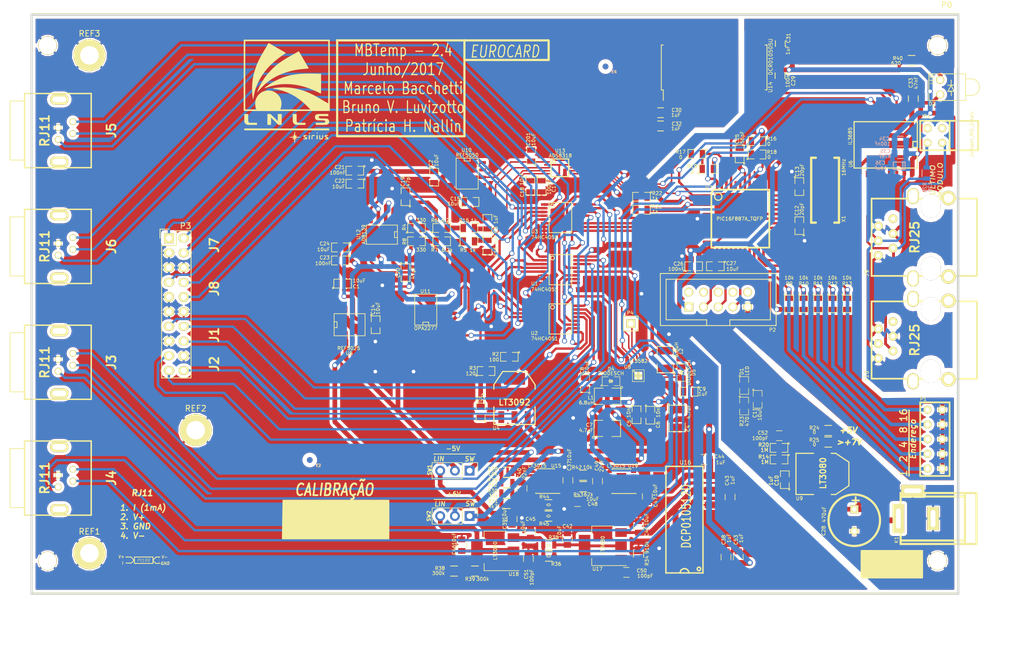
<source format=kicad_pcb>
(kicad_pcb (version 4) (host pcbnew 4.0.4+e1-6308~48~ubuntu15.10.1-stable)
  (layers (0 Superior signal) (31 Inferior signal) (34 B.Paste user) (35 F.Paste user) (36 B.SilkS user) (37 F.SilkS user) (38 B.Mask user) (39 F.Mask user) (44 Edge.Cuts user))
  (net 0 "")
  (net 1 +2,5V-REG)
  (net 2 +5V)
  (net 3 +5V-REG)
  (net 4 /Alimentacao/CAP)
  (net 5 /Alimentacao/SWN)
  (net 6 /Alimentacao/SWP)
  (net 7 /Alimentacao/VIN)
  (net 8 /PIC/SCKpic)
  (net 9 /PIC/SDIpic)
  (net 10 A)
  (net 11 AD-CONVST)
  (net 12 AD-IN+)
  (net 13 AD-IN-)
  (net 14 AD-SCLK)
  (net 15 AD-SDO)
  (net 16 B)
  (net 17 C)
  (net 18 GND)
  (net 19 LT-SCL)
  (net 20 LT-SDA)
  (net 21 PT100_Diff+)
  (net 22 PT100_Diff-)
  (net 23 VPP)
  (net 24 "Net-(C5-Pad1)")
  (net 25 "Net-(C6-Pad1)")
  (net 26 "Net-(C12-Pad2)")
  (net 27 "Net-(C13-Pad2)")
  (net 28 "Net-(C19-Pad1)")
  (net 29 "Net-(C20-Pad1)")
  (net 30 "Net-(D1-Pad2)")
  (net 31 "Net-(J3-Pad1)")
  (net 32 "Net-(J3-Pad2)")
  (net 33 "Net-(J3-Pad4)")
  (net 34 "Net-(J4-Pad1)")
  (net 35 "Net-(J4-Pad2)")
  (net 36 "Net-(J4-Pad4)")
  (net 37 "Net-(J5-Pad1)")
  (net 38 "Net-(J5-Pad2)")
  (net 39 "Net-(J5-Pad4)")
  (net 40 "Net-(J6-Pad1)")
  (net 41 "Net-(J6-Pad2)")
  (net 42 "Net-(J6-Pad4)")
  (net 43 "Net-(J10-Pad6)")
  (net 44 "Net-(P1-Pad2)")
  (net 45 "Net-(P1-Pad4)")
  (net 46 "Net-(P1-Pad6)")
  (net 47 "Net-(P1-Pad8)")
  (net 48 "Net-(P1-Pad10)")
  (net 49 "Net-(P2-Pad3)")
  (net 50 "Net-(P2-Pad5)")
  (net 51 "Net-(P2-Pad7)")
  (net 52 "Net-(R1-Pad1)")
  (net 53 "Net-(R1-Pad2)")
  (net 54 "Net-(R2-Pad1)")
  (net 55 "Net-(R2-Pad2)")
  (net 56 "Net-(R4-Pad1)")
  (net 57 "Net-(R5-Pad2)")
  (net 58 "Net-(R15-Pad1)")
  (net 59 "Net-(R8-Pad2)")
  (net 60 "Net-(U6-Pad3)")
  (net 61 "Net-(U6-Pad4)")
  (net 62 "Net-(U6-Pad6)")
  (net 63 "Net-(P2-Pad2)")
  (net 64 "Net-(P2-Pad4)")
  (net 65 "Net-(P2-Pad6)")
  (net 66 "Net-(P2-Pad8)")
  (net 67 "Net-(P2-Pad10)")
  (net 68 "Net-(U5-Pad8)")
  (net 69 "Net-(U5-Pad1)")
  (net 70 "Net-(U5-Pad7)")
  (net 71 "Net-(U5-Pad5)")
  (net 72 "Net-(U5-Pad3)")
  (net 73 "Net-(U6-Pad7)")
  (net 74 "Net-(U6-Pad10)")
  (net 75 "Net-(U6-Pad11)")
  (net 76 "Net-(U6-Pad14)")
  (net 77 "Net-(U7-Pad39)")
  (net 78 "Net-(U7-Pad40)")
  (net 79 "Net-(U7-Pad43)")
  (net 80 /PIC/RC)
  (net 81 /PIC/BUSY)
  (net 82 "Net-(U7-Pad34)")
  (net 83 "Net-(U7-Pad15)")
  (net 84 "Net-(U7-Pad14)")
  (net 85 "Net-(U7-Pad13)")
  (net 86 "Net-(U7-Pad12)")
  (net 87 "Net-(U7-Pad27)")
  (net 88 "Net-(U7-Pad26)")
  (net 89 "Net-(U7-Pad25)")
  (net 90 "Net-(U7-Pad24)")
  (net 91 "Net-(U7-Pad11)")
  (net 92 "Net-(U7-Pad5)")
  (net 93 "Net-(U7-Pad4)")
  (net 94 "Net-(U7-Pad32)")
  (net 95 "Net-(U7-Pad33)")
  (net 96 "Net-(U9-Pad4)")
  (net 97 "Net-(U10-Pad8)")
  (net 98 "Net-(U10-Pad1)")
  (net 99 "Net-(U10-Pad7)")
  (net 100 "Net-(U10-Pad5)")
  (net 101 "Net-(U10-Pad3)")
  (net 102 "Net-(U12-Pad7)")
  (net 103 /J7_1)
  (net 104 /J7_2)
  (net 105 /J7_4)
  (net 106 /J8_1)
  (net 107 /J8_2)
  (net 108 /J8_4)
  (net 109 /J1_1)
  (net 110 /J1_2)
  (net 111 /J1_4)
  (net 112 /J2_1)
  (net 113 /J2_2)
  (net 114 /J2_4)
  (net 115 +6V)
  (net 116 -5V)
  (net 117 "Net-(R25-Pad1)")
  (net 118 +5VP)
  (net 119 GNDREF)
  (net 120 "Net-(C31-Pad1)")
  (net 121 "Net-(J9-Pad6)")
  (net 122 "Net-(U14-Pad3)")
  (net 123 "Net-(U14-Pad15)")
  (net 124 "Net-(U14-Pad17)")
  (net 125 "Net-(U14-Pad28)")
  (net 126 /PIC/B_485)
  (net 127 /PIC/A_485)
  (net 128 "Net-(JP1-Pad2)")
  (net 129 /Alimentacao/+6V_SW)
  (net 130 /Alimentacao/-5V_SW)
  (net 131 /Alimentacao/-12V)
  (net 132 /Alimentacao/-5V_LIN)
  (net 133 "Net-(C40-Pad1)")
  (net 134 /Alimentacao/+12V)
  (net 135 "Net-(C45-Pad1)")
  (net 136 "Net-(R28-Pad2)")
  (net 137 "Net-(R30-Pad2)")
  (net 138 "Net-(U16-Pad8)")
  (net 139 "Net-(U16-Pad14)")
  (net 140 /Alimentacao/+9.1V)
  (net 141 "Net-(D2-Pad1)")
  (net 142 /Alimentacao/-8.5V_LIN)
  (net 143 "Net-(C49-Pad1)")
  (net 144 "Net-(C37-Pad1)")
  (net 145 "Net-(C50-Pad1)")
  (net 146 "Net-(C51-Pad1)")
  (net 147 "Net-(R38-Pad1)")
  (net 148 "Net-(C52-Pad1)")
  (net 149 /Alimentacao/+6V_LIN)
  (module PIN_ARRAY_5x2 (layer Superior) (at 218.9162 66.58 90)
    (fp_text reference JP1 (at 3.33 -1.605 180) (layer F.SilkS) (effects (font (size 0.6 0.6) (thickness 0.1))))
    (fp_text value Jumper_NO_Small (at 0.1778 6.35 90) (layer F.SilkS) (effects (font (size 0.6 0.6) (thickness 0.1) italic)))
    (pad 1 thru_hole circle (at -1.27 1.27 90) (size 1.4 1.4) (drill 0.8) (layers *.Cu *.Mask F.SilkS) (net 127 /PIC/A_485))
    (pad 2 thru_hole circle (at -1.27 -1.27 90) (size 1.4 1.4) (drill 0.8) (layers *.Cu *.Mask F.SilkS) (net 128 "Net-(JP1-Pad2)"))
    (pad 3 thru_hole circle (at 1.27 1.27 90) (size 1.4 1.4) (drill 0.8) (layers *.Cu *.Mask F.SilkS))
    (pad 4 thru_hole circle (at 1.27 -1.27 90) (size 1.4 1.4) (drill 0.8) (layers *.Cu *.Mask F.SilkS))
  )
  (module Capacitors_SMD:C_0805 (layer Superior) (at 184.9628 139.3698 90)
    (fp_text reference C53 (at 2.975 -0.4 90) (layer F.SilkS) (effects (font (size 0.6 0.6) (thickness 0.1))))
    (fp_text value 1uF (at 3.275 0.5 90) (layer F.SilkS) (effects (font (size 0.6 0.6) (thickness 0.1))))
    (pad 1 smd rect (at -1 0 90) (size 1 1.25) (layers Superior F.Paste F.Mask) (net 2 +5V))
    (pad 2 smd rect (at 1 0 90) (size 1 1.25) (layers Superior F.Paste F.Mask) (net 18 GND))
  )
  (module Capacitors_SMD:C_0805 (layer Superior) (at 192.05 118.4 180)
    (fp_text reference C52 (at 2.85 0.5 180) (layer F.SilkS) (effects (font (size 0.6 0.6) (thickness 0.1))))
    (fp_text value 100pF (at 3.3 -0.45 180) (layer F.SilkS) (effects (font (size 0.6 0.6) (thickness 0.1))))
    (pad 1 smd rect (at -1 0 180) (size 1 1.25) (layers Superior F.Paste F.Mask) (net 148 "Net-(C52-Pad1)"))
    (pad 2 smd rect (at 1 0 180) (size 1 1.25) (layers Superior F.Paste F.Mask) (net 18 GND))
  )
  (module Resistors_SMD:R_0805 (layer Superior) (at 135.9 141.775 180)
    (fp_text reference R38 (at 2.45 0.475 180) (layer F.SilkS) (effects (font (size 0.6 0.6) (thickness 0.1))))
    (fp_text value 300k (at 2.7 -0.375 180) (layer F.SilkS) (effects (font (size 0.6 0.6) (thickness 0.1))))
    (pad 1 smd rect (at -0.95 0 180) (size 0.7 1.3) (layers Superior F.Paste F.Mask) (net 147 "Net-(R38-Pad1)"))
    (pad 2 smd rect (at 0.95 0 180) (size 0.7 1.3) (layers Superior F.Paste F.Mask) (net 18 GND))
  )
  (module Capacitors_SMD:C_0805 (layer Superior) (at 165.65 142)
    (fp_text reference C50 (at 2.65 -0.3) (layer F.SilkS) (effects (font (size 0.6 0.6) (thickness 0.1))))
    (fp_text value 100pF (at 3.25 0.6) (layer F.SilkS) (effects (font (size 0.6 0.6) (thickness 0.1))))
    (pad 1 smd rect (at -1 0) (size 1 1.25) (layers Superior F.Paste F.Mask) (net 145 "Net-(C50-Pad1)"))
    (pad 2 smd rect (at 1 0) (size 1 1.25) (layers Superior F.Paste F.Mask) (net 18 GND))
  )
  (module Capacitors_SMD:C_0805 (layer Superior) (at 148.725 139.65 90)
    (fp_text reference C51 (at -2.65 -0.375 90) (layer F.SilkS) (effects (font (size 0.6 0.6) (thickness 0.1))))
    (fp_text value 100pF (at -3.2 0.575 90) (layer F.SilkS) (effects (font (size 0.6 0.6) (thickness 0.1))))
    (pad 1 smd rect (at -1 0 90) (size 1 1.25) (layers Superior F.Paste F.Mask) (net 146 "Net-(C51-Pad1)"))
    (pad 2 smd rect (at 1 0 90) (size 1 1.25) (layers Superior F.Paste F.Mask) (net 18 GND))
  )
  (module "CONTROLE:Eurocard_template_(without_euro_connector)" (layer Superior) (at 222.95 145.52 180)
    (fp_text reference P0 (at 2 101.5 180) (layer F.SilkS))
    (fp_text value "EURO BOARD")
    (pad 1 thru_hole circle (at 3.57 5.5 180) (size 3.2 3.2) (drill 3) (layers *.Cu *.Mask F.SilkS) (net 18 GND))
    (pad 2 thru_hole circle (at 3.57 94.5 180) (size 3.2 3.2) (drill 3) (layers *.Cu *.Mask F.SilkS) (net 18 GND))
    (pad 1 thru_hole circle (at 157.24 5.5 180) (size 3.2 3.2) (drill 3) (layers *.Cu *.Mask F.SilkS) (net 18 GND))
    (pad 2 thru_hole circle (at 157.24 94.5 180) (size 3.2 3.2) (drill 3) (layers *.Cu *.Mask F.SilkS) (net 18 GND))
  )
  (module LED_para_painel_KINGBRIGHT (layer Superior) (at 219.82 58.22 90)
    (fp_text reference D2 (at -2.88 -1.39 180) (layer F.SilkS) (effects (font (size 0.6 0.6) (thickness 0.1))))
    (fp_text value LED (at 1.3 -1.4 90) (layer F.SilkS) (effects (font (size 0.6 0.6) (thickness 0.1))))
    (pad 1 thru_hole circle (at 1.27 0 90) (size 1.4 1.4) (drill 0.9) (layers *.Cu *.Mask F.SilkS) (net 141 "Net-(D2-Pad1)"))
    (pad 2 thru_hole circle (at -1.27 0 90) (size 1.4 1.4) (drill 0.9) (layers *.Cu *.Mask F.SilkS) (net 118 +5VP))
  )
  (module Fiducials:Fiducial_1mm_Dia_2.54mm_Outer_CopperBottom (layer Superior) (at 162.05 54.66)
    (fp_text reference F4 (at 1.48 0.94) (layer F.SilkS) (effects (font (size 0.5 0.5) (thickness 0.1))))
    (fp_text value Fiducial)
    (pad ~ smd circle (at 0 0) (size 1 1) (layers Superior F.Mask) (clearance 0.77))
  )
  (module Fiducials:Fiducial_1mm_Dia_2.54mm_Outer_CopperBottom (layer Superior) (at 162.05 54.66)
    (fp_text reference F3 (at 1.48 0.94) (layer B.SilkS) (effects (font (size 0.5 0.5) (thickness 0.1)) (justify mirror)))
    (fp_text value Fiducial)
    (pad ~ smd circle (at 0 0) (size 1 1) (layers Inferior B.Mask) (clearance 0.77))
  )
  (module Fiducials:Fiducial_1mm_Dia_2.54mm_Outer_CopperBottom (layer Superior) (at 110.98 122.6)
    (fp_text reference F1 (at 1.48 0.94) (layer B.SilkS) (effects (font (size 0.5 0.5) (thickness 0.1)) (justify mirror)))
    (fp_text value Fiducial)
    (pad ~ smd circle (at 0 0) (size 1 1) (layers Inferior B.Mask) (clearance 0.77))
  )
  (module SM0805 (layer Superior) (at 163.0045 108.99394)
    (fp_text reference D4 (at 0.0031 -2.10194) (layer F.SilkS) (effects (font (size 0.6 0.6) (thickness 0.1))))
    (fp_text value DIODESCH (at 0.0031 -1.35194) (layer F.SilkS) (effects (font (size 0.6 0.6) (thickness 0.1))))
    (pad 1 smd rect (at -0.9525 0) (size 0.889 1.397) (layers Superior F.Paste F.Mask) (net 130 /Alimentacao/-5V_SW))
    (pad 2 smd rect (at 0.9525 0) (size 0.889 1.397) (layers Superior F.Paste F.Mask) (net 5 /Alimentacao/SWN))
  )
  (module SM0805 (layer Superior) (at 175.1584 107.4928 270)
    (fp_text reference D5 (at 0 -2.0828 270) (layer F.SilkS) (effects (font (size 0.6 0.6) (thickness 0.1))))
    (fp_text value DIODESCH (at 0 -1.3208 270) (layer F.SilkS) (effects (font (size 0.6 0.6) (thickness 0.1))))
    (pad 1 smd rect (at -0.9525 0 270) (size 0.889 1.397) (layers Superior F.Paste F.Mask) (net 6 /Alimentacao/SWP))
    (pad 2 smd rect (at 0.9525 0 270) (size 0.889 1.397) (layers Superior F.Paste F.Mask) (net 4 /Alimentacao/CAP))
  )
  (module Mounting_Holes:MountingHole_3.2mm_M3_ISO14580_Pad (layer Superior) (at 91.2876 117.4496)
    (fp_text reference REF2 (at 0 -3.75) (layer F.SilkS))
    (fp_text value M3)
    (pad 1 thru_hole circle (at 0 0) (size 5.5 5.5) (drill 3.2) (layers *.Cu *.Mask F.SilkS) (net 18 GND))
  )
  (module Mounting_Holes:MountingHole_3.2mm_M3_ISO14580_Pad (layer Superior) (at 72.9412 138.6944)
    (fp_text reference REF1 (at 0 -3.75) (layer F.SilkS))
    (fp_text value M3)
    (pad 1 thru_hole circle (at 0 0) (size 5.5 5.5) (drill 3.2) (layers *.Cu *.Mask F.SilkS) (net 18 GND))
  )
  (module CONTROLE:RJ11-4P4C-HIROSE (layer Superior) (at 61.7412 125.72 270)
    (fp_text reference J4 (at 0 -14.99 270) (layer F.SilkS) (effects (font (thickness 0.3048))))
    (fp_text value RJ11 (at 0 -3.49 270) (layer F.SilkS) (effects (font (thickness 0.3048))))
    (pad 1 thru_hole circle (at 0.51 -8.34 270) (size 1.16 1.16) (drill 0.8) (layers *.Cu *.Mask F.SilkS) (net 34 "Net-(J4-Pad1)"))
    (pad 2 thru_hole circle (at -1.53 -8.34 270) (size 1.16 1.16) (drill 0.8) (layers *.Cu *.Mask F.SilkS) (net 35 "Net-(J4-Pad2)"))
    (pad 3 thru_hole circle (at -0.51 -5.79 270) (size 1.16 1.16) (drill 0.8) (layers *.Cu *.Mask F.SilkS) (net 18 GND))
    (pad 4 thru_hole circle (at 1.53 -5.79 270) (size 1.16 1.16) (drill 0.8) (layers *.Cu *.Mask F.SilkS) (net 36 "Net-(J4-Pad4)"))
    (pad 8 thru_hole oval (at 5.38 -5.99 270) (size 1.8 3.2) (drill oval 1 2.4) (layers *.Cu *.Mask F.SilkS))
    (pad 7 thru_hole oval (at -5.38 -5.99 270) (size 1.8 3.2) (drill oval 1 2.4) (layers *.Cu *.Mask F.SilkS))
  )
  (module CONTROLE:RJ11-4P4C-HIROSE (layer Superior) (at 61.7412 105.72 270)
    (fp_text reference J3 (at 0 -14.99 270) (layer F.SilkS) (effects (font (thickness 0.3048))))
    (fp_text value RJ11 (at 0 -3.49 270) (layer F.SilkS) (effects (font (thickness 0.3048))))
    (pad 1 thru_hole circle (at 0.51 -8.34 270) (size 1.16 1.16) (drill 0.8) (layers *.Cu *.Mask F.SilkS) (net 31 "Net-(J3-Pad1)"))
    (pad 2 thru_hole circle (at -1.53 -8.34 270) (size 1.16 1.16) (drill 0.8) (layers *.Cu *.Mask F.SilkS) (net 32 "Net-(J3-Pad2)"))
    (pad 3 thru_hole circle (at -0.51 -5.79 270) (size 1.16 1.16) (drill 0.8) (layers *.Cu *.Mask F.SilkS) (net 18 GND))
    (pad 4 thru_hole circle (at 1.53 -5.79 270) (size 1.16 1.16) (drill 0.8) (layers *.Cu *.Mask F.SilkS) (net 33 "Net-(J3-Pad4)"))
    (pad 8 thru_hole oval (at 5.38 -5.99 270) (size 1.8 3.2) (drill oval 1 2.4) (layers *.Cu *.Mask F.SilkS))
    (pad 7 thru_hole oval (at -5.38 -5.99 270) (size 1.8 3.2) (drill oval 1 2.4) (layers *.Cu *.Mask F.SilkS))
  )
  (module CONTROLE:RJ11-4P4C-HIROSE (layer Superior) (at 61.7412 85.72 270)
    (fp_text reference J6 (at 0 -14.99 270) (layer F.SilkS) (effects (font (thickness 0.3048))))
    (fp_text value RJ11 (at 0 -3.49 270) (layer F.SilkS) (effects (font (thickness 0.3048))))
    (pad 1 thru_hole circle (at 0.51 -8.34 270) (size 1.16 1.16) (drill 0.8) (layers *.Cu *.Mask F.SilkS) (net 40 "Net-(J6-Pad1)"))
    (pad 2 thru_hole circle (at -1.53 -8.34 270) (size 1.16 1.16) (drill 0.8) (layers *.Cu *.Mask F.SilkS) (net 41 "Net-(J6-Pad2)"))
    (pad 3 thru_hole circle (at -0.51 -5.79 270) (size 1.16 1.16) (drill 0.8) (layers *.Cu *.Mask F.SilkS) (net 18 GND))
    (pad 4 thru_hole circle (at 1.53 -5.79 270) (size 1.16 1.16) (drill 0.8) (layers *.Cu *.Mask F.SilkS) (net 42 "Net-(J6-Pad4)"))
    (pad 8 thru_hole oval (at 5.38 -5.99 270) (size 1.8 3.2) (drill oval 1 2.4) (layers *.Cu *.Mask F.SilkS))
    (pad 7 thru_hole oval (at -5.38 -5.99 270) (size 1.8 3.2) (drill oval 1 2.4) (layers *.Cu *.Mask F.SilkS))
  )
  (module CONTROLE:RJ11-4P4C-HIROSE (layer Superior) (at 61.7412 65.72 270)
    (fp_text reference J5 (at 0 -14.99 270) (layer F.SilkS) (effects (font (thickness 0.3048))))
    (fp_text value RJ11 (at 0 -3.49 270) (layer F.SilkS) (effects (font (thickness 0.3048))))
    (pad 1 thru_hole circle (at 0.51 -8.34 270) (size 1.16 1.16) (drill 0.8) (layers *.Cu *.Mask F.SilkS) (net 37 "Net-(J5-Pad1)"))
    (pad 2 thru_hole circle (at -1.53 -8.34 270) (size 1.16 1.16) (drill 0.8) (layers *.Cu *.Mask F.SilkS) (net 38 "Net-(J5-Pad2)"))
    (pad 3 thru_hole circle (at -0.51 -5.79 270) (size 1.16 1.16) (drill 0.8) (layers *.Cu *.Mask F.SilkS) (net 18 GND))
    (pad 4 thru_hole circle (at 1.53 -5.79 270) (size 1.16 1.16) (drill 0.8) (layers *.Cu *.Mask F.SilkS) (net 39 "Net-(J5-Pad4)"))
    (pad 8 thru_hole oval (at 5.38 -5.99 270) (size 1.8 3.2) (drill oval 1 2.4) (layers *.Cu *.Mask F.SilkS))
    (pad 7 thru_hole oval (at -5.38 -5.99 270) (size 1.8 3.2) (drill oval 1 2.4) (layers *.Cu *.Mask F.SilkS))
  )
  (module Pin_Headers:Pin_Header_Straight_2x10 (layer Superior) (at 87.9412 95.72)
    (fp_text reference P3 (at 1.5988 -13.54) (layer F.SilkS))
    (fp_text value CONN_02X10)
    (pad 1 thru_hole rect (at -1.27 -11.43) (size 1.7272 1.7272) (drill 1.016) (layers *.Cu *.Mask F.SilkS) (net 103 /J7_1))
    (pad 2 thru_hole oval (at 1.27 -11.43) (size 1.8 1.5) (drill 1.016) (layers *.Cu *.Mask F.SilkS) (net 104 /J7_2))
    (pad 3 thru_hole oval (at -1.27 -8.89) (size 1.8 1.5) (drill 1.016) (layers *.Cu *.Mask F.SilkS) (net 18 GND))
    (pad 4 thru_hole oval (at 1.27 -8.89) (size 1.8 1.5) (drill 1.016) (layers *.Cu *.Mask F.SilkS) (net 105 /J7_4))
    (pad 5 thru_hole oval (at -1.27 -6.35) (size 1.8 1.5) (drill 1.016) (layers *.Cu *.Mask F.SilkS) (net 18 GND))
    (pad 6 thru_hole oval (at 1.27 -6.35) (size 1.8 1.5) (drill 1.016) (layers *.Cu *.Mask F.SilkS) (net 18 GND))
    (pad 7 thru_hole oval (at -1.27 -3.81) (size 1.8 1.5) (drill 1.016) (layers *.Cu *.Mask F.SilkS) (net 108 /J8_4))
    (pad 8 thru_hole oval (at 1.27 -3.81) (size 1.8 1.5) (drill 1.016) (layers *.Cu *.Mask F.SilkS) (net 107 /J8_2))
    (pad 9 thru_hole oval (at -1.27 -1.27) (size 1.7272 1.7272) (drill 1.016) (layers *.Cu *.Mask F.SilkS) (net 18 GND))
    (pad 10 thru_hole oval (at 1.27 -1.27) (size 1.7272 1.7272) (drill 1.016) (layers *.Cu *.Mask F.SilkS) (net 106 /J8_1))
    (pad 11 thru_hole oval (at -1.27 1.27) (size 1.8 1.5) (drill 1.016) (layers *.Cu *.Mask F.SilkS) (net 18 GND))
    (pad 12 thru_hole oval (at 1.27 1.27) (size 1.8 1.5) (drill 1.016) (layers *.Cu *.Mask F.SilkS) (net 18 GND))
    (pad 13 thru_hole oval (at -1.27 3.81) (size 1.8 1.5) (drill 1.016) (layers *.Cu *.Mask F.SilkS) (net 109 /J1_1))
    (pad 14 thru_hole oval (at 1.27 3.81) (size 1.8 1.5) (drill 1.016) (layers *.Cu *.Mask F.SilkS) (net 110 /J1_2))
    (pad 15 thru_hole oval (at -1.27 6.35) (size 1.8 1.5) (drill 1.016) (layers *.Cu *.Mask F.SilkS) (net 18 GND))
    (pad 16 thru_hole oval (at 1.27 6.35) (size 1.8 1.5) (drill 1.016) (layers *.Cu *.Mask F.SilkS) (net 111 /J1_4))
    (pad 17 thru_hole oval (at -1.27 8.89) (size 1.8 1.5) (drill 1.016) (layers *.Cu *.Mask F.SilkS) (net 114 /J2_4))
    (pad 18 thru_hole oval (at 1.27 8.89) (size 1.8 1.5) (drill 1.016) (layers *.Cu *.Mask F.SilkS) (net 18 GND))
    (pad 19 thru_hole oval (at -1.27 11.43) (size 1.8 1.5) (drill 1.016) (layers *.Cu *.Mask F.SilkS) (net 112 /J2_1))
    (pad 20 thru_hole oval (at 1.27 11.43) (size 1.8 1.5) (drill 1.016) (layers *.Cu *.Mask F.SilkS) (net 113 /J2_2))
  )
  (module QFN16 (layer Superior) (at 167.70858 108.04144)
    (fp_text reference U8 (at -1.86858 -1.53144) (layer F.SilkS) (effects (font (size 0.6 0.6) (thickness 0.1))))
    (fp_text value LT3582 (at 0 -2.54) (layer F.SilkS) (effects (font (size 0.6 0.6) (thickness 0.1))))
    (pad 9 smd rect (at 1.39954 0.7493 180) (size 0.70104 0.24892) (layers Superior F.Paste F.Mask) (net 129 /Alimentacao/+6V_SW))
    (pad 10 smd rect (at 1.39954 0.24892 180) (size 0.70104 0.24892) (layers Superior F.Paste F.Mask) (net 4 /Alimentacao/CAP))
    (pad 12 smd rect (at 1.39954 -0.7493 180) (size 0.70104 0.24892) (layers Superior F.Paste F.Mask) (net 6 /Alimentacao/SWP))
    (pad 11 smd rect (at 1.39954 -0.24892 180) (size 0.70104 0.24892) (layers Superior F.Paste F.Mask) (net 4 /Alimentacao/CAP))
    (pad 15 smd rect (at -0.24892 -1.39954 270) (size 0.70104 0.24892) (layers Superior F.Paste F.Mask) (net 20 LT-SDA))
    (pad 16 smd rect (at -0.7493 -1.39954 270) (size 0.70104 0.24892) (layers Superior F.Paste F.Mask) (net 19 LT-SCL))
    (pad 14 smd rect (at 0.24892 -1.39954 270) (size 0.70104 0.24892) (layers Superior F.Paste F.Mask) (net 23 VPP))
    (pad 13 smd rect (at 0.7493 -1.39954 270) (size 0.70104 0.24892) (layers Superior F.Paste F.Mask) (net 18 GND))
    (pad 5 smd rect (at -0.7493 1.39954 90) (size 0.70104 0.24892) (layers Superior F.Paste F.Mask) (net 2 +5V))
    (pad 6 smd rect (at -0.24892 1.39954 90) (size 0.70104 0.24892) (layers Superior F.Paste F.Mask) (net 24 "Net-(C5-Pad1)"))
    (pad 8 smd rect (at 0.7493 1.39954 90) (size 0.70104 0.24892) (layers Superior F.Paste F.Mask) (net 2 +5V))
    (pad 7 smd rect (at 0.24892 1.39954 90) (size 0.70104 0.24892) (layers Superior F.Paste F.Mask) (net 25 "Net-(C6-Pad1)"))
    (pad 3 smd rect (at -1.39954 0.24892) (size 0.70104 0.24892) (layers Superior F.Paste F.Mask) (net 5 /Alimentacao/SWN))
    (pad 4 smd rect (at -1.39954 0.7493) (size 0.70104 0.24892) (layers Superior F.Paste F.Mask) (net 5 /Alimentacao/SWN))
    (pad 2 smd rect (at -1.39954 -0.24892) (size 0.70104 0.24892) (layers Superior F.Paste F.Mask) (net 130 /Alimentacao/-5V_SW))
    (pad 1 smd rect (at -1.39954 -0.7493) (size 0.70104 0.24892) (layers Superior F.Paste F.Mask) (net 18 GND))
    (pad 17 smd rect (at 0 0 270) (size 1.45034 1.45034) (layers Superior F.Paste F.Mask) (net 18 GND))
    (pad 17 thru_hole rect (at -0.45 -0.45) (size 0.7 0.7) (drill 0.4 (offset 0.1 0.1)) (layers *.Cu *.Mask F.SilkS) (net 18 GND))
    (pad 17 thru_hole rect (at 0.45 -0.45) (size 0.7 0.7) (drill 0.4 (offset -0.1 0.1)) (layers *.Cu *.Mask F.SilkS) (net 18 GND))
    (pad 17 thru_hole rect (at 0.45 0.45) (size 0.7 0.7) (drill 0.4 (offset -0.1 -0.1)) (layers *.Cu *.Mask F.SilkS) (net 18 GND))
    (pad 17 thru_hole rect (at -0.45 0.45) (size 0.7 0.7) (drill 0.4 (offset 0.1 -0.1)) (layers *.Cu *.Mask F.SilkS) (net 18 GND))
  )
  (module PIN_ARRAY_5x2 (layer Superior) (at 181.5076 94.892)
    (fp_text reference P2 (at 9.3674 5.233) (layer F.SilkS) (effects (font (size 0.6 0.6) (thickness 0.1))))
    (fp_text value Programação hide)
    (pad 1 thru_hole rect (at -5.08 1.27) (size 1.524 1.524) (drill 1.016) (layers *.Cu *.Mask F.SilkS) (net 2 +5V))
    (pad 2 thru_hole circle (at -5.08 -1.27) (size 1.524 1.524) (drill 1.016) (layers *.Cu *.Mask F.SilkS) (net 63 "Net-(P2-Pad2)"))
    (pad 3 thru_hole circle (at -2.54 1.27) (size 1.524 1.524) (drill 1.016) (layers *.Cu *.Mask F.SilkS) (net 49 "Net-(P2-Pad3)"))
    (pad 4 thru_hole circle (at -2.54 -1.27) (size 1.524 1.524) (drill 1.016) (layers *.Cu *.Mask F.SilkS) (net 64 "Net-(P2-Pad4)"))
    (pad 5 thru_hole circle (at 0 1.27) (size 1.524 1.524) (drill 1.016) (layers *.Cu *.Mask F.SilkS) (net 50 "Net-(P2-Pad5)"))
    (pad 6 thru_hole circle (at 0 -1.27) (size 1.524 1.524) (drill 1.016) (layers *.Cu *.Mask F.SilkS) (net 65 "Net-(P2-Pad6)"))
    (pad 7 thru_hole circle (at 2.54 1.27) (size 1.524 1.524) (drill 1.016) (layers *.Cu *.Mask F.SilkS) (net 51 "Net-(P2-Pad7)"))
    (pad 8 thru_hole circle (at 2.54 -1.27) (size 1.524 1.524) (drill 1.016) (layers *.Cu *.Mask F.SilkS) (net 66 "Net-(P2-Pad8)"))
    (pad 9 thru_hole circle (at 5.08 1.27) (size 1.524 1.524) (drill 1.016) (layers *.Cu *.Mask F.SilkS) (net 18 GND))
    (pad 10 thru_hole circle (at 5.08 -1.27) (size 1.524 1.524) (drill 1.016) (layers *.Cu *.Mask F.SilkS) (net 67 "Net-(P2-Pad10)"))
  )
  (module SM1210 (layer Superior) (at 174.4176 115.422 270)
    (fp_text reference C4 (at 1.718 -1.9224 270) (layer F.SilkS) (effects (font (size 0.6 0.6) (thickness 0.1))))
    (fp_text value 4.7uF (at -1.122 -2.0024 270) (layer F.SilkS) (effects (font (size 0.6 0.6) (thickness 0.1))))
    (pad 1 smd rect (at -1.524 0 270) (size 1.27 2.54) (layers Superior F.Paste F.Mask) (net 129 /Alimentacao/+6V_SW))
    (pad 2 smd rect (at 1.524 0 270) (size 1.27 2.54) (layers Superior F.Paste F.Mask) (net 18 GND))
  )
  (module SM1210 (layer Superior) (at 162.3568 117.14226)
    (fp_text reference C7 (at -3.1068 -0.59226) (layer F.SilkS) (effects (font (size 0.6 0.6) (thickness 0.1))))
    (fp_text value 4.7uF (at -3.6568 0.33274) (layer F.SilkS) (effects (font (size 0.6 0.6) (thickness 0.1))))
    (pad 1 smd rect (at -1.524 0) (size 1.27 2.54) (layers Superior F.Paste F.Mask) (net 2 +5V))
    (pad 2 smd rect (at 1.524 0) (size 1.27 2.54) (layers Superior F.Paste F.Mask) (net 18 GND))
  )
  (module SM0805 (layer Superior) (at 181.0076 89.142 180)
    (fp_text reference C27 (at -2.75 0.5 180) (layer F.SilkS) (effects (font (size 0.6 0.6) (thickness 0.1))))
    (fp_text value 10uF (at -3 -0.5 180) (layer F.SilkS) (effects (font (size 0.6 0.6) (thickness 0.1))))
    (pad 1 smd rect (at -0.9525 0 180) (size 0.889 1.397) (layers Superior F.Paste F.Mask) (net 18 GND))
    (pad 2 smd rect (at 0.9525 0 180) (size 0.889 1.397) (layers Superior F.Paste F.Mask) (net 2 +5V))
  )
  (module SM0805 (layer Superior) (at 177.2576 89.142)
    (fp_text reference C26 (at -2.6076 -0.417) (layer F.SilkS) (effects (font (size 0.6 0.6) (thickness 0.1))))
    (fp_text value 100nF (at -3.0076 0.483) (layer F.SilkS) (effects (font (size 0.6 0.6) (thickness 0.1))))
    (pad 1 smd rect (at -0.9525 0) (size 0.889 1.397) (layers Superior F.Paste F.Mask) (net 18 GND))
    (pad 2 smd rect (at 0.9525 0) (size 0.889 1.397) (layers Superior F.Paste F.Mask) (net 2 +5V))
  )
  (module SM0805 (layer Superior) (at 185.20664 69.74078 90)
    (fp_text reference C25 (at 2.56578 -0.43164 270) (layer F.SilkS) (effects (font (size 0.6 0.6) (thickness 0.1))))
    (fp_text value 56pF (at 2.84078 0.44336 270) (layer F.SilkS) (effects (font (size 0.6 0.6) (thickness 0.1))))
    (pad 1 smd rect (at -0.9525 0 90) (size 0.889 1.397) (layers Superior F.Paste F.Mask) (net 11 AD-CONVST))
    (pad 2 smd rect (at 0.9525 0 90) (size 0.889 1.397) (layers Superior F.Paste F.Mask) (net 18 GND))
  )
  (module SM0805 (layer Superior) (at 116.2576 85.892 180)
    (fp_text reference C24 (at 2.7076 0.642 180) (layer F.SilkS) (effects (font (size 0.6 0.6) (thickness 0.1))))
    (fp_text value 10uF (at 2.9076 -0.358 180) (layer F.SilkS) (effects (font (size 0.6 0.6) (thickness 0.1))))
    (pad 1 smd rect (at -0.9525 0 180) (size 0.889 1.397) (layers Superior F.Paste F.Mask) (net 116 -5V))
    (pad 2 smd rect (at 0.9525 0 180) (size 0.889 1.397) (layers Superior F.Paste F.Mask) (net 18 GND))
  )
  (module SM0805 (layer Superior) (at 116.2576 88.142 180)
    (fp_text reference C23 (at 2.7076 0.492 180) (layer F.SilkS) (effects (font (size 0.6 0.6) (thickness 0.1))))
    (fp_text value 100nF (at 2.9576 -0.508 180) (layer F.SilkS) (effects (font (size 0.6 0.6) (thickness 0.1))))
    (pad 1 smd rect (at -0.9525 0 180) (size 0.889 1.397) (layers Superior F.Paste F.Mask) (net 116 -5V))
    (pad 2 smd rect (at 0.9525 0 180) (size 0.889 1.397) (layers Superior F.Paste F.Mask) (net 18 GND))
  )
  (module SM0805 (layer Superior) (at 118.7576 74.892 180)
    (fp_text reference C22 (at 2.6076 0.492 180) (layer F.SilkS) (effects (font (size 0.6 0.6) (thickness 0.1))))
    (fp_text value 10uF (at 2.8076 -0.508 180) (layer F.SilkS) (effects (font (size 0.6 0.6) (thickness 0.1))))
    (pad 1 smd rect (at -0.9525 0 180) (size 0.889 1.397) (layers Superior F.Paste F.Mask) (net 115 +6V))
    (pad 2 smd rect (at 0.9525 0 180) (size 0.889 1.397) (layers Superior F.Paste F.Mask) (net 18 GND))
  )
  (module SM0805 (layer Superior) (at 118.7576 72.642 180)
    (fp_text reference C21 (at 2.6076 0.592 180) (layer F.SilkS) (effects (font (size 0.6 0.6) (thickness 0.1))))
    (fp_text value 100nF (at 2.9576 -0.358 180) (layer F.SilkS) (effects (font (size 0.6 0.6) (thickness 0.1))))
    (pad 1 smd rect (at -0.9525 0 180) (size 0.889 1.397) (layers Superior F.Paste F.Mask) (net 115 +6V))
    (pad 2 smd rect (at 0.9525 0 180) (size 0.889 1.397) (layers Superior F.Paste F.Mask) (net 18 GND))
  )
  (module SM0805 (layer Superior) (at 127.5076 90.242 270)
    (fp_text reference C20 (at 0.033 1.2826 270) (layer F.SilkS) (effects (font (size 0.6 0.6) (thickness 0.1))))
    (fp_text value 47pF (at 0.058 -1.3424 270) (layer F.SilkS) (effects (font (size 0.6 0.6) (thickness 0.1))))
    (pad 1 smd rect (at -0.9525 0 270) (size 0.889 1.397) (layers Superior F.Paste F.Mask) (net 29 "Net-(C20-Pad1)"))
    (pad 2 smd rect (at 0.9525 0 270) (size 0.889 1.397) (layers Superior F.Paste F.Mask) (net 18 GND))
  )
  (module SM0805 (layer Superior) (at 127.508 77.14234 90)
    (fp_text reference C19 (at 2.59234 -0.458 90) (layer F.SilkS) (effects (font (size 0.6 0.6) (thickness 0.1))))
    (fp_text value 47pF (at 2.79234 0.442 90) (layer F.SilkS) (effects (font (size 0.6 0.6) (thickness 0.1))))
    (pad 1 smd rect (at -0.9525 0 90) (size 0.889 1.397) (layers Superior F.Paste F.Mask) (net 28 "Net-(C19-Pad1)"))
    (pad 2 smd rect (at 0.9525 0 90) (size 0.889 1.397) (layers Superior F.Paste F.Mask) (net 18 GND))
  )
  (module SM0805 (layer Superior) (at 149.05736 75.34148 270)
    (fp_text reference C18 (at 1.00852 1.40736 270) (layer F.SilkS) (effects (font (size 0.6 0.6) (thickness 0.1))))
    (fp_text value 10uF (at -1.29148 1.45736 270) (layer F.SilkS) (effects (font (size 0.6 0.6) (thickness 0.1))))
    (pad 1 smd rect (at -0.9525 0 270) (size 0.889 1.397) (layers Superior F.Paste F.Mask) (net 2 +5V))
    (pad 2 smd rect (at 0.9525 0 270) (size 0.889 1.397) (layers Superior F.Paste F.Mask) (net 18 GND))
  )
  (module SM0805 (layer Superior) (at 151.00808 75.34148 270)
    (fp_text reference C17 (at 0.15852 -2.09192 270) (layer F.SilkS) (effects (font (size 0.6 0.6) (thickness 0.1))))
    (fp_text value 100nF (at 0.05852 -1.29192 270) (layer F.SilkS) (effects (font (size 0.6 0.6) (thickness 0.1))))
    (pad 1 smd rect (at -0.9525 0 270) (size 0.889 1.397) (layers Superior F.Paste F.Mask) (net 2 +5V))
    (pad 2 smd rect (at 0.9525 0 270) (size 0.889 1.397) (layers Superior F.Paste F.Mask) (net 18 GND))
  )
  (module J4_2.1mm (layer Superior) (at 226.1 132.7 180)
    (fp_text reference K1 (at 13.82 -3.69 270) (layer F.SilkS) (effects (font (size 0.6 0.6) (thickness 0.1))))
    (fp_text value Jack hide)
    (pad 3 thru_hole rect (at 11.00074 4.8006 180) (size 4.0005 1.99898) (drill oval 2.99974 0.8001) (layers *.Cu *.Mask F.SilkS) (net 18 GND))
    (pad 2 thru_hole rect (at 7.50062 0 180) (size 1.99898 4.0005) (drill oval 0.8001 2.99974) (layers *.Cu *.Mask F.SilkS) (net 18 GND))
    (pad 1 thru_hole rect (at 13.5001 0 180) (size 1.99898 5.00126) (drill oval 0.8001 3.50012) (layers *.Cu *.Mask F.SilkS) (net 7 /Alimentacao/VIN))
  )
  (module SM0805 (layer Superior) (at 168.2576 79.392 180)
    (fp_text reference R21 (at -2.6924 0.542 180) (layer F.SilkS) (effects (font (size 0.6 0.6) (thickness 0.1))))
    (fp_text value 1k (at -2.3674 -0.358 180) (layer F.SilkS) (effects (font (size 0.6 0.6) (thickness 0.1))))
    (pad 1 smd rect (at -0.9525 0 180) (size 0.889 1.397) (layers Superior F.Paste F.Mask) (net 19 LT-SCL))
    (pad 2 smd rect (at 0.9525 0 180) (size 0.889 1.397) (layers Superior F.Paste F.Mask) (net 2 +5V))
  )
  (module SM0805 (layer Superior) (at 168.2576 77.142 180)
    (fp_text reference R22 (at -2.6924 0.592 180) (layer F.SilkS) (effects (font (size 0.6 0.6) (thickness 0.1))))
    (fp_text value 1k (at -2.3424 -0.308 180) (layer F.SilkS) (effects (font (size 0.6 0.6) (thickness 0.1))))
    (pad 1 smd rect (at -0.9525 0 180) (size 0.889 1.397) (layers Superior F.Paste F.Mask) (net 20 LT-SDA))
    (pad 2 smd rect (at 0.9525 0 180) (size 0.889 1.397) (layers Superior F.Paste F.Mask) (net 2 +5V))
  )
  (module PIN_ARRAY_1 (layer Superior) (at 166.4076 99.042 90)
    (fp_text reference P4 (at 1.8491 -0.09792 180) (layer F.SilkS) (effects (font (size 0.6 0.6) (thickness 0.1))))
    (fp_text value CONN_1 hide)
    (pad 1 thru_hole rect (at 0 0 90) (size 1.524 1.524) (drill 1.016) (layers *.Cu *.Mask F.SilkS) (net 23 VPP))
  )
  (module SO8E (layer Superior) (at 138.15568 73.14184 270)
    (fp_text reference U10 (at -4.04184 0.10568 360) (layer F.SilkS) (effects (font (size 0.6 0.6) (thickness 0.1))))
    (fp_text value REF5050 (at -3.19184 0.00568 360) (layer F.SilkS) (effects (font (size 0.6 0.6) (thickness 0.1))))
    (pad 8 smd rect (at -1.905 -2.667 270) (size 0.508 1.143) (layers Superior F.Paste F.Mask) (net 97 "Net-(U10-Pad8)"))
    (pad 1 smd rect (at -1.905 2.667 270) (size 0.508 1.143) (layers Superior F.Paste F.Mask) (net 98 "Net-(U10-Pad1)"))
    (pad 7 smd rect (at -0.635 -2.667 270) (size 0.508 1.143) (layers Superior F.Paste F.Mask) (net 99 "Net-(U10-Pad7)"))
    (pad 6 smd rect (at 0.635 -2.667 270) (size 0.508 1.143) (layers Superior F.Paste F.Mask) (net 3 +5V-REG))
    (pad 5 smd rect (at 1.905 -2.667 270) (size 0.508 1.143) (layers Superior F.Paste F.Mask) (net 100 "Net-(U10-Pad5)"))
    (pad 2 smd rect (at -0.635 2.667 270) (size 0.508 1.143) (layers Superior F.Paste F.Mask) (net 115 +6V))
    (pad 3 smd rect (at 0.635 2.667 270) (size 0.508 1.143) (layers Superior F.Paste F.Mask) (net 101 "Net-(U10-Pad3)"))
    (pad 4 smd rect (at 1.905 2.667 270) (size 0.508 1.143) (layers Superior F.Paste F.Mask) (net 18 GND))
  )
  (module SM0805 (layer Superior) (at 141.65834 81.73974 90)
    (fp_text reference C3 (at -1.10236 1.45034 90) (layer F.SilkS) (effects (font (size 0.6 0.6) (thickness 0.1))))
    (fp_text value 1uF (at 0.6985 1.45034 90) (layer F.SilkS) (effects (font (size 0.6 0.6) (thickness 0.1))))
    (pad 1 smd rect (at -0.9525 0 90) (size 0.889 1.397) (layers Superior F.Paste F.Mask) (net 12 AD-IN+))
    (pad 2 smd rect (at 0.9525 0 90) (size 0.889 1.397) (layers Superior F.Paste F.Mask) (net 18 GND))
  )
  (module SM0805 (layer Superior) (at 132.45592 73.74128 270)
    (fp_text reference C2 (at -2.39128 0.55592 270) (layer F.SilkS) (effects (font (size 0.6 0.6) (thickness 0.1))))
    (fp_text value 10uF (at -2.89128 -0.39408 270) (layer F.SilkS) (effects (font (size 0.6 0.6) (thickness 0.1))))
    (pad 1 smd rect (at -0.9525 0 270) (size 0.889 1.397) (layers Superior F.Paste F.Mask) (net 115 +6V))
    (pad 2 smd rect (at 0.9525 0 270) (size 0.889 1.397) (layers Superior F.Paste F.Mask) (net 18 GND))
  )
  (module MSOP10-0.5 (layer Superior) (at 154.15768 72.14108 270)
    (fp_text reference U13 (at -2.94108 -0.04232 360) (layer F.SilkS) (effects (font (size 0.6 0.6) (thickness 0.1))))
    (fp_text value ADS8318 (at -2.09108 -0.09232 360) (layer F.SilkS) (effects (font (size 0.6 0.6) (thickness 0.1))))
    (pad 1 smd rect (at -1.016 2.2225 270) (size 0.26924 1.00076) (layers Superior F.Paste F.Mask) (net 3 +5V-REG))
    (pad 2 smd rect (at -0.508 2.2225 270) (size 0.26924 1.00076) (layers Superior F.Paste F.Mask) (net 2 +5V))
    (pad 3 smd rect (at 0 2.2225 270) (size 0.26924 1.00076) (layers Superior F.Paste F.Mask) (net 12 AD-IN+))
    (pad 4 smd rect (at 0.508 2.2225 270) (size 0.26924 1.00076) (layers Superior F.Paste F.Mask) (net 13 AD-IN-))
    (pad 5 smd rect (at 1.016 2.2225 270) (size 0.26924 1.00076) (layers Superior F.Paste F.Mask) (net 18 GND))
    (pad 6 smd rect (at 1.016 -2.2225 270) (size 0.26924 1.00076) (layers Superior F.Paste F.Mask) (net 11 AD-CONVST))
    (pad 7 smd rect (at 0.508 -2.2225 270) (size 0.26924 1.00076) (layers Superior F.Paste F.Mask) (net 15 AD-SDO))
    (pad 8 smd rect (at 0 -2.2225 270) (size 0.26924 1.00076) (layers Superior F.Paste F.Mask) (net 14 AD-SCLK))
    (pad 9 smd rect (at -0.508 -2.2225 270) (size 0.26924 1.00076) (layers Superior F.Paste F.Mask) (net 2 +5V))
    (pad 10 smd rect (at -1.016 -2.2225 270) (size 0.26924 1.00076) (layers Superior F.Paste F.Mask) (net 2 +5V))
  )
  (module SM0805 (layer Superior) (at 141.65834 85.64118 270)
    (fp_text reference C16 (at 1.00076 -1.45034 270) (layer F.SilkS) (effects (font (size 0.6 0.6) (thickness 0.1))))
    (fp_text value 1uF (at -1.09982 -1.45034 270) (layer F.SilkS) (effects (font (size 0.6 0.6) (thickness 0.1))))
    (pad 1 smd rect (at -0.9525 0 270) (size 0.889 1.397) (layers Superior F.Paste F.Mask) (net 13 AD-IN-))
    (pad 2 smd rect (at 0.9525 0 270) (size 0.889 1.397) (layers Superior F.Paste F.Mask) (net 18 GND))
  )
  (module SM0805 (layer Superior) (at 138.65606 78.0415)
    (fp_text reference C15 (at -2.55606 -0.5415) (layer F.SilkS) (effects (font (size 0.6 0.6) (thickness 0.1))))
    (fp_text value 10uF (at -2.80606 0.3085) (layer F.SilkS) (effects (font (size 0.6 0.6) (thickness 0.1))))
    (pad 1 smd rect (at -0.9525 0) (size 0.889 1.397) (layers Superior F.Paste F.Mask) (net 3 +5V-REG))
    (pad 2 smd rect (at 0.9525 0) (size 0.889 1.397) (layers Superior F.Paste F.Mask) (net 18 GND))
  )
  (module SM0805 (layer Superior) (at 122.35688 99.24034 270)
    (fp_text reference C14 (at -2.61534 0.45688 270) (layer F.SilkS) (effects (font (size 0.6 0.6) (thickness 0.1))))
    (fp_text value 10uF (at -2.84034 -0.39312 270) (layer F.SilkS) (effects (font (size 0.6 0.6) (thickness 0.1))))
    (pad 1 smd rect (at -0.9525 0 270) (size 0.889 1.397) (layers Superior F.Paste F.Mask) (net 1 +2,5V-REG))
    (pad 2 smd rect (at 0.9525 0 270) (size 0.889 1.397) (layers Superior F.Paste F.Mask) (net 18 GND))
  )
  (module SO8E (layer Superior) (at 131.00812 96.64192 90)
    (fp_text reference U11 (at 3.16692 -0.05812 180) (layer F.SilkS) (effects (font (size 0.6 0.6) (thickness 0.1))))
    (fp_text value OPA2277 (at -3.20808 -0.00812 180) (layer F.SilkS) (effects (font (size 0.6 0.6) (thickness 0.1))))
    (pad 8 smd rect (at -1.905 -2.667 90) (size 0.508 1.143) (layers Superior F.Paste F.Mask) (net 115 +6V))
    (pad 1 smd rect (at -1.905 2.667 90) (size 0.508 1.143) (layers Superior F.Paste F.Mask) (net 56 "Net-(R4-Pad1)"))
    (pad 7 smd rect (at -0.635 -2.667 90) (size 0.508 1.143) (layers Superior F.Paste F.Mask) (net 59 "Net-(R8-Pad2)"))
    (pad 6 smd rect (at 0.635 -2.667 90) (size 0.508 1.143) (layers Superior F.Paste F.Mask) (net 59 "Net-(R8-Pad2)"))
    (pad 5 smd rect (at 1.905 -2.667 90) (size 0.508 1.143) (layers Superior F.Paste F.Mask) (net 21 PT100_Diff+))
    (pad 2 smd rect (at -0.635 2.667 90) (size 0.508 1.143) (layers Superior F.Paste F.Mask) (net 56 "Net-(R4-Pad1)"))
    (pad 3 smd rect (at 0.635 2.667 90) (size 0.508 1.143) (layers Superior F.Paste F.Mask) (net 22 PT100_Diff-))
    (pad 4 smd rect (at 1.905 2.667 90) (size 0.508 1.143) (layers Superior F.Paste F.Mask) (net 116 -5V))
  )
  (module SO16W (layer Superior) (at 210.4216 68.1228 180)
    (fp_text reference U6 (at 6.0466 -3.3522 270) (layer F.SilkS) (effects (font (size 0.6 0.6) (thickness 0.1))))
    (fp_text value IL3685 (at 6.1216 1.4478 270) (layer F.SilkS) (effects (font (size 0.6 0.6) (thickness 0.1))))
    (pad 1 smd rect (at -4.445 5.08 180) (size 0.508 1.143) (layers Superior F.Paste F.Mask) (net 2 +5V))
    (pad 2 smd rect (at -3.175 5.08 180) (size 0.508 1.143) (layers Superior F.Paste F.Mask) (net 18 GND))
    (pad 3 smd rect (at -1.905 5.08 180) (size 0.508 1.143) (layers Superior F.Paste F.Mask) (net 60 "Net-(U6-Pad3)"))
    (pad 4 smd rect (at -0.635 5.08 180) (size 0.508 1.143) (layers Superior F.Paste F.Mask) (net 61 "Net-(U6-Pad4)"))
    (pad 5 smd rect (at 0.635 5.08 180) (size 0.508 1.143) (layers Superior F.Paste F.Mask) (net 61 "Net-(U6-Pad4)"))
    (pad 6 smd rect (at 1.905 5.08 180) (size 0.508 1.143) (layers Superior F.Paste F.Mask) (net 62 "Net-(U6-Pad6)"))
    (pad 7 smd rect (at 3.175 5.08 180) (size 0.508 1.143) (layers Superior F.Paste F.Mask) (net 73 "Net-(U6-Pad7)"))
    (pad 8 smd rect (at 4.445 5.08 180) (size 0.508 1.143) (layers Superior F.Paste F.Mask) (net 18 GND))
    (pad 9 smd rect (at 4.445 -5.08 180) (size 0.508 1.143) (layers Superior F.Paste F.Mask) (net 119 GNDREF))
    (pad 10 smd rect (at 3.175 -5.08 180) (size 0.508 1.143) (layers Superior F.Paste F.Mask) (net 74 "Net-(U6-Pad10)"))
    (pad 11 smd rect (at 1.905 -5.08 180) (size 0.508 1.143) (layers Superior F.Paste F.Mask) (net 75 "Net-(U6-Pad11)"))
    (pad 12 smd rect (at 0.635 -5.08 180) (size 0.508 1.143) (layers Superior F.Paste F.Mask) (net 127 /PIC/A_485))
    (pad 13 smd rect (at -0.635 -5.08 180) (size 0.508 1.143) (layers Superior F.Paste F.Mask) (net 126 /PIC/B_485))
    (pad 14 smd rect (at -1.905 -5.08 180) (size 0.508 1.143) (layers Superior F.Paste F.Mask) (net 76 "Net-(U6-Pad14)"))
    (pad 15 smd rect (at -3.175 -5.08 180) (size 0.508 1.143) (layers Superior F.Paste F.Mask) (net 119 GNDREF))
    (pad 16 smd rect (at -4.445 -5.08 180) (size 0.508 1.143) (layers Superior F.Paste F.Mask) (net 118 +5VP))
  )
  (module PIN_ARRAY_5x2 (layer Superior) (at 218.9162 119 90)
    (fp_text reference P1 (at 6.93 -1.995 180) (layer F.SilkS) (effects (font (size 0.6 0.6) (thickness 0.1))))
    (fp_text value Endereço (at 0 -3.81 90) (layer F.SilkS) (effects (font (size 1.016 1.016) (thickness 0.2032) italic)))
    (pad 1 thru_hole circle (at -5.08 1.27 90) (size 1.4 1.4) (drill 0.8) (layers *.Cu *.Mask F.SilkS) (net 18 GND))
    (pad 2 thru_hole circle (at -5.08 -1.27 90) (size 1.4 1.4) (drill 0.8) (layers *.Cu *.Mask F.SilkS) (net 44 "Net-(P1-Pad2)"))
    (pad 3 thru_hole circle (at -2.54 1.27 90) (size 1.4 1.4) (drill 0.8) (layers *.Cu *.Mask F.SilkS) (net 18 GND))
    (pad 4 thru_hole circle (at -2.54 -1.27 90) (size 1.4 1.4) (drill 0.8) (layers *.Cu *.Mask F.SilkS) (net 45 "Net-(P1-Pad4)"))
    (pad 5 thru_hole circle (at 0 1.27 90) (size 1.4 1.4) (drill 0.8) (layers *.Cu *.Mask F.SilkS) (net 18 GND))
    (pad 6 thru_hole circle (at 0 -1.27 90) (size 1.4 1.4) (drill 0.8) (layers *.Cu *.Mask F.SilkS) (net 46 "Net-(P1-Pad6)"))
    (pad 7 thru_hole circle (at 2.54 1.27 90) (size 1.4 1.4) (drill 0.8) (layers *.Cu *.Mask F.SilkS) (net 18 GND))
    (pad 8 thru_hole circle (at 2.54 -1.27 90) (size 1.4 1.4) (drill 0.8) (layers *.Cu *.Mask F.SilkS) (net 47 "Net-(P1-Pad8)"))
    (pad 9 thru_hole circle (at 5.08 1.27 90) (size 1.4 1.4) (drill 0.8) (layers *.Cu *.Mask F.SilkS) (net 18 GND))
    (pad 10 thru_hole circle (at 5.08 -1.27 90) (size 1.4 1.4) (drill 0.8) (layers *.Cu *.Mask F.SilkS) (net 48 "Net-(P1-Pad10)"))
  )
  (module SM0805 (layer Superior) (at 192 120.5 180)
    (fp_text reference R20 (at 2.65 0.525 180) (layer F.SilkS) (effects (font (size 0.635 0.635) (thickness 0.127))))
    (fp_text value 1M (at 2.5 -0.375 180) (layer F.SilkS) (effects (font (size 0.635 0.635) (thickness 0.127))))
    (pad 1 smd rect (at -0.9525 0 180) (size 0.889 1.397) (layers Superior F.Paste F.Mask) (net 148 "Net-(C52-Pad1)"))
    (pad 2 smd rect (at 0.9525 0 180) (size 0.889 1.397) (layers Superior F.Paste F.Mask) (net 18 GND))
  )
  (module SM0805 (layer Superior) (at 179.70754 72.34174)
    (fp_text reference R19 (at -2.69994 -0.44974) (layer F.SilkS) (effects (font (size 0.6 0.6) (thickness 0.1))))
    (fp_text value 0 (at -2.69994 0.55026) (layer F.SilkS) (effects (font (size 0.6 0.6) (thickness 0.1))))
    (pad 1 smd rect (at -0.9525 0) (size 0.889 1.397) (layers Superior F.Paste F.Mask) (net 9 /PIC/SDIpic))
    (pad 2 smd rect (at 0.9525 0) (size 0.889 1.397) (layers Superior F.Paste F.Mask) (net 20 LT-SDA))
  )
  (module SM0805 (layer Superior) (at 188.20638 69.84238)
    (fp_text reference R18 (at 2.54362 -0.41738) (layer F.SilkS) (effects (font (size 0.6 0.6) (thickness 0.1))))
    (fp_text value 0 (at 2.06862 0.45762) (layer F.SilkS) (effects (font (size 0.6 0.6) (thickness 0.1))))
    (pad 1 smd rect (at -0.9525 0) (size 0.889 1.397) (layers Superior F.Paste F.Mask) (net 8 /PIC/SCKpic))
    (pad 2 smd rect (at 0.9525 0) (size 0.889 1.397) (layers Superior F.Paste F.Mask) (net 19 LT-SCL))
  )
  (module SM0805 (layer Superior) (at 177.80762 69.74078 180)
    (fp_text reference R17 (at 2.80002 0.34878 180) (layer F.SilkS) (effects (font (size 0.6 0.6) (thickness 0.1))))
    (fp_text value 0 (at 2.78262 -0.58422 180) (layer F.SilkS) (effects (font (size 0.6 0.6) (thickness 0.1))))
    (pad 1 smd rect (at -0.9525 0 180) (size 0.889 1.397) (layers Superior F.Paste F.Mask) (net 9 /PIC/SDIpic))
    (pad 2 smd rect (at 0.9525 0 180) (size 0.889 1.397) (layers Superior F.Paste F.Mask) (net 15 AD-SDO))
  )
  (module SM0805 (layer Superior) (at 188.20638 67.54114)
    (fp_text reference R16 (at 2.51862 -0.41614) (layer F.SilkS) (effects (font (size 0.6 0.6) (thickness 0.1))))
    (fp_text value 0 (at 2.04362 0.48386) (layer F.SilkS) (effects (font (size 0.6 0.6) (thickness 0.1))))
    (pad 1 smd rect (at -0.9525 0) (size 0.889 1.397) (layers Superior F.Paste F.Mask) (net 8 /PIC/SCKpic))
    (pad 2 smd rect (at 0.9525 0) (size 0.889 1.397) (layers Superior F.Paste F.Mask) (net 14 AD-SCLK))
  )
  (module SM0805 (layer Superior) (at 138.45794 84.84108)
    (fp_text reference R15 (at -0.8509 -3.59918) (layer F.SilkS) (effects (font (size 0.6 0.6) (thickness 0.1))))
    (fp_text value 1k (at 0.65024 1.50114) (layer F.SilkS) (effects (font (size 0.6 0.6) (thickness 0.1))))
    (pad 1 smd rect (at -0.9525 0) (size 0.889 1.397) (layers Superior F.Paste F.Mask) (net 58 "Net-(R15-Pad1)"))
    (pad 2 smd rect (at 0.9525 0) (size 0.889 1.397) (layers Superior F.Paste F.Mask) (net 13 AD-IN-))
  )
  (module SM1210 (layer Superior) (at 172.3644 105.2576 90)
    (fp_text reference L2 (at 1.4476 2.7156 90) (layer F.SilkS) (effects (font (size 0.6 0.6) (thickness 0.1))))
    (fp_text value 6.8uH (at 1.7176 1.9356 90) (layer F.SilkS) (effects (font (size 0.6 0.6) (thickness 0.1))))
    (pad 1 smd rect (at -1.524 0 90) (size 1.27 2.54) (layers Superior F.Paste F.Mask) (net 6 /Alimentacao/SWP))
    (pad 2 smd rect (at 1.524 0 90) (size 1.27 2.54) (layers Superior F.Paste F.Mask) (net 2 +5V))
  )
  (module SM1210 (layer Superior) (at 162.39998 111.58982 180)
    (fp_text reference L1 (at 2.89998 -0.23518 180) (layer F.SilkS) (effects (font (size 0.6 0.6) (thickness 0.1))))
    (fp_text value 6.8uH (at 3.64998 -1.11018 180) (layer F.SilkS) (effects (font (size 0.6 0.6) (thickness 0.1))))
    (pad 1 smd rect (at -1.524 0 180) (size 1.27 2.54) (layers Superior F.Paste F.Mask) (net 5 /Alimentacao/SWN))
    (pad 2 smd rect (at 1.524 0 180) (size 1.27 2.54) (layers Superior F.Paste F.Mask) (net 18 GND))
  )
  (module SM0805 (layer Superior) (at 195.5076 75.392 270)
    (fp_text reference C13 (at -2.617 0.3826 270) (layer F.SilkS) (effects (font (size 0.6 0.6) (thickness 0.1))))
    (fp_text value 20pF (at -2.867 -0.4674 270) (layer F.SilkS) (effects (font (size 0.6 0.6) (thickness 0.1))))
    (pad 1 smd rect (at -0.9525 0 270) (size 0.889 1.397) (layers Superior F.Paste F.Mask) (net 18 GND))
    (pad 2 smd rect (at 0.9525 0 270) (size 0.889 1.397) (layers Superior F.Paste F.Mask) (net 27 "Net-(C13-Pad2)"))
  )
  (module SM0805 (layer Superior) (at 195.5076 82.142 90)
    (fp_text reference C12 (at 2.617 -0.4326 90) (layer F.SilkS) (effects (font (size 0.6 0.6) (thickness 0.1))))
    (fp_text value 20pF (at 2.892 0.4424 90) (layer F.SilkS) (effects (font (size 0.6 0.6) (thickness 0.1))))
    (pad 1 smd rect (at -0.9525 0 90) (size 0.889 1.397) (layers Superior F.Paste F.Mask) (net 18 GND))
    (pad 2 smd rect (at 0.9525 0 90) (size 0.889 1.397) (layers Superior F.Paste F.Mask) (net 26 "Net-(C12-Pad2)"))
  )
  (module SM0805 (layer Superior) (at 193 126 90)
    (fp_text reference C10 (at -0.14978 -1.40196 90) (layer F.SilkS) (effects (font (size 0.635 0.635) (thickness 0.127))))
    (fp_text value 1uF (at -0.14978 -2.40196 90) (layer F.SilkS) (effects (font (size 0.635 0.635) (thickness 0.127))))
    (pad 1 smd rect (at -0.9525 0 90) (size 0.889 1.397) (layers Superior F.Paste F.Mask) (net 7 /Alimentacao/VIN))
    (pad 2 smd rect (at 0.9525 0 90) (size 0.889 1.397) (layers Superior F.Paste F.Mask) (net 18 GND))
  )
  (module SM0805 (layer Superior) (at 176.4792 110.81004 180)
    (fp_text reference C9 (at -2.3008 0.47004 180) (layer F.SilkS) (effects (font (size 0.6 0.6) (thickness 0.1))))
    (fp_text value 1uF (at -2.4108 -0.36996 180) (layer F.SilkS) (effects (font (size 0.6 0.6) (thickness 0.1))))
    (pad 1 smd rect (at -0.9525 0 180) (size 0.889 1.397) (layers Superior F.Paste F.Mask) (net 18 GND))
    (pad 2 smd rect (at 0.9525 0 180) (size 0.889 1.397) (layers Superior F.Paste F.Mask) (net 4 /Alimentacao/CAP))
  )
  (module SM0805 (layer Superior) (at 169.77868 114.86134 270)
    (fp_text reference C6 (at 1.63866 -1.34632 270) (layer F.SilkS) (effects (font (size 0.6 0.6) (thickness 0.1))))
    (fp_text value 10nF (at -0.68634 -1.37132 270) (layer F.SilkS) (effects (font (size 0.6 0.6) (thickness 0.1))))
    (pad 1 smd rect (at -0.9525 0 270) (size 0.889 1.397) (layers Superior F.Paste F.Mask) (net 25 "Net-(C6-Pad1)"))
    (pad 2 smd rect (at 0.9525 0 270) (size 0.889 1.397) (layers Superior F.Paste F.Mask) (net 18 GND))
  )
  (module SM0805 (layer Superior) (at 167.39616 114.79022 270)
    (fp_text reference C5 (at 1.48478 1.27116 270) (layer F.SilkS) (effects (font (size 0.6 0.6) (thickness 0.1))))
    (fp_text value 10nF (at -0.59022 1.34616 270) (layer F.SilkS) (effects (font (size 0.6 0.6) (thickness 0.1))))
    (pad 1 smd rect (at -0.9525 0 270) (size 0.889 1.397) (layers Superior F.Paste F.Mask) (net 24 "Net-(C5-Pad1)"))
    (pad 2 smd rect (at 0.9525 0 270) (size 0.889 1.397) (layers Superior F.Paste F.Mask) (net 18 GND))
  )
  (module SM0805 (layer Superior) (at 116.65712 92.14104)
    (fp_text reference C1 (at 2.35048 0.50096) (layer F.SilkS) (effects (font (size 0.6 0.6) (thickness 0.1))))
    (fp_text value 10uF (at 2.85048 -0.49904) (layer F.SilkS) (effects (font (size 0.6 0.6) (thickness 0.1))))
    (pad 1 smd rect (at -0.9525 0) (size 0.889 1.397) (layers Superior F.Paste F.Mask) (net 115 +6V))
    (pad 2 smd rect (at 0.9525 0) (size 0.889 1.397) (layers Superior F.Paste F.Mask) (net 18 GND))
  )
  (module SM0805 (layer Superior) (at 193.7576 95.642 270)
    (fp_text reference R9 (at -3.5 0 360) (layer F.SilkS) (effects (font (size 0.6 0.6) (thickness 0.1))))
    (fp_text value 10k (at -4.5 0 360) (layer F.SilkS) (effects (font (size 0.6 0.6) (thickness 0.1))))
    (pad 1 smd rect (at -0.9525 0 270) (size 0.889 1.397) (layers Superior F.Paste F.Mask) (net 44 "Net-(P1-Pad2)"))
    (pad 2 smd rect (at 0.9525 0 270) (size 0.889 1.397) (layers Superior F.Paste F.Mask) (net 2 +5V))
  )
  (module SM0805 (layer Superior) (at 196.2576 95.642 270)
    (fp_text reference R10 (at -3.5 0 360) (layer F.SilkS) (effects (font (size 0.6 0.6) (thickness 0.1))))
    (fp_text value 10k (at -4.5 0 360) (layer F.SilkS) (effects (font (size 0.6 0.6) (thickness 0.1))))
    (pad 1 smd rect (at -0.9525 0 270) (size 0.889 1.397) (layers Superior F.Paste F.Mask) (net 45 "Net-(P1-Pad4)"))
    (pad 2 smd rect (at 0.9525 0 270) (size 0.889 1.397) (layers Superior F.Paste F.Mask) (net 2 +5V))
  )
  (module SM0805 (layer Superior) (at 198.7576 95.642 270)
    (fp_text reference R11 (at -3.5 0 360) (layer F.SilkS) (effects (font (size 0.6 0.6) (thickness 0.1))))
    (fp_text value 10k (at -4.5 0 360) (layer F.SilkS) (effects (font (size 0.6 0.6) (thickness 0.1))))
    (pad 1 smd rect (at -0.9525 0 270) (size 0.889 1.397) (layers Superior F.Paste F.Mask) (net 46 "Net-(P1-Pad6)"))
    (pad 2 smd rect (at 0.9525 0 270) (size 0.889 1.397) (layers Superior F.Paste F.Mask) (net 2 +5V))
  )
  (module SM0805 (layer Superior) (at 201.2576 95.642 270)
    (fp_text reference R12 (at -3.5 0 360) (layer F.SilkS) (effects (font (size 0.6 0.6) (thickness 0.1))))
    (fp_text value 10k (at -4.5 0 360) (layer F.SilkS) (effects (font (size 0.6 0.6) (thickness 0.1))))
    (pad 1 smd rect (at -0.9525 0 270) (size 0.889 1.397) (layers Superior F.Paste F.Mask) (net 47 "Net-(P1-Pad8)"))
    (pad 2 smd rect (at 0.9525 0 270) (size 0.889 1.397) (layers Superior F.Paste F.Mask) (net 2 +5V))
  )
  (module SM0805 (layer Superior) (at 203.7576 95.642 270)
    (fp_text reference R13 (at -3.5 0 360) (layer F.SilkS) (effects (font (size 0.6 0.6) (thickness 0.1))))
    (fp_text value 10k (at -4.5 0 360) (layer F.SilkS) (effects (font (size 0.6 0.6) (thickness 0.1))))
    (pad 1 smd rect (at -0.9525 0 270) (size 0.889 1.397) (layers Superior F.Paste F.Mask) (net 48 "Net-(P1-Pad10)"))
    (pad 2 smd rect (at 0.9525 0 270) (size 0.889 1.397) (layers Superior F.Paste F.Mask) (net 2 +5V))
  )
  (module SM0805 (layer Superior) (at 192 122.5 180)
    (fp_text reference R14 (at 2.65 0.45 180) (layer F.SilkS) (effects (font (size 0.635 0.635) (thickness 0.127))))
    (fp_text value 1M (at 2.45 -0.45 180) (layer F.SilkS) (effects (font (size 0.635 0.635) (thickness 0.127))))
    (pad 1 smd rect (at -0.9525 0 180) (size 0.889 1.397) (layers Superior F.Paste F.Mask) (net 148 "Net-(C52-Pad1)"))
    (pad 2 smd rect (at 0.9525 0 180) (size 0.889 1.397) (layers Superior F.Paste F.Mask) (net 18 GND))
  )
  (module SOT223 (layer Superior) (at 199.5 125 270)
    (fp_text reference U9 (at 4.225 3.975 360) (layer F.SilkS) (effects (font (size 0.6 0.6) (thickness 0.1))))
    (fp_text value LT3080 (at -0.125 -0.1 450) (layer F.SilkS) (effects (font (size 1.016 1.016) (thickness 0.2032))))
    (pad 4 smd rect (at 0 -3.302 270) (size 3.6576 2.032) (layers Superior F.Paste F.Mask) (net 96 "Net-(U9-Pad4)"))
    (pad 2 smd rect (at 0 3.302 270) (size 1.016 2.032) (layers Superior F.Paste F.Mask) (net 117 "Net-(R25-Pad1)"))
    (pad 3 smd rect (at 2.286 3.302 270) (size 1.016 2.032) (layers Superior F.Paste F.Mask) (net 7 /Alimentacao/VIN))
    (pad 1 smd rect (at -2.286 3.302 270) (size 1.016 2.032) (layers Superior F.Paste F.Mask) (net 148 "Net-(C52-Pad1)"))
  )
  (module TQFP44 (layer Superior) (at 185.32094 80.9244)
    (fp_text reference U7 (at -5.47094 -5.3244) (layer F.SilkS) (effects (font (size 0.6 0.6) (thickness 0.1))))
    (fp_text value PIC16F887A_TQFP (at -0.09594 0.0256) (layer F.SilkS) (effects (font (size 0.6 0.6) (thickness 0.1))))
    (pad 39 smd rect (at 0 -5.715) (size 0.4064 1.524) (layers Superior F.Paste F.Mask) (net 77 "Net-(U7-Pad39)"))
    (pad 40 smd rect (at -0.8001 -5.715) (size 0.4064 1.524) (layers Superior F.Paste F.Mask) (net 78 "Net-(U7-Pad40)"))
    (pad 41 smd rect (at -1.6002 -5.715) (size 0.4064 1.524) (layers Superior F.Paste F.Mask) (net 61 "Net-(U6-Pad4)"))
    (pad 42 smd rect (at -2.4003 -5.715) (size 0.4064 1.524) (layers Superior F.Paste F.Mask) (net 9 /PIC/SDIpic))
    (pad 43 smd rect (at -3.2004 -5.715) (size 0.4064 1.524) (layers Superior F.Paste F.Mask) (net 79 "Net-(U7-Pad43)"))
    (pad 44 smd rect (at -4.0005 -5.715) (size 0.4064 1.524) (layers Superior F.Paste F.Mask) (net 62 "Net-(U6-Pad6)"))
    (pad 38 smd rect (at 0.8001 -5.715) (size 0.4064 1.524) (layers Superior F.Paste F.Mask) (net 11 AD-CONVST))
    (pad 37 smd rect (at 1.6002 -5.715) (size 0.4064 1.524) (layers Superior F.Paste F.Mask) (net 8 /PIC/SCKpic))
    (pad 36 smd rect (at 2.4003 -5.715) (size 0.4064 1.524) (layers Superior F.Paste F.Mask) (net 80 /PIC/RC))
    (pad 35 smd rect (at 3.2004 -5.715) (size 0.4064 1.524) (layers Superior F.Paste F.Mask) (net 81 /PIC/BUSY))
    (pad 34 smd rect (at 4.0005 -5.715) (size 0.4064 1.524) (layers Superior F.Paste F.Mask) (net 82 "Net-(U7-Pad34)"))
    (pad 17 smd rect (at 0 5.715) (size 0.4064 1.524) (layers Superior F.Paste F.Mask) (net 50 "Net-(P2-Pad5)"))
    (pad 16 smd rect (at -0.8001 5.715) (size 0.4064 1.524) (layers Superior F.Paste F.Mask) (net 49 "Net-(P2-Pad3)"))
    (pad 15 smd rect (at -1.6002 5.715) (size 0.4064 1.524) (layers Superior F.Paste F.Mask) (net 83 "Net-(U7-Pad15)"))
    (pad 14 smd rect (at -2.4003 5.715) (size 0.4064 1.524) (layers Superior F.Paste F.Mask) (net 84 "Net-(U7-Pad14)"))
    (pad 13 smd rect (at -3.2004 5.715) (size 0.4064 1.524) (layers Superior F.Paste F.Mask) (net 85 "Net-(U7-Pad13)"))
    (pad 12 smd rect (at -4.0005 5.715) (size 0.4064 1.524) (layers Superior F.Paste F.Mask) (net 86 "Net-(U7-Pad12)"))
    (pad 18 smd rect (at 0.8001 5.715) (size 0.4064 1.524) (layers Superior F.Paste F.Mask) (net 51 "Net-(P2-Pad7)"))
    (pad 19 smd rect (at 1.6002 5.715) (size 0.4064 1.524) (layers Superior F.Paste F.Mask) (net 44 "Net-(P1-Pad2)"))
    (pad 20 smd rect (at 2.4003 5.715) (size 0.4064 1.524) (layers Superior F.Paste F.Mask) (net 45 "Net-(P1-Pad4)"))
    (pad 21 smd rect (at 3.2004 5.715) (size 0.4064 1.524) (layers Superior F.Paste F.Mask) (net 46 "Net-(P1-Pad6)"))
    (pad 22 smd rect (at 4.0005 5.715) (size 0.4064 1.524) (layers Superior F.Paste F.Mask) (net 47 "Net-(P1-Pad8)"))
    (pad 6 smd rect (at -5.715 0) (size 1.524 0.4064) (layers Superior F.Paste F.Mask) (net 18 GND))
    (pad 28 smd rect (at 5.715 0) (size 1.524 0.4064) (layers Superior F.Paste F.Mask) (net 2 +5V))
    (pad 7 smd rect (at -5.715 0.8001) (size 1.524 0.4064) (layers Superior F.Paste F.Mask) (net 2 +5V))
    (pad 27 smd rect (at 5.715 0.8001) (size 1.524 0.4064) (layers Superior F.Paste F.Mask) (net 87 "Net-(U7-Pad27)"))
    (pad 26 smd rect (at 5.715 1.6002) (size 1.524 0.4064) (layers Superior F.Paste F.Mask) (net 88 "Net-(U7-Pad26)"))
    (pad 8 smd rect (at -5.715 1.6002) (size 1.524 0.4064) (layers Superior F.Paste F.Mask) (net 10 A))
    (pad 9 smd rect (at -5.715 2.4003) (size 1.524 0.4064) (layers Superior F.Paste F.Mask) (net 16 B))
    (pad 25 smd rect (at 5.715 2.4003) (size 1.524 0.4064) (layers Superior F.Paste F.Mask) (net 89 "Net-(U7-Pad25)"))
    (pad 24 smd rect (at 5.715 3.2004) (size 1.524 0.4064) (layers Superior F.Paste F.Mask) (net 90 "Net-(U7-Pad24)"))
    (pad 10 smd rect (at -5.715 3.2004) (size 1.524 0.4064) (layers Superior F.Paste F.Mask) (net 17 C))
    (pad 11 smd rect (at -5.715 4.0005) (size 1.524 0.4064) (layers Superior F.Paste F.Mask) (net 91 "Net-(U7-Pad11)"))
    (pad 23 smd rect (at 5.715 4.0005) (size 1.524 0.4064) (layers Superior F.Paste F.Mask) (net 48 "Net-(P1-Pad10)"))
    (pad 29 smd rect (at 5.715 -0.8001) (size 1.524 0.4064) (layers Superior F.Paste F.Mask) (net 18 GND))
    (pad 5 smd rect (at -5.715 -0.8001) (size 1.524 0.4064) (layers Superior F.Paste F.Mask) (net 92 "Net-(U7-Pad5)"))
    (pad 4 smd rect (at -5.715 -1.6002) (size 1.524 0.4064) (layers Superior F.Paste F.Mask) (net 93 "Net-(U7-Pad4)"))
    (pad 30 smd rect (at 5.715 -1.6002) (size 1.524 0.4064) (layers Superior F.Paste F.Mask) (net 26 "Net-(C12-Pad2)"))
    (pad 31 smd rect (at 5.715 -2.4003) (size 1.524 0.4064) (layers Superior F.Paste F.Mask) (net 27 "Net-(C13-Pad2)"))
    (pad 3 smd rect (at -5.715 -2.4003) (size 1.524 0.4064) (layers Superior F.Paste F.Mask) (net 19 LT-SCL))
    (pad 2 smd rect (at -5.715 -3.2004) (size 1.524 0.4064) (layers Superior F.Paste F.Mask) (net 20 LT-SDA))
    (pad 32 smd rect (at 5.715 -3.2004) (size 1.524 0.4064) (layers Superior F.Paste F.Mask) (net 94 "Net-(U7-Pad32)"))
    (pad 33 smd rect (at 5.715 -4.0005) (size 1.524 0.4064) (layers Superior F.Paste F.Mask) (net 95 "Net-(U7-Pad33)"))
    (pad 1 smd rect (at -5.715 -4.0005) (size 1.524 0.4064) (layers Superior F.Paste F.Mask) (net 60 "Net-(U6-Pad3)"))
  )
  (module SM0805 (layer Superior) (at 145.43786 104.775 180)
    (fp_text reference R2 (at 2.38786 0.45 180) (layer F.SilkS) (effects (font (size 0.6 0.6) (thickness 0.1))))
    (fp_text value 100 (at 2.63786 -0.5 180) (layer F.SilkS) (effects (font (size 0.6 0.6) (thickness 0.1))))
    (pad 1 smd rect (at -0.9525 0 180) (size 0.889 1.397) (layers Superior F.Paste F.Mask) (net 54 "Net-(R2-Pad1)"))
    (pad 2 smd rect (at 0.9525 0 180) (size 0.889 1.397) (layers Superior F.Paste F.Mask) (net 55 "Net-(R2-Pad2)"))
  )
  (module SM0805 (layer Superior) (at 140.48486 114.3 90)
    (fp_text reference R1 (at 2.25 -0.43486 90) (layer F.SilkS) (effects (font (size 0.6 0.6) (thickness 0.1))))
    (fp_text value 22k (at 2.5 0.39014 90) (layer F.SilkS) (effects (font (size 0.6 0.6) (thickness 0.1))))
    (pad 1 smd rect (at -0.9525 0 90) (size 0.889 1.397) (layers Superior F.Paste F.Mask) (net 52 "Net-(R1-Pad1)"))
    (pad 2 smd rect (at 0.9525 0 90) (size 0.889 1.397) (layers Superior F.Paste F.Mask) (net 53 "Net-(R1-Pad2)"))
  )
  (module SM0805 (layer Superior) (at 141.4076 107.242)
    (fp_text reference R3 (at -2.3076 -0.492) (layer F.SilkS) (effects (font (size 0.6 0.6) (thickness 0.1))))
    (fp_text value 120 (at -2.6326 0.433) (layer F.SilkS) (effects (font (size 0.6 0.6) (thickness 0.1))))
    (pad 1 smd rect (at -0.9525 0) (size 0.889 1.397) (layers Superior F.Paste F.Mask) (net 53 "Net-(R1-Pad2)"))
    (pad 2 smd rect (at 0.9525 0) (size 0.889 1.397) (layers Superior F.Paste F.Mask) (net 55 "Net-(R2-Pad2)"))
  )
  (module SM0805 (layer Superior) (at 129.40792 84.84108 180)
    (fp_text reference R8 (at 2.05792 -0.00892 270) (layer F.SilkS) (effects (font (size 0.6 0.6) (thickness 0.1))))
    (fp_text value 330 (at -0.79756 -1.45034 180) (layer F.SilkS) (effects (font (size 0.6 0.6) (thickness 0.1))))
    (pad 1 smd rect (at -0.9525 0 180) (size 0.889 1.397) (layers Superior F.Paste F.Mask) (net 29 "Net-(C20-Pad1)"))
    (pad 2 smd rect (at 0.9525 0 180) (size 0.889 1.397) (layers Superior F.Paste F.Mask) (net 59 "Net-(R8-Pad2)"))
  )
  (module SM0805 (layer Superior) (at 129.40792 82.54238)
    (fp_text reference R4 (at -2.10792 -0.14238 90) (layer F.SilkS) (effects (font (size 0.6 0.6) (thickness 0.1))))
    (fp_text value 330 (at 0.79756 -1.34874) (layer F.SilkS) (effects (font (size 0.6 0.6) (thickness 0.1))))
    (pad 1 smd rect (at -0.9525 0) (size 0.889 1.397) (layers Superior F.Paste F.Mask) (net 56 "Net-(R4-Pad1)"))
    (pad 2 smd rect (at 0.9525 0) (size 0.889 1.397) (layers Superior F.Paste F.Mask) (net 28 "Net-(C19-Pad1)"))
  )
  (module SM0805 (layer Superior) (at 138.45794 82.53984 180)
    (fp_text reference R5 (at 0.94996 -3.80238 180) (layer F.SilkS) (effects (font (size 0.6 0.6) (thickness 0.1))))
    (fp_text value 1k (at -0.8509 1.29794 180) (layer F.SilkS) (effects (font (size 0.6 0.6) (thickness 0.1))))
    (pad 1 smd rect (at -0.9525 0 180) (size 0.889 1.397) (layers Superior F.Paste F.Mask) (net 12 AD-IN+))
    (pad 2 smd rect (at 0.9525 0 180) (size 0.889 1.397) (layers Superior F.Paste F.Mask) (net 57 "Net-(R5-Pad2)"))
  )
  (module SO8E (layer Superior) (at 117.85854 99.24034)
    (fp_text reference U5 (at -0.05854 4.90966) (layer F.SilkS) (effects (font (size 0.6 0.6) (thickness 0.1))))
    (fp_text value REF5025 (at -0.15854 4.05966) (layer F.SilkS) (effects (font (size 0.6 0.6) (thickness 0.1))))
    (pad 8 smd rect (at -1.905 -2.667) (size 0.508 1.143) (layers Superior F.Paste F.Mask) (net 68 "Net-(U5-Pad8)"))
    (pad 1 smd rect (at -1.905 2.667) (size 0.508 1.143) (layers Superior F.Paste F.Mask) (net 69 "Net-(U5-Pad1)"))
    (pad 7 smd rect (at -0.635 -2.667) (size 0.508 1.143) (layers Superior F.Paste F.Mask) (net 70 "Net-(U5-Pad7)"))
    (pad 6 smd rect (at 0.635 -2.667) (size 0.508 1.143) (layers Superior F.Paste F.Mask) (net 1 +2,5V-REG))
    (pad 5 smd rect (at 1.905 -2.667) (size 0.508 1.143) (layers Superior F.Paste F.Mask) (net 71 "Net-(U5-Pad5)"))
    (pad 2 smd rect (at -0.635 2.667) (size 0.508 1.143) (layers Superior F.Paste F.Mask) (net 115 +6V))
    (pad 3 smd rect (at 0.635 2.667) (size 0.508 1.143) (layers Superior F.Paste F.Mask) (net 72 "Net-(U5-Pad3)"))
    (pad 4 smd rect (at 1.905 2.667) (size 0.508 1.143) (layers Superior F.Paste F.Mask) (net 18 GND))
  )
  (module SOT223 (layer Superior) (at 146.32686 111.887)
    (fp_text reference U4 (at -3.15186 5.213) (layer F.SilkS) (effects (font (size 0.6 0.6) (thickness 0.1))))
    (fp_text value LT3092 (at 0 0.762) (layer F.SilkS) (effects (font (size 1.016 1.016) (thickness 0.2032))))
    (pad 4 smd rect (at 0 -3.302) (size 3.6576 2.032) (layers Superior F.Paste F.Mask) (net 54 "Net-(R2-Pad1)"))
    (pad 2 smd rect (at 0 3.302) (size 1.016 2.032) (layers Superior F.Paste F.Mask))
    (pad 3 smd rect (at 2.286 3.302) (size 1.016 2.032) (layers Superior F.Paste F.Mask) (net 2 +5V))
    (pad 1 smd rect (at -2.286 3.302) (size 1.016 2.032) (layers Superior F.Paste F.Mask) (net 52 "Net-(R1-Pad1)"))
  )
  (module SM0805 (layer Superior) (at 133.7564 82.53984)
    (fp_text reference R6 (at -1.24968 -1.29794) (layer F.SilkS) (effects (font (size 0.6 0.6) (thickness 0.1))))
    (fp_text value 6.2k (at 0.8509 -1.29794) (layer F.SilkS) (effects (font (size 0.6 0.6) (thickness 0.1))))
    (pad 1 smd rect (at -0.9525 0) (size 0.889 1.397) (layers Superior F.Paste F.Mask) (net 28 "Net-(C19-Pad1)"))
    (pad 2 smd rect (at 0.9525 0) (size 0.889 1.397) (layers Superior F.Paste F.Mask) (net 57 "Net-(R5-Pad2)"))
  )
  (module SM0805 (layer Superior) (at 133.7564 84.84108)
    (fp_text reference R7 (at -1.24968 1.50114) (layer F.SilkS) (effects (font (size 0.6 0.6) (thickness 0.1))))
    (fp_text value 6.2k (at 0.94996 1.50114) (layer F.SilkS) (effects (font (size 0.6 0.6) (thickness 0.1))))
    (pad 1 smd rect (at -0.9525 0) (size 0.889 1.397) (layers Superior F.Paste F.Mask) (net 29 "Net-(C20-Pad1)"))
    (pad 2 smd rect (at 0.9525 0) (size 0.889 1.397) (layers Superior F.Paste F.Mask) (net 58 "Net-(R15-Pad1)"))
  )
  (module C1.5V8V (layer Superior) (at 205 133 270)
    (fp_text reference C28 (at 1.825 5.3 270) (layer F.SilkS) (effects (font (size 0.6 0.6) (thickness 0.1))))
    (fp_text value 470uF (at -1 5.225 270) (layer F.SilkS) (effects (font (size 0.6 0.6) (thickness 0.1))))
    (fp_text user + (at -3.429 -0.127 270) (layer F.SilkS) (effects (font (thickness 0.3048))))
    (pad 1 thru_hole rect (at -1.905 0 270) (size 1.397 1.397) (drill 0.8128) (layers *.Cu *.Mask F.SilkS) (net 7 /Alimentacao/VIN))
    (pad 2 thru_hole circle (at 1.905 0 270) (size 1.397 1.397) (drill 0.8128) (layers *.Cu *.Mask F.SilkS) (net 18 GND))
  )
  (module SM0805 (layer Superior) (at 158.5076 109.392 90)
    (fp_text reference C8 (at 2.267 -0.4826 90) (layer F.SilkS) (effects (font (size 0.6 0.6) (thickness 0.1))))
    (fp_text value 10uF (at 2.892 0.3424 90) (layer F.SilkS) (effects (font (size 0.6 0.6) (thickness 0.1))))
    (pad 1 smd rect (at -0.9525 0 90) (size 0.889 1.397) (layers Superior F.Paste F.Mask) (net 18 GND))
    (pad 2 smd rect (at 0.9525 0 90) (size 0.889 1.397) (layers Superior F.Paste F.Mask) (net 130 /Alimentacao/-5V_SW))
  )
  (module SM0805 (layer Superior) (at 188.3156 112.1156 270)
    (fp_text reference C11 (at 2.3344 0.4906 270) (layer F.SilkS) (effects (font (size 0.6 0.6) (thickness 0.1))))
    (fp_text value 10uF (at 2.5844 -0.3594 270) (layer F.SilkS) (effects (font (size 0.6 0.6) (thickness 0.1))))
    (pad 1 smd rect (at -0.9525 0 270) (size 0.889 1.397) (layers Superior F.Paste F.Mask) (net 2 +5V))
    (pad 2 smd rect (at 0.9525 0 270) (size 0.889 1.397) (layers Superior F.Paste F.Mask) (net 18 GND))
  )
  (module SO8_WITH_EP (layer Superior) (at 123.4567 83.693 180)
    (fp_text reference U12 (at 4.0567 0.043 270) (layer F.SilkS) (effects (font (size 0.6 0.6) (thickness 0.1))))
    (fp_text value AD8139 (at 3.1567 0.043 270) (layer F.SilkS) (effects (font (size 0.6 0.6) (thickness 0.1))))
    (pad 8 smd rect (at -1.905 -2.667 180) (size 0.59944 1.39954) (layers Superior F.Paste F.Mask) (net 29 "Net-(C20-Pad1)"))
    (pad 1 smd rect (at -1.905 2.667 180) (size 0.59944 1.39954) (layers Superior F.Paste F.Mask) (net 28 "Net-(C19-Pad1)"))
    (pad 7 smd rect (at -0.635 -2.667 180) (size 0.59944 1.39954) (layers Superior F.Paste F.Mask) (net 102 "Net-(U12-Pad7)"))
    (pad 6 smd rect (at 0.635 -2.667 180) (size 0.59944 1.39954) (layers Superior F.Paste F.Mask) (net 116 -5V))
    (pad 5 smd rect (at 1.905 -2.667 180) (size 0.59944 1.39954) (layers Superior F.Paste F.Mask) (net 58 "Net-(R15-Pad1)"))
    (pad 2 smd rect (at -0.635 2.667 180) (size 0.59944 1.39954) (layers Superior F.Paste F.Mask) (net 1 +2,5V-REG))
    (pad 3 smd rect (at 0.635 2.667 180) (size 0.59944 1.39954) (layers Superior F.Paste F.Mask) (net 115 +6V))
    (pad 4 smd rect (at 1.905 2.667 180) (size 0.59944 1.39954) (layers Superior F.Paste F.Mask) (net 57 "Net-(R5-Pad2)"))
    (pad 9 smd rect (at 0 0 180) (size 4.0005 2.79908) (layers Superior F.Paste F.Mask))
  )
  (module SM0805 (layer Superior) (at 185.9788 109.728 270)
    (fp_text reference D1 (at -2.428 0.4288 270) (layer F.SilkS) (effects (font (size 0.6 0.6) (thickness 0.1))))
    (fp_text value LED (at -2.528 -0.5212 270) (layer F.SilkS) (effects (font (size 0.6 0.6) (thickness 0.1))))
    (pad 1 smd rect (at -0.9525 0 270) (size 0.889 1.397) (layers Superior F.Paste F.Mask) (net 2 +5V))
    (pad 2 smd rect (at 0.9525 0 270) (size 0.889 1.397) (layers Superior F.Paste F.Mask) (net 30 "Net-(D1-Pad2)"))
  )
  (module CrystalSMD (layer Superior) (at 199.9576 76.012 270)
    (fp_text reference X1 (at 4.963 -3.1924 270) (layer F.SilkS) (effects (font (size 0.6 0.6) (thickness 0.1))))
    (fp_text value 16MHz (at -3.937 -3.2174 270) (layer F.SilkS) (effects (font (size 0.6 0.6) (thickness 0.1))))
    (pad 1 smd rect (at -4.7498 0 270) (size 5.4991 1.99898) (layers Superior F.Paste F.Mask) (net 27 "Net-(C13-Pad2)"))
    (pad 2 smd rect (at 4.7498 0 270) (size 5.4991 1.99898) (layers Superior F.Paste F.Mask) (net 26 "Net-(C12-Pad2)"))
  )
  (module SSOP16 (layer Superior) (at 154.25674 98.24212 270)
    (fp_text reference U2 (at 2.45788 4.50674 360) (layer F.SilkS) (effects (font (size 0.6 0.6) (thickness 0.1))))
    (fp_text value 74HC4051 (at 3.39988 2.74914 360) (layer F.SilkS) (effects (font (size 0.6 0.6) (thickness 0.1))))
    (pad 1 smd rect (at -2.2606 2.794 270) (size 0.4318 1.15062) (layers Superior F.Paste F.Mask) (net 38 "Net-(J5-Pad2)"))
    (pad 2 smd rect (at -1.6256 2.794 270) (size 0.4318 1.15062) (layers Superior F.Paste F.Mask) (net 104 /J7_2))
    (pad 3 smd rect (at -0.9652 2.794 270) (size 0.4318 1.15062) (layers Superior F.Paste F.Mask) (net 22 PT100_Diff-))
    (pad 4 smd rect (at -0.3302 2.794 270) (size 0.4318 1.15062) (layers Superior F.Paste F.Mask) (net 107 /J8_2))
    (pad 5 smd rect (at 0.3302 2.794 270) (size 0.4318 1.15062) (layers Superior F.Paste F.Mask) (net 41 "Net-(J6-Pad2)"))
    (pad 6 smd rect (at 0.9779 2.794 270) (size 0.4318 1.15062) (layers Superior F.Paste F.Mask) (net 18 GND))
    (pad 7 smd rect (at 1.6256 2.794 270) (size 0.4318 1.15062) (layers Superior F.Paste F.Mask) (net 18 GND))
    (pad 8 smd rect (at 2.2733 2.794 270) (size 0.4318 1.15062) (layers Superior F.Paste F.Mask) (net 18 GND))
    (pad 9 smd rect (at 2.2733 -2.794 270) (size 0.4318 1.15062) (layers Superior F.Paste F.Mask) (net 17 C))
    (pad 10 smd rect (at 1.6256 -2.794 270) (size 0.4318 1.15062) (layers Superior F.Paste F.Mask) (net 16 B))
    (pad 11 smd rect (at 0.9779 -2.794 270) (size 0.4318 1.15062) (layers Superior F.Paste F.Mask) (net 10 A))
    (pad 12 smd rect (at 0.3302 -2.794 270) (size 0.4318 1.15062) (layers Superior F.Paste F.Mask) (net 35 "Net-(J4-Pad2)"))
    (pad 13 smd rect (at -0.3302 -2.794 270) (size 0.4318 1.15062) (layers Superior F.Paste F.Mask) (net 110 /J1_2))
    (pad 14 smd rect (at -0.9779 -2.794 270) (size 0.4318 1.15062) (layers Superior F.Paste F.Mask) (net 113 /J2_2))
    (pad 15 smd rect (at -1.6256 -2.794 270) (size 0.4318 1.15062) (layers Superior F.Paste F.Mask) (net 32 "Net-(J3-Pad2)"))
    (pad 16 smd rect (at -2.2733 -2.794 270) (size 0.4318 1.15062) (layers Superior F.Paste F.Mask) (net 2 +5V))
  )
  (module SSOP16 (layer Superior) (at 154.25674 89.74074 270)
    (fp_text reference U1 (at 2.40926 4.45674 360) (layer F.SilkS) (effects (font (size 0.6 0.6) (thickness 0.1))))
    (fp_text value 74HC4051 (at 3.40126 2.74914 360) (layer F.SilkS) (effects (font (size 0.6 0.6) (thickness 0.1))))
    (pad 1 smd rect (at -2.2606 2.794 270) (size 0.4318 1.15062) (layers Superior F.Paste F.Mask) (net 37 "Net-(J5-Pad1)"))
    (pad 2 smd rect (at -1.6256 2.794 270) (size 0.4318 1.15062) (layers Superior F.Paste F.Mask) (net 103 /J7_1))
    (pad 3 smd rect (at -0.9652 2.794 270) (size 0.4318 1.15062) (layers Superior F.Paste F.Mask) (net 21 PT100_Diff+))
    (pad 4 smd rect (at -0.3302 2.794 270) (size 0.4318 1.15062) (layers Superior F.Paste F.Mask) (net 106 /J8_1))
    (pad 5 smd rect (at 0.3302 2.794 270) (size 0.4318 1.15062) (layers Superior F.Paste F.Mask) (net 40 "Net-(J6-Pad1)"))
    (pad 6 smd rect (at 0.9779 2.794 270) (size 0.4318 1.15062) (layers Superior F.Paste F.Mask) (net 18 GND))
    (pad 7 smd rect (at 1.6256 2.794 270) (size 0.4318 1.15062) (layers Superior F.Paste F.Mask) (net 18 GND))
    (pad 8 smd rect (at 2.2733 2.794 270) (size 0.4318 1.15062) (layers Superior F.Paste F.Mask) (net 18 GND))
    (pad 9 smd rect (at 2.2733 -2.794 270) (size 0.4318 1.15062) (layers Superior F.Paste F.Mask) (net 17 C))
    (pad 10 smd rect (at 1.6256 -2.794 270) (size 0.4318 1.15062) (layers Superior F.Paste F.Mask) (net 16 B))
    (pad 11 smd rect (at 0.9779 -2.794 270) (size 0.4318 1.15062) (layers Superior F.Paste F.Mask) (net 10 A))
    (pad 12 smd rect (at 0.3302 -2.794 270) (size 0.4318 1.15062) (layers Superior F.Paste F.Mask) (net 34 "Net-(J4-Pad1)"))
    (pad 13 smd rect (at -0.3302 -2.794 270) (size 0.4318 1.15062) (layers Superior F.Paste F.Mask) (net 109 /J1_1))
    (pad 14 smd rect (at -0.9779 -2.794 270) (size 0.4318 1.15062) (layers Superior F.Paste F.Mask) (net 112 /J2_1))
    (pad 15 smd rect (at -1.6256 -2.794 270) (size 0.4318 1.15062) (layers Superior F.Paste F.Mask) (net 31 "Net-(J3-Pad1)"))
    (pad 16 smd rect (at -2.2733 -2.794 270) (size 0.4318 1.15062) (layers Superior F.Paste F.Mask) (net 2 +5V))
  )
  (module SSOP16 (layer Superior) (at 154.25674 80.74152 270)
    (fp_text reference U3 (at 2.40848 4.45674 360) (layer F.SilkS) (effects (font (size 0.6 0.6) (thickness 0.1))))
    (fp_text value 74HC4051 (at 3.40048 2.74914 360) (layer F.SilkS) (effects (font (size 0.6 0.6) (thickness 0.1))))
    (pad 1 smd rect (at -2.2606 2.794 270) (size 0.4318 1.15062) (layers Superior F.Paste F.Mask) (net 39 "Net-(J5-Pad4)"))
    (pad 2 smd rect (at -1.6256 2.794 270) (size 0.4318 1.15062) (layers Superior F.Paste F.Mask) (net 105 /J7_4))
    (pad 3 smd rect (at -0.9652 2.794 270) (size 0.4318 1.15062) (layers Superior F.Paste F.Mask) (net 53 "Net-(R1-Pad2)"))
    (pad 4 smd rect (at -0.3302 2.794 270) (size 0.4318 1.15062) (layers Superior F.Paste F.Mask) (net 108 /J8_4))
    (pad 5 smd rect (at 0.3302 2.794 270) (size 0.4318 1.15062) (layers Superior F.Paste F.Mask) (net 42 "Net-(J6-Pad4)"))
    (pad 6 smd rect (at 0.9779 2.794 270) (size 0.4318 1.15062) (layers Superior F.Paste F.Mask) (net 18 GND))
    (pad 7 smd rect (at 1.6256 2.794 270) (size 0.4318 1.15062) (layers Superior F.Paste F.Mask) (net 18 GND))
    (pad 8 smd rect (at 2.2733 2.794 270) (size 0.4318 1.15062) (layers Superior F.Paste F.Mask) (net 18 GND))
    (pad 9 smd rect (at 2.2733 -2.794 270) (size 0.4318 1.15062) (layers Superior F.Paste F.Mask) (net 17 C))
    (pad 10 smd rect (at 1.6256 -2.794 270) (size 0.4318 1.15062) (layers Superior F.Paste F.Mask) (net 16 B))
    (pad 11 smd rect (at 0.9779 -2.794 270) (size 0.4318 1.15062) (layers Superior F.Paste F.Mask) (net 10 A))
    (pad 12 smd rect (at 0.3302 -2.794 270) (size 0.4318 1.15062) (layers Superior F.Paste F.Mask) (net 36 "Net-(J4-Pad4)"))
    (pad 13 smd rect (at -0.3302 -2.794 270) (size 0.4318 1.15062) (layers Superior F.Paste F.Mask) (net 111 /J1_4))
    (pad 14 smd rect (at -0.9779 -2.794 270) (size 0.4318 1.15062) (layers Superior F.Paste F.Mask) (net 114 /J2_4))
    (pad 15 smd rect (at -1.6256 -2.794 270) (size 0.4318 1.15062) (layers Superior F.Paste F.Mask) (net 33 "Net-(J3-Pad4)"))
    (pad 16 smd rect (at -2.2733 -2.794 270) (size 0.4318 1.15062) (layers Superior F.Paste F.Mask) (net 2 +5V))
  )
  (module SM0805 (layer Superior) (at 185.9788 113.284 270)
    (fp_text reference R23 (at 2.641 0.4038 450) (layer F.SilkS) (effects (font (size 0.6 0.6) (thickness 0.1))))
    (fp_text value 470 (at 2.666 -0.5212 270) (layer F.SilkS) (effects (font (size 0.6 0.6) (thickness 0.1))))
    (pad 1 smd rect (at -0.9525 0 270) (size 0.889 1.397) (layers Superior F.Paste F.Mask) (net 30 "Net-(D1-Pad2)"))
    (pad 2 smd rect (at 0.9525 0 270) (size 0.889 1.397) (layers Superior F.Paste F.Mask) (net 18 GND))
  )
  (module SM0805 (layer Superior) (at 149.2076 70.042 90)
    (fp_text reference C201 (at 2.842 -0.5076 90) (layer F.SilkS) (effects (font (size 0.6 0.6) (thickness 0.1))))
    (fp_text value 10uF (at 2.792 0.3924 90) (layer F.SilkS) (effects (font (size 0.6 0.6) (thickness 0.1))))
    (pad 1 smd rect (at -0.9525 0 90) (size 0.889 1.397) (layers Superior F.Paste F.Mask) (net 3 +5V-REG))
    (pad 2 smd rect (at 0.9525 0 90) (size 0.889 1.397) (layers Superior F.Paste F.Mask) (net 18 GND))
  )
  (module Resistors_SMD:R_0805 (layer Superior) (at 200.5 117.5 180)
    (fp_text reference R24 (at 2.4 0.45 360) (layer F.SilkS) (effects (font (size 0.6 0.6) (thickness 0.1))))
    (fp_text value 0 (at 2.4 -0.3 360) (layer F.SilkS) (effects (font (size 0.6 0.6) (thickness 0.1))))
    (pad 1 smd rect (at -0.95 0 180) (size 0.7 1.3) (layers Superior F.Paste F.Mask) (net 7 /Alimentacao/VIN))
    (pad 2 smd rect (at 0.95 0 180) (size 0.7 1.3) (layers Superior F.Paste F.Mask) (net 2 +5V))
  )
  (module Resistors_SMD:R_0805 (layer Superior) (at 200.5 119.5 180)
    (fp_text reference R25 (at 2.425 0.375 360) (layer F.SilkS) (effects (font (size 0.6 0.6) (thickness 0.1))))
    (fp_text value 0 (at 2.375 -0.425 360) (layer F.SilkS) (effects (font (size 0.6 0.6) (thickness 0.1))))
    (pad 1 smd rect (at -0.95 0 180) (size 0.7 1.3) (layers Superior F.Paste F.Mask) (net 117 "Net-(R25-Pad1)"))
    (pad 2 smd rect (at 0.95 0 180) (size 0.7 1.3) (layers Superior F.Paste F.Mask) (net 2 +5V))
  )
  (module Capacitors_SMD:C_0805 (layer Superior) (at 192.1764 56.2356 90)
    (fp_text reference C29 (at -0.9144 2.2986 90) (layer F.SilkS) (effects (font (size 0.6 0.6) (thickness 0.1))))
    (fp_text value 100nF (at -0.6894 1.3486 90) (layer F.SilkS) (effects (font (size 0.6 0.6) (thickness 0.1))))
    (pad 1 smd rect (at -1 0 90) (size 1 1.25) (layers Superior F.Paste F.Mask) (net 118 +5VP))
    (pad 2 smd rect (at 1 0 90) (size 1 1.25) (layers Superior F.Paste F.Mask) (net 119 GNDREF))
  )
  (module Capacitors_SMD:C_0805 (layer Superior) (at 171.5516 62.6364 180)
    (fp_text reference C30 (at -2.7734 0.4614 180) (layer F.SilkS) (effects (font (size 0.6 0.6) (thickness 0.1))))
    (fp_text value 1uF (at -2.6484 -0.3886 180) (layer F.SilkS) (effects (font (size 0.6 0.6) (thickness 0.1))))
    (pad 1 smd rect (at -1 0 180) (size 1 1.25) (layers Superior F.Paste F.Mask) (net 2 +5V))
    (pad 2 smd rect (at 1 0 180) (size 1 1.25) (layers Superior F.Paste F.Mask) (net 18 GND))
  )
  (module Capacitors_SMD:C_0805 (layer Superior) (at 192.2272 50.6984 90)
    (fp_text reference C31 (at 0.9484 1.3978 90) (layer F.SilkS) (effects (font (size 0.6 0.6) (thickness 0.1))))
    (fp_text value 1uF (at -1.1266 1.2978 90) (layer F.SilkS) (effects (font (size 0.6 0.6) (thickness 0.1))))
    (pad 1 smd rect (at -1 0 90) (size 1 1.25) (layers Superior F.Paste F.Mask) (net 120 "Net-(C31-Pad1)"))
    (pad 2 smd rect (at 1 0 90) (size 1 1.25) (layers Superior F.Paste F.Mask) (net 119 GNDREF))
  )
  (module Capacitors_SMD:C_0805 (layer Superior) (at 171.5516 64.9224 180)
    (fp_text reference C32 (at -2.7984 0.3724 180) (layer F.SilkS) (effects (font (size 0.6 0.6) (thickness 0.1))))
    (fp_text value 1uF (at -2.6484 -0.4276 180) (layer F.SilkS) (effects (font (size 0.6 0.6) (thickness 0.1))))
    (pad 1 smd rect (at -1 0 180) (size 1 1.25) (layers Superior F.Paste F.Mask) (net 2 +5V))
    (pad 2 smd rect (at 1 0 180) (size 1 1.25) (layers Superior F.Paste F.Mask) (net 18 GND))
  )
  (module CONTROLE:DCR01XXXXU (layer Superior) (at 180.7972 54.8132 90)
    (fp_text reference U14 (at -3.4118 9.7028 90) (layer F.SilkS) (effects (font (size 0.65 0.65) (thickness 0.1))))
    (fp_text value DCR010505U (at 1.8382 9.7528 90) (layer F.SilkS) (effects (font (size 0.65 0.65) (thickness 0.1))))
    (pad 1 smd rect (at -4.7 -8.255 90) (size 2 0.6) (layers Superior F.Paste F.Mask) (net 2 +5V))
    (pad 2 smd rect (at -4.7 -6.985 90) (size 2 0.6) (layers Superior F.Paste F.Mask) (net 2 +5V))
    (pad 3 smd rect (at -4.7 -5.715 90) (size 2 0.6) (layers Superior F.Paste F.Mask) (net 122 "Net-(U14-Pad3)"))
    (pad 12 smd rect (at -4.7 5.715 90) (size 2 0.6) (layers Superior F.Paste F.Mask) (net 120 "Net-(C31-Pad1)"))
    (pad 13 smd rect (at -4.7 6.985 90) (size 2 0.6) (layers Superior F.Paste F.Mask) (net 119 GNDREF))
    (pad 14 smd rect (at -4.7 8.255 90) (size 2 0.6) (layers Superior F.Paste F.Mask) (net 118 +5VP))
    (pad 15 smd rect (at 4.7 8.255 90) (size 2 0.6) (layers Superior F.Paste F.Mask) (net 123 "Net-(U14-Pad15)"))
    (pad 16 smd rect (at 4.7 6.985 90) (size 2 0.6) (layers Superior F.Paste F.Mask) (net 120 "Net-(C31-Pad1)"))
    (pad 17 smd rect (at 4.7 5.715 90) (size 2 0.6) (layers Superior F.Paste F.Mask) (net 124 "Net-(U14-Pad17)"))
    (pad 26 smd rect (at 4.7 -5.715 90) (size 2 0.6) (layers Superior F.Paste F.Mask) (net 18 GND))
    (pad 27 smd rect (at 4.7 -6.985 90) (size 2 0.6) (layers Superior F.Paste F.Mask) (net 18 GND))
    (pad 28 smd rect (at 4.7 -8.255 90) (size 2 0.6) (layers Superior F.Paste F.Mask) (net 125 "Net-(U14-Pad28)"))
  )
  (module Capacitors_SMD:C_0805 (layer Superior) (at 215.1888 60.198 270)
    (fp_text reference C33 (at -2.698 0.4388 270) (layer F.SilkS) (effects (font (size 0.6 0.6) (thickness 0.1))))
    (fp_text value 47nF (at -2.698 -0.4862 270) (layer F.SilkS) (effects (font (size 0.6 0.6) (thickness 0.1))))
    (pad 1 smd rect (at -1 0 270) (size 1 1.25) (layers Superior F.Paste F.Mask) (net 18 GND))
    (pad 2 smd rect (at 1 0 270) (size 1 1.25) (layers Superior F.Paste F.Mask) (net 2 +5V))
  )
  (module Capacitors_SMD:C_0805 (layer Inferior) (at 212.95 67.55)
    (fp_text reference C34 (at -2.775 -0.425) (layer B.SilkS) (effects (font (size 0.6 0.6) (thickness 0.1)) (justify mirror)))
    (fp_text value 100nF (at -3.1 0.45) (layer B.SilkS) (effects (font (size 0.6 0.6) (thickness 0.1)) (justify mirror)))
    (pad 1 smd rect (at -1 0) (size 1 1.25) (layers Inferior B.Paste B.Mask) (net 119 GNDREF))
    (pad 2 smd rect (at 1 0) (size 1 1.25) (layers Inferior B.Paste B.Mask) (net 118 +5VP))
  )
  (module Capacitors_SMD:C_0805 (layer Inferior) (at 212.95 69.7)
    (fp_text reference C35 (at -2.6 -0.425) (layer B.SilkS) (effects (font (size 0.6 0.6) (thickness 0.1)) (justify mirror)))
    (fp_text value 47nF (at -2.65 0.5) (layer B.SilkS) (effects (font (size 0.6 0.6) (thickness 0.1)) (justify mirror)))
    (pad 1 smd rect (at -1 0) (size 1 1.25) (layers Inferior B.Paste B.Mask) (net 119 GNDREF))
    (pad 2 smd rect (at 1 0) (size 1 1.25) (layers Inferior B.Paste B.Mask) (net 118 +5VP))
  )
  (module Capacitors_Tantalum_SMD:TantalC_SizeR_EIA-2012 (layer Inferior) (at 212.75 71.8)
    (fp_text reference C36 (at -3.25 -0.525) (layer B.SilkS) (effects (font (size 0.6 0.6) (thickness 0.1)) (justify mirror)))
    (fp_text value 10uF (at -3.225 0.425) (layer B.SilkS) (effects (font (size 0.6 0.6) (thickness 0.1)) (justify mirror)))
    (pad 1 smd rect (at 1.17602 0) (size 1.5494 1.80086) (layers Inferior B.Paste B.Mask) (net 118 +5VP))
    (pad 2 smd rect (at -1.17602 0) (size 1.5494 1.80086) (layers Inferior B.Paste B.Mask) (net 119 GNDREF))
  )
  (module Resistors_SMD:R_0805 (layer Inferior) (at 217.5764 73.0504 90)
    (fp_text reference R26 (at -2.5 -0.4 90) (layer B.SilkS) (effects (font (size 0.6 0.6) (thickness 0.1)) (justify mirror)))
    (fp_text value 120 (at -2.4 0.5 90) (layer B.SilkS) (effects (font (size 0.6 0.6) (thickness 0.1)) (justify mirror)))
    (pad 1 smd rect (at -0.95 0 90) (size 0.7 1.3) (layers Inferior B.Paste B.Mask) (net 126 /PIC/B_485))
    (pad 2 smd rect (at 0.95 0 90) (size 0.7 1.3) (layers Inferior B.Paste B.Mask) (net 128 "Net-(JP1-Pad2)"))
  )
  (module Mounting_Holes:MountingHole_3.2mm_M3_ISO14580_Pad (layer Superior) (at 72.9412 52.72)
    (fp_text reference REF3 (at 0 -3.75) (layer F.SilkS))
    (fp_text value M3)
    (pad 1 thru_hole circle (at 0 0) (size 5.5 5.5) (drill 3.2) (layers *.Cu *.Mask F.SilkS) (net 18 GND))
  )
  (module CONTROLE:LNLS_LOGO_Silk (layer Superior) (at 107.025 58.675)
    (fp_text reference G*** hide)
    (fp_text value LOGO hide)
  )
  (module Capacitors_SMD:C_0805 (layer Superior) (at 155.55 126.11 90)
    (fp_text reference C37 (at 2.51 0.25 90) (layer F.SilkS) (effects (font (size 0.6 0.6) (thickness 0.1))))
    (fp_text value 10uF (at 4.41 0.25 90) (layer F.SilkS) (effects (font (size 0.6 0.6) (thickness 0.1))))
    (pad 1 smd rect (at -1 0 90) (size 1 1.25) (layers Superior F.Paste F.Mask) (net 144 "Net-(C37-Pad1)"))
    (pad 2 smd rect (at 1 0 90) (size 1 1.25) (layers Superior F.Paste F.Mask) (net 18 GND))
  )
  (module Capacitors_SMD:C_0805 (layer Superior) (at 182.8546 139.3698 90)
    (fp_text reference C38 (at 2.975 -0.4 90) (layer F.SilkS) (effects (font (size 0.6 0.6) (thickness 0.1))))
    (fp_text value 1uF (at 3.275 0.5 90) (layer F.SilkS) (effects (font (size 0.6 0.6) (thickness 0.1))))
    (pad 1 smd rect (at -1 0 90) (size 1 1.25) (layers Superior F.Paste F.Mask) (net 2 +5V))
    (pad 2 smd rect (at 1 0 90) (size 1 1.25) (layers Superior F.Paste F.Mask) (net 18 GND))
  )
  (module Capacitors_SMD:C_0805 (layer Superior) (at 145.905 132.785 270)
    (fp_text reference C39 (at 0.925 1.25 270) (layer F.SilkS) (effects (font (size 0.6 0.6) (thickness 0.1))))
    (fp_text value 10uF (at -0.975 1.325 270) (layer F.SilkS) (effects (font (size 0.6 0.6) (thickness 0.1))))
    (pad 1 smd rect (at -1 0 270) (size 1 1.25) (layers Superior F.Paste F.Mask) (net 132 /Alimentacao/-5V_LIN))
    (pad 2 smd rect (at 1 0 270) (size 1 1.25) (layers Superior F.Paste F.Mask) (net 18 GND))
  )
  (module Capacitors_SMD:C_0805 (layer Superior) (at 147.63 127.51 270)
    (fp_text reference C40 (at -2.675 0.45 270) (layer F.SilkS) (effects (font (size 0.6 0.6) (thickness 0.1))))
    (fp_text value 22nF (at -2.7 -0.425 270) (layer F.SilkS) (effects (font (size 0.6 0.6) (thickness 0.1))))
    (pad 1 smd rect (at -1 0 270) (size 1 1.25) (layers Superior F.Paste F.Mask) (net 133 "Net-(C40-Pad1)"))
    (pad 2 smd rect (at 1 0 270) (size 1 1.25) (layers Superior F.Paste F.Mask) (net 132 /Alimentacao/-5V_LIN))
  )
  (module Capacitors_SMD:C_0805 (layer Superior) (at 167.75 134.15 90)
    (fp_text reference C41 (at -0.775 1.4 90) (layer F.SilkS) (effects (font (size 0.6 0.6) (thickness 0.1))))
    (fp_text value 10uF (at 1.3 1.375 90) (layer F.SilkS) (effects (font (size 0.6 0.6) (thickness 0.1))))
    (pad 1 smd rect (at -1 0 90) (size 1 1.25) (layers Superior F.Paste F.Mask) (net 134 /Alimentacao/+12V))
    (pad 2 smd rect (at 1 0 90) (size 1 1.25) (layers Superior F.Paste F.Mask) (net 18 GND))
  )
  (module Capacitors_SMD:C_0805 (layer Superior) (at 155.45 136.25 90)
    (fp_text reference C42 (at 2.2 0.025 180) (layer F.SilkS) (effects (font (size 0.6 0.6) (thickness 0.1))))
    (fp_text value 10uF (at 1.25 -1.375 90) (layer F.SilkS) (effects (font (size 0.6 0.6) (thickness 0.1))))
    (pad 1 smd rect (at -1 0 90) (size 1 1.25) (layers Superior F.Paste F.Mask) (net 140 /Alimentacao/+9.1V))
    (pad 2 smd rect (at 1 0 90) (size 1 1.25) (layers Superior F.Paste F.Mask) (net 18 GND))
  )
  (module Capacitors_SMD:C_0805 (layer Superior) (at 183.55 129 270)
    (fp_text reference C43 (at -2.85 0.5 270) (layer F.SilkS) (effects (font (size 0.6 0.6) (thickness 0.1))))
    (fp_text value 1uF (at -2.95 -0.45 270) (layer F.SilkS) (effects (font (size 0.6 0.6) (thickness 0.1))))
    (pad 1 smd rect (at -1 0 270) (size 1 1.25) (layers Superior F.Paste F.Mask) (net 134 /Alimentacao/+12V))
    (pad 2 smd rect (at 1 0 270) (size 1 1.25) (layers Superior F.Paste F.Mask) (net 18 GND))
  )
  (module Capacitors_SMD:C_0805 (layer Superior) (at 179.05 122.5 180)
    (fp_text reference C44 (at -2.67 0.49 180) (layer F.SilkS) (effects (font (size 0.6 0.6) (thickness 0.1))))
    (fp_text value 1uF (at -2.89 -0.52 180) (layer F.SilkS) (effects (font (size 0.6 0.6) (thickness 0.1))))
    (pad 1 smd rect (at -1 0 180) (size 1 1.25) (layers Superior F.Paste F.Mask) (net 131 /Alimentacao/-12V))
    (pad 2 smd rect (at 1 0 180) (size 1 1.25) (layers Superior F.Paste F.Mask) (net 18 GND))
  )
  (module Capacitors_SMD:C_0805 (layer Superior) (at 149.1 135 90)
    (fp_text reference C45 (at 2.2 0 180) (layer F.SilkS) (effects (font (size 0.6 0.6) (thickness 0.1))))
    (fp_text value 10uF (at 0.888 -1.3228 90) (layer F.SilkS) (effects (font (size 0.6 0.6) (thickness 0.1))))
    (pad 1 smd rect (at -1 0 90) (size 1 1.25) (layers Superior F.Paste F.Mask) (net 135 "Net-(C45-Pad1)"))
    (pad 2 smd rect (at 1 0 90) (size 1 1.25) (layers Superior F.Paste F.Mask) (net 18 GND))
  )
  (module Capacitors_SMD:C_0805 (layer Superior) (at 137.225 137.3 90)
    (fp_text reference C46 (at -0.8 -1.325 90) (layer F.SilkS) (effects (font (size 0.6 0.6) (thickness 0.1))))
    (fp_text value 10uF (at 1.1 -1.325 90) (layer F.SilkS) (effects (font (size 0.6 0.6) (thickness 0.1))))
    (pad 1 smd rect (at -1 0 90) (size 1 1.25) (layers Superior F.Paste F.Mask) (net 149 /Alimentacao/+6V_LIN))
    (pad 2 smd rect (at 1 0 90) (size 1 1.25) (layers Superior F.Paste F.Mask) (net 18 GND))
  )
  (module Resistors_SMD:R_0805 (layer Superior) (at 145.005 124.71 180)
    (fp_text reference R28 (at 2.45 0.55 180) (layer F.SilkS) (effects (font (size 0.6 0.6) (thickness 0.1))))
    (fp_text value 10k (at 2.425 -0.3 180) (layer F.SilkS) (effects (font (size 0.6 0.6) (thickness 0.1))))
    (pad 1 smd rect (at -0.95 0 180) (size 0.7 1.3) (layers Superior F.Paste F.Mask) (net 18 GND))
    (pad 2 smd rect (at 0.95 0 180) (size 0.7 1.3) (layers Superior F.Paste F.Mask) (net 136 "Net-(R28-Pad2)"))
  )
  (module Resistors_SMD:R_0805 (layer Superior) (at 145.005 126.51)
    (fp_text reference R29 (at -2.475 -0.45) (layer F.SilkS) (effects (font (size 0.6 0.6) (thickness 0.1))))
    (fp_text value 2k2 (at -2.45 0.425) (layer F.SilkS) (effects (font (size 0.6 0.6) (thickness 0.1))))
    (pad 1 smd rect (at -0.95 0) (size 0.7 1.3) (layers Superior F.Paste F.Mask) (net 136 "Net-(R28-Pad2)"))
    (pad 2 smd rect (at 0.95 0) (size 0.7 1.3) (layers Superior F.Paste F.Mask) (net 133 "Net-(C40-Pad1)"))
  )
  (module Resistors_SMD:R_0805 (layer Superior) (at 145.005 128.31 180)
    (fp_text reference R30 (at 2.45 0.4 180) (layer F.SilkS) (effects (font (size 0.6 0.6) (thickness 0.1))))
    (fp_text value 33k (at 2.35 -0.45 180) (layer F.SilkS) (effects (font (size 0.6 0.6) (thickness 0.1))))
    (pad 1 smd rect (at -0.95 0 180) (size 0.7 1.3) (layers Superior F.Paste F.Mask) (net 133 "Net-(C40-Pad1)"))
    (pad 2 smd rect (at 0.95 0 180) (size 0.7 1.3) (layers Superior F.Paste F.Mask) (net 137 "Net-(R30-Pad2)"))
  )
  (module Resistors_SMD:R_0805 (layer Superior) (at 145.005 130.11)
    (fp_text reference R31 (at -2.375 -0.4) (layer F.SilkS) (effects (font (size 0.6 0.6) (thickness 0.1))))
    (fp_text value 4k7 (at -2.425 0.5) (layer F.SilkS) (effects (font (size 0.6 0.6) (thickness 0.1))))
    (pad 1 smd rect (at -0.95 0) (size 0.7 1.3) (layers Superior F.Paste F.Mask) (net 137 "Net-(R30-Pad2)"))
    (pad 2 smd rect (at 0.95 0) (size 0.7 1.3) (layers Superior F.Paste F.Mask) (net 132 /Alimentacao/-5V_LIN))
  )
  (module Resistors_SMD:R_0805 (layer Superior) (at 167.75 138.775 90)
    (fp_text reference R34 (at -1.225 1.45 90) (layer F.SilkS) (effects (font (size 0.6 0.6) (thickness 0.1))))
    (fp_text value 910k (at 1.075 1.45 90) (layer F.SilkS) (effects (font (size 0.6 0.6) (thickness 0.1))))
    (pad 1 smd rect (at -0.95 0 90) (size 0.7 1.3) (layers Superior F.Paste F.Mask) (net 145 "Net-(C50-Pad1)"))
    (pad 2 smd rect (at 0.95 0 90) (size 0.7 1.3) (layers Superior F.Paste F.Mask) (net 18 GND))
  )
  (module Resistors_SMD:R_0805 (layer Superior) (at 152.25 137.25)
    (fp_text reference R35 (at 0.825 -1.275) (layer F.SilkS) (effects (font (size 0.6 0.6) (thickness 0.1))))
    (fp_text value 0 (at 0 1.94 90) (layer F.SilkS) (effects (font (size 0.6 0.6) (thickness 0.1))))
    (pad 1 smd rect (at -0.95 0) (size 0.7 1.3) (layers Superior F.Paste F.Mask) (net 135 "Net-(C45-Pad1)"))
    (pad 2 smd rect (at 0.95 0) (size 0.7 1.3) (layers Superior F.Paste F.Mask) (net 140 /Alimentacao/+9.1V))
  )
  (module Resistors_SMD:R_0805 (layer Superior) (at 152.25 139.2 180)
    (fp_text reference R36 (at -1.275 -1.35 180) (layer F.SilkS) (effects (font (size 0.6 0.6) (thickness 0.1))))
    (fp_text value 0 (at 0 1.84 270) (layer F.SilkS) (effects (font (size 0.6 0.6) (thickness 0.1))))
    (pad 1 smd rect (at -0.95 0 180) (size 0.7 1.3) (layers Superior F.Paste F.Mask) (net 134 /Alimentacao/+12V))
    (pad 2 smd rect (at 0.95 0 180) (size 0.7 1.3) (layers Superior F.Paste F.Mask) (net 135 "Net-(C45-Pad1)"))
  )
  (module Resistors_SMD:R_0805 (layer Superior) (at 139.5 141.775 180)
    (fp_text reference R39 (at 0.85 -1.375 180) (layer F.SilkS) (effects (font (size 0.6 0.6) (thickness 0.1))))
    (fp_text value 300k (at -1.35 -1.375 180) (layer F.SilkS) (effects (font (size 0.6 0.6) (thickness 0.1))))
    (pad 1 smd rect (at -0.95 0 180) (size 0.7 1.3) (layers Superior F.Paste F.Mask) (net 146 "Net-(C51-Pad1)"))
    (pad 2 smd rect (at 0.95 0 180) (size 0.7 1.3) (layers Superior F.Paste F.Mask) (net 147 "Net-(R38-Pad1)"))
  )
  (module Pin_Headers:Pin_Header_Straight_1x03_Pitch2.54mm (layer Superior) (at 138.58 124.44 270)
    (fp_text reference SW1 (at -0.125 6.925 270) (layer F.SilkS) (effects (font (size 0.6 0.6))))
    (fp_text value -5V (at -3.81 2.86 360) (layer F.SilkS) (effects (font (size 0.8 0.8))))
    (pad 1 thru_hole rect (at 0 0 270) (size 1.7 1.7) (drill 1) (layers *.Cu *.Mask) (net 130 /Alimentacao/-5V_SW))
    (pad 2 thru_hole oval (at 0 2.54 270) (size 1.7 1.7) (drill 1) (layers *.Cu *.Mask) (net 116 -5V))
    (pad 3 thru_hole oval (at 0 5.08 270) (size 1.7 1.7) (drill 1) (layers *.Cu *.Mask) (net 132 /Alimentacao/-5V_LIN))
  )
  (module Pin_Headers:Pin_Header_Straight_1x03_Pitch2.54mm (layer Superior) (at 138.58 132.275 270)
    (fp_text reference SW2 (at -0.005 7.04 270) (layer F.SilkS) (effects (font (size 0.6 0.6))))
    (fp_text value +6V (at -3.805 2.74 360) (layer F.SilkS) (effects (font (size 0.8 0.8))))
    (pad 1 thru_hole rect (at 0 0 270) (size 1.7 1.7) (drill 1) (layers *.Cu *.Mask) (net 129 /Alimentacao/+6V_SW))
    (pad 2 thru_hole oval (at 0 2.54 270) (size 1.7 1.7) (drill 1) (layers *.Cu *.Mask) (net 115 +6V))
    (pad 3 thru_hole oval (at 0 5.08 270) (size 1.7 1.7) (drill 1) (layers *.Cu *.Mask) (net 149 /Alimentacao/+6V_LIN))
  )
  (module Housings_SSOP:MSOP-12-1EP_3x4mm_Pitch0.65mm (layer Superior) (at 151.63 126.235 180)
    (fp_text reference U15 (at -1.9 2.65 180) (layer F.SilkS) (effects (font (size 0.6 0.6) (thickness 0.1))))
    (fp_text value LT3015 (at 1.375 2.65 180) (layer F.SilkS) (effects (font (size 0.6 0.6) (thickness 0.1))))
    (pad 1 smd rect (at -2.105 -1.625 180) (size 0.89 0.42) (layers Superior F.Paste F.Mask) (net 144 "Net-(C37-Pad1)"))
    (pad 2 smd rect (at -2.105 -0.975 180) (size 0.89 0.42) (layers Superior F.Paste F.Mask) (net 144 "Net-(C37-Pad1)"))
    (pad 3 smd rect (at -2.105 -0.325 180) (size 0.89 0.42) (layers Superior F.Paste F.Mask) (net 144 "Net-(C37-Pad1)"))
    (pad 4 smd rect (at -2.105 0.325 180) (size 0.89 0.42) (layers Superior F.Paste F.Mask) (net 144 "Net-(C37-Pad1)"))
    (pad 5 smd rect (at -2.105 0.975 180) (size 0.89 0.42) (layers Superior F.Paste F.Mask) (net 144 "Net-(C37-Pad1)"))
    (pad 6 smd rect (at -2.105 1.625 180) (size 0.89 0.42) (layers Superior F.Paste F.Mask) (net 18 GND))
    (pad 7 smd rect (at 2.105 1.625 180) (size 0.89 0.42) (layers Superior F.Paste F.Mask) (net 18 GND))
    (pad 8 smd rect (at 2.105 0.975 180) (size 0.89 0.42) (layers Superior F.Paste F.Mask) (net 133 "Net-(C40-Pad1)"))
    (pad 9 smd rect (at 2.105 0.325 180) (size 0.89 0.42) (layers Superior F.Paste F.Mask) (net 132 /Alimentacao/-5V_LIN))
    (pad 10 smd rect (at 2.105 -0.325 180) (size 0.89 0.42) (layers Superior F.Paste F.Mask) (net 132 /Alimentacao/-5V_LIN))
    (pad 11 smd rect (at 2.105 -0.975 180) (size 0.89 0.42) (layers Superior F.Paste F.Mask) (net 132 /Alimentacao/-5V_LIN))
    (pad 12 smd rect (at 2.105 -1.625 180) (size 0.89 0.42) (layers Superior F.Paste F.Mask) (net 132 /Alimentacao/-5V_LIN))
    (pad 13 smd rect (at 0.4125 1.06875 180) (size 0.825 0.7125) (layers Superior F.Paste F.Mask) (net 144 "Net-(C37-Pad1)"))
    (pad 13 smd rect (at 0.4125 0.35625 180) (size 0.825 0.7125) (layers Superior F.Paste F.Mask) (net 144 "Net-(C37-Pad1)"))
    (pad 13 smd rect (at 0.4125 -0.35625 180) (size 0.825 0.7125) (layers Superior F.Paste F.Mask) (net 144 "Net-(C37-Pad1)"))
    (pad 13 smd rect (at 0.4125 -1.06875 180) (size 0.825 0.7125) (layers Superior F.Paste F.Mask) (net 144 "Net-(C37-Pad1)"))
    (pad 13 smd rect (at -0.4125 1.06875 180) (size 0.825 0.7125) (layers Superior F.Paste F.Mask) (net 144 "Net-(C37-Pad1)"))
    (pad 13 smd rect (at -0.4125 0.35625 180) (size 0.825 0.7125) (layers Superior F.Paste F.Mask) (net 144 "Net-(C37-Pad1)"))
    (pad 13 smd rect (at -0.4125 -0.35625 180) (size 0.825 0.7125) (layers Superior F.Paste F.Mask) (net 144 "Net-(C37-Pad1)"))
    (pad 13 smd rect (at -0.4125 -1.06875 180) (size 0.825 0.7125) (layers Superior F.Paste F.Mask) (net 144 "Net-(C37-Pad1)"))
  )
  (module CONTROLE:DCP0105xxD (layer Superior) (at 175.675 132.9 90)
    (fp_text reference U16 (at 9.88 0.155 180) (layer F.SilkS) (effects (font (size 0.7 0.7) (thickness 0.1))))
    (fp_text value DCP010512D (at 0.6 0.315 90) (layer F.SilkS) (effects (font (size 1.524 1.143) (thickness 0.2))))
    (pad 1 smd rect (at -7.62 4.45 90) (size 1.2 1.9) (layers Superior F.Paste F.Mask) (net 2 +5V))
    (pad 2 smd rect (at -5.08 4.45 90) (size 1.2 1.9) (layers Superior F.Paste F.Mask) (net 18 GND))
    (pad 5 smd rect (at 2.54 4.45 90) (size 1.2 1.9) (layers Superior F.Paste F.Mask) (net 18 GND))
    (pad 6 smd rect (at 5.08 4.45 90) (size 1.2 1.9) (layers Superior F.Paste F.Mask) (net 134 /Alimentacao/+12V))
    (pad 7 smd rect (at 7.62 4.45 90) (size 1.2 1.9) (layers Superior F.Paste F.Mask) (net 131 /Alimentacao/-12V))
    (pad 8 smd rect (at 7.62 -4.45 90) (size 1.2 1.9) (layers Superior F.Paste F.Mask) (net 138 "Net-(U16-Pad8)"))
    (pad 14 smd rect (at -7.62 -4.45 90) (size 1.2 1.9) (layers Superior F.Paste F.Mask) (net 139 "Net-(U16-Pad14)"))
  )
  (module TO_SOT_Packages_SMD:SOT-223 (layer Superior) (at 161.575 137.425 180)
    (fp_text reference U17 (at 0.925 -3.975 180) (layer F.SilkS) (effects (font (size 0.6 0.6) (thickness 0.1))))
    (fp_text value LT3080 (at 0 0.125 270) (layer F.SilkS) (effects (font (size 0.6 0.6) (thickness 0.1))))
    (pad 2 smd rect (at 3.15 0 180) (size 2 3.8) (layers Superior F.Paste F.Mask) (net 140 /Alimentacao/+9.1V))
    (pad 2 smd rect (at -3.15 0 180) (size 2 1.5) (layers Superior F.Paste F.Mask) (net 140 /Alimentacao/+9.1V))
    (pad 3 smd rect (at -3.15 2.3 180) (size 2 1.5) (layers Superior F.Paste F.Mask) (net 134 /Alimentacao/+12V))
    (pad 1 smd rect (at -3.15 -2.3 180) (size 2 1.5) (layers Superior F.Paste F.Mask) (net 145 "Net-(C50-Pad1)"))
  )
  (module TO_SOT_Packages_SMD:SOT-223 (layer Superior) (at 143 138.3 180)
    (fp_text reference U18 (at -3.2 -4 180) (layer F.SilkS) (effects (font (size 0.6 0.6) (thickness 0.1))))
    (fp_text value LT3080 (at 0 0.05 270) (layer F.SilkS) (effects (font (size 0.6 0.6) (thickness 0.1))))
    (pad 2 smd rect (at 3.15 0 180) (size 2 3.8) (layers Superior F.Paste F.Mask) (net 149 /Alimentacao/+6V_LIN))
    (pad 2 smd rect (at -3.15 0 180) (size 2 1.5) (layers Superior F.Paste F.Mask) (net 149 /Alimentacao/+6V_LIN))
    (pad 3 smd rect (at -3.15 2.3 180) (size 2 1.5) (layers Superior F.Paste F.Mask) (net 135 "Net-(C45-Pad1)"))
    (pad 1 smd rect (at -3.15 -2.3 180) (size 2 1.5) (layers Superior F.Paste F.Mask) (net 146 "Net-(C51-Pad1)"))
  )
  (module Fiducials:Fiducial_1mm_Dia_2.54mm_Outer_CopperBottom (layer Superior) (at 110.98 122.6)
    (fp_text reference F2 (at 1.48 0.94) (layer F.SilkS) (effects (font (size 0.5 0.5) (thickness 0.1))))
    (fp_text value Fiducial)
    (pad ~ smd circle (at 0 0) (size 1 1) (layers Superior F.Mask) (clearance 0.77))
  )
  (module Resistors_SMD:R_0805 (layer Superior) (at 214.9 53.62 180)
    (fp_text reference R40 (at 2.39 0.38 180) (layer F.SilkS) (effects (font (size 0.6 0.6) (thickness 0.1))))
    (fp_text value 620 (at 2.7 -0.49 180) (layer F.SilkS) (effects (font (size 0.6 0.6) (thickness 0.1))))
    (pad 1 smd rect (at -0.95 0 180) (size 0.7 1.3) (layers Superior F.Paste F.Mask) (net 141 "Net-(D2-Pad1)"))
    (pad 2 smd rect (at 0.95 0 180) (size 0.7 1.3) (layers Superior F.Paste F.Mask) (net 119 GNDREF))
  )
  (module Capacitors_SMD:C_0805 (layer Superior) (at 169.26 128.88 270)
    (fp_text reference C47 (at 1.01 -1.45 270) (layer F.SilkS) (effects (font (size 0.6 0.6) (thickness 0.1))))
    (fp_text value 10uF (at -1.09 -1.37 270) (layer F.SilkS) (effects (font (size 0.6 0.6) (thickness 0.1))))
    (pad 1 smd rect (at -1 0 270) (size 1 1.25) (layers Superior F.Paste F.Mask) (net 131 /Alimentacao/-12V))
    (pad 2 smd rect (at 1 0 270) (size 1 1.25) (layers Superior F.Paste F.Mask) (net 18 GND))
  )
  (module Capacitors_SMD:C_0805 (layer Superior) (at 157.2 129.77 180)
    (fp_text reference C48 (at -2.62 -0.43 180) (layer F.SilkS) (effects (font (size 0.6 0.6) (thickness 0.1))))
    (fp_text value 10uF (at -2.61 0.43 180) (layer F.SilkS) (effects (font (size 0.6 0.6) (thickness 0.1))))
    (pad 1 smd rect (at -1 0 180) (size 1 1.25) (layers Superior F.Paste F.Mask) (net 142 /Alimentacao/-8.5V_LIN))
    (pad 2 smd rect (at 1 0 180) (size 1 1.25) (layers Superior F.Paste F.Mask) (net 18 GND))
  )
  (module Capacitors_SMD:C_0805 (layer Superior) (at 160.67 126.25 270)
    (fp_text reference C49 (at -2.64 0.12 270) (layer F.SilkS) (effects (font (size 0.6 0.6) (thickness 0.1))))
    (fp_text value 22nF (at -2.64 -0.71 270) (layer F.SilkS) (effects (font (size 0.6 0.6) (thickness 0.1))))
    (pad 1 smd rect (at -1 0 270) (size 1 1.25) (layers Superior F.Paste F.Mask) (net 143 "Net-(C49-Pad1)"))
    (pad 2 smd rect (at 1 0 270) (size 1 1.25) (layers Superior F.Paste F.Mask) (net 142 /Alimentacao/-8.5V_LIN))
  )
  (module Resistors_SMD:R_0805 (layer Superior) (at 158.17 125.23)
    (fp_text reference R42 (at -1.09 -1.34) (layer F.SilkS) (effects (font (size 0.6 0.6) (thickness 0.1))))
    (fp_text value 10k (at 0.8 -1.37) (layer F.SilkS) (effects (font (size 0.6 0.6) (thickness 0.1))))
    (pad 1 smd rect (at -0.95 0) (size 0.7 1.3) (layers Superior F.Paste F.Mask) (net 18 GND))
    (pad 2 smd rect (at 0.95 0) (size 0.7 1.3) (layers Superior F.Paste F.Mask) (net 143 "Net-(C49-Pad1)"))
  )
  (module Resistors_SMD:R_0805 (layer Superior) (at 158.19 127.2 180)
    (fp_text reference R43 (at 0.83 -1.38 180) (layer F.SilkS) (effects (font (size 0.6 0.6) (thickness 0.1))))
    (fp_text value 62k (at -0.93 -1.36 180) (layer F.SilkS) (effects (font (size 0.6 0.6) (thickness 0.1))))
    (pad 1 smd rect (at -0.95 0 180) (size 0.7 1.3) (layers Superior F.Paste F.Mask) (net 143 "Net-(C49-Pad1)"))
    (pad 2 smd rect (at 0.95 0 180) (size 0.7 1.3) (layers Superior F.Paste F.Mask) (net 142 /Alimentacao/-8.5V_LIN))
  )
  (module Housings_SSOP:MSOP-12-1EP_3x4mm_Pitch0.65mm (layer Superior) (at 164.79 126.26 180)
    (fp_text reference U19 (at -1.98 2.65 180) (layer F.SilkS) (effects (font (size 0.6 0.6) (thickness 0.1))))
    (fp_text value LT3015 (at 0.92 2.65 180) (layer F.SilkS) (effects (font (size 0.6 0.6) (thickness 0.1))))
    (pad 1 smd rect (at -2.105 -1.625 180) (size 0.89 0.42) (layers Superior F.Paste F.Mask) (net 131 /Alimentacao/-12V))
    (pad 2 smd rect (at -2.105 -0.975 180) (size 0.89 0.42) (layers Superior F.Paste F.Mask) (net 131 /Alimentacao/-12V))
    (pad 3 smd rect (at -2.105 -0.325 180) (size 0.89 0.42) (layers Superior F.Paste F.Mask) (net 131 /Alimentacao/-12V))
    (pad 4 smd rect (at -2.105 0.325 180) (size 0.89 0.42) (layers Superior F.Paste F.Mask) (net 131 /Alimentacao/-12V))
    (pad 5 smd rect (at -2.105 0.975 180) (size 0.89 0.42) (layers Superior F.Paste F.Mask) (net 131 /Alimentacao/-12V))
    (pad 6 smd rect (at -2.105 1.625 180) (size 0.89 0.42) (layers Superior F.Paste F.Mask) (net 18 GND))
    (pad 7 smd rect (at 2.105 1.625 180) (size 0.89 0.42) (layers Superior F.Paste F.Mask) (net 18 GND))
    (pad 8 smd rect (at 2.105 0.975 180) (size 0.89 0.42) (layers Superior F.Paste F.Mask) (net 143 "Net-(C49-Pad1)"))
    (pad 9 smd rect (at 2.105 0.325 180) (size 0.89 0.42) (layers Superior F.Paste F.Mask) (net 142 /Alimentacao/-8.5V_LIN))
    (pad 10 smd rect (at 2.105 -0.325 180) (size 0.89 0.42) (layers Superior F.Paste F.Mask) (net 142 /Alimentacao/-8.5V_LIN))
    (pad 11 smd rect (at 2.105 -0.975 180) (size 0.89 0.42) (layers Superior F.Paste F.Mask) (net 142 /Alimentacao/-8.5V_LIN))
    (pad 12 smd rect (at 2.105 -1.625 180) (size 0.89 0.42) (layers Superior F.Paste F.Mask) (net 142 /Alimentacao/-8.5V_LIN))
    (pad 13 smd rect (at 0.4125 1.06875 180) (size 0.825 0.7125) (layers Superior F.Paste F.Mask) (net 131 /Alimentacao/-12V))
    (pad 13 smd rect (at 0.4125 0.35625 180) (size 0.825 0.7125) (layers Superior F.Paste F.Mask) (net 131 /Alimentacao/-12V))
    (pad 13 smd rect (at 0.4125 -0.35625 180) (size 0.825 0.7125) (layers Superior F.Paste F.Mask) (net 131 /Alimentacao/-12V))
    (pad 13 smd rect (at 0.4125 -1.06875 180) (size 0.825 0.7125) (layers Superior F.Paste F.Mask) (net 131 /Alimentacao/-12V))
    (pad 13 smd rect (at -0.4125 1.06875 180) (size 0.825 0.7125) (layers Superior F.Paste F.Mask) (net 131 /Alimentacao/-12V))
    (pad 13 smd rect (at -0.4125 0.35625 180) (size 0.825 0.7125) (layers Superior F.Paste F.Mask) (net 131 /Alimentacao/-12V))
    (pad 13 smd rect (at -0.4125 -0.35625 180) (size 0.825 0.7125) (layers Superior F.Paste F.Mask) (net 131 /Alimentacao/-12V))
    (pad 13 smd rect (at -0.4125 -1.06875 180) (size 0.825 0.7125) (layers Superior F.Paste F.Mask) (net 131 /Alimentacao/-12V))
  )
  (module Resistors_SMD:R_0805 (layer Superior) (at 152.2 130.32)
    (fp_text reference R44 (at -0.73 -1.37) (layer F.SilkS) (effects (font (size 0.6 0.6) (thickness 0.1))))
    (fp_text value 0 (at 0.05 0.03 90) (layer F.SilkS) (effects (font (size 0.6 0.6) (thickness 0.1))))
    (pad 1 smd rect (at -0.95 0) (size 0.7 1.3) (layers Superior F.Paste F.Mask) (net 144 "Net-(C37-Pad1)"))
    (pad 2 smd rect (at 0.95 0) (size 0.7 1.3) (layers Superior F.Paste F.Mask) (net 142 /Alimentacao/-8.5V_LIN))
  )
  (module Resistors_SMD:R_0805 (layer Superior) (at 152.2 132.29)
    (fp_text reference R45 (at -0.76 1.32) (layer F.SilkS) (effects (font (size 0.6 0.6) (thickness 0.1))))
    (fp_text value 0 (at 0.03 -0.01 90) (layer F.SilkS) (effects (font (size 0.6 0.6) (thickness 0.1))))
    (pad 1 smd rect (at -0.95 0) (size 0.7 1.3) (layers Superior F.Paste F.Mask) (net 144 "Net-(C37-Pad1)"))
    (pad 2 smd rect (at 0.95 0) (size 0.7 1.3) (layers Superior F.Paste F.Mask) (net 131 /Alimentacao/-12V))
  )
  (module CONTROLE:Conector-6P6C_Erni-Amphenol-Stewart (layer Superior) (at 213.6628 84.142 90)
    (fp_text reference J9 (at -6.1723 -6.532 90) (layer F.SilkS) (effects (font (size 0.7 0.7) (thickness 0.1))))
    (fp_text value RJ25 (at 0 1.778 90) (layer F.SilkS) (effects (font (thickness 0.3048))))
    (pad 0 thru_hole oval (at -7.1125 1.50168 270) (size 2.765 2) (drill oval 2.265 1.5) (layers *.Cu *.Mask F.SilkS))
    (pad 0 thru_hole oval (at 7.1125 1.50168 270) (size 2.765 2) (drill oval 2.265 1.5) (layers *.Cu *.Mask F.SilkS))
    (pad 3 thru_hole circle (at -0.60452 -4.51866 270) (size 1.524 1.524) (drill 0.8128) (layers *.Cu *.Mask F.SilkS) (net 126 /PIC/B_485))
    (pad 5 thru_hole circle (at 1.93548 -4.51866 270) (size 1.524 1.524) (drill 0.8128) (layers *.Cu *.Mask F.SilkS) (net 119 GNDREF))
    (pad 1 thru_hole circle (at -3.14452 -4.51866 270) (size 1.524 1.524) (drill 0.8128) (layers *.Cu *.Mask F.SilkS) (net 119 GNDREF))
    (pad 6 thru_hole circle (at 3.20548 -1.97866 270) (size 1.524 1.524) (drill 0.8128) (layers *.Cu *.Mask F.SilkS) (net 121 "Net-(J9-Pad6)"))
    (pad 4 thru_hole circle (at 0.66548 -1.97866 270) (size 1.524 1.524) (drill 0.8128) (layers *.Cu *.Mask F.SilkS) (net 119 GNDREF))
    (pad 2 thru_hole circle (at -1.87452 -1.97866 270) (size 1.524 1.524) (drill 0.8128) (layers *.Cu *.Mask F.SilkS) (net 127 /PIC/A_485))
    (pad 0 thru_hole oval (at -5.3975 4.54914 270) (size 4.035 3.4) (drill oval 4.035 3.4) (layers *.Cu *.Mask F.SilkS))
    (pad 0 thru_hole oval (at 5.3975 4.55168 270) (size 4.035 3.4) (drill oval 4.035 3.4) (layers *.Cu *.Mask F.SilkS))
    (pad 0 thru_hole circle (at 6.78 7.59914 270) (size 2.5 2.5) (drill 1.6) (layers *.Cu *.Mask F.SilkS))
    (pad 0 thru_hole circle (at -6.78 7.59914 270) (size 2.5 2.5) (drill 1.6) (layers *.Cu *.Mask F.SilkS))
  )
  (module CONTROLE:Conector-6P6C_Erni-Amphenol-Stewart (layer Superior) (at 213.6628 101.892 90)
    (fp_text reference J10 (at -6.1723 -6.532 90) (layer F.SilkS) (effects (font (size 0.7 0.7) (thickness 0.1))))
    (fp_text value RJ25 (at 0 1.778 90) (layer F.SilkS) (effects (font (thickness 0.3048))))
    (pad 0 thru_hole oval (at -7.1125 1.50168 270) (size 2.765 2) (drill oval 2.265 1.5) (layers *.Cu *.Mask F.SilkS))
    (pad 0 thru_hole oval (at 7.1125 1.50168 270) (size 2.765 2) (drill oval 2.265 1.5) (layers *.Cu *.Mask F.SilkS))
    (pad 3 thru_hole circle (at -0.60452 -4.51866 270) (size 1.524 1.524) (drill 0.8128) (layers *.Cu *.Mask F.SilkS) (net 126 /PIC/B_485))
    (pad 5 thru_hole circle (at 1.93548 -4.51866 270) (size 1.524 1.524) (drill 0.8128) (layers *.Cu *.Mask F.SilkS) (net 119 GNDREF))
    (pad 1 thru_hole circle (at -3.14452 -4.51866 270) (size 1.524 1.524) (drill 0.8128) (layers *.Cu *.Mask F.SilkS) (net 119 GNDREF))
    (pad 6 thru_hole circle (at 3.20548 -1.97866 270) (size 1.524 1.524) (drill 0.8128) (layers *.Cu *.Mask F.SilkS) (net 43 "Net-(J10-Pad6)"))
    (pad 4 thru_hole circle (at 0.66548 -1.97866 270) (size 1.524 1.524) (drill 0.8128) (layers *.Cu *.Mask F.SilkS) (net 119 GNDREF))
    (pad 2 thru_hole circle (at -1.87452 -1.97866 270) (size 1.524 1.524) (drill 0.8128) (layers *.Cu *.Mask F.SilkS) (net 127 /PIC/A_485))
    (pad 0 thru_hole oval (at -5.3975 4.54914 270) (size 4.035 3.4) (drill oval 4.035 3.4) (layers *.Cu *.Mask F.SilkS))
    (pad 0 thru_hole oval (at 5.3975 4.55168 270) (size 4.035 3.4) (drill oval 4.035 3.4) (layers *.Cu *.Mask F.SilkS))
    (pad 0 thru_hole circle (at 6.78 7.59914 270) (size 2.5 2.5) (drill 1.6) (layers *.Cu *.Mask F.SilkS))
    (pad 0 thru_hole circle (at -6.78 7.59914 270) (size 2.5 2.5) (drill 1.6) (layers *.Cu *.Mask F.SilkS))
  )
  (gr_line (start 226.3862 69.15) (end 226.3862 64) (angle 90) (layer F.SilkS) (width 0.15))
  (gr_text ". . . . . ." (at 84.9 139.9 90) (layer F.SilkS) (effects (font (size 0.127 0.127) (thickness 0.03175))))
  (gr_text RJ11 (at 80.05 128.3) (layer F.SilkS) (effects (font (size 1 1) (thickness 0.25) italic) (justify left)))
  (gr_text Pt100 (at 82.3 139.9) (layer F.SilkS) (effects (font (size 0.5 0.5) (thickness 0.05) italic)))
  (gr_text I (at 78.65 140.4) (layer F.SilkS) (effects (font (size 0.5 0.5) (thickness 0.1) italic)))
  (gr_text GND (at 86 140.45) (layer F.SilkS) (effects (font (size 0.5 0.5) (thickness 0.1) italic)))
  (gr_text V- (at 85.9 139.35) (layer F.SilkS) (effects (font (size 0.5 0.5) (thickness 0.1) italic)))
  (gr_text V+ (at 78.45 139.3) (layer F.SilkS) (effects (font (size 0.5 0.5) (thickness 0.1) italic)))
  (gr_line (start 84.4 140.45) (end 85.1 140.45) (angle 90) (layer F.SilkS) (width 0.15))
  (gr_line (start 83.9 139.95) (end 84.4 140.45) (angle 90) (layer F.SilkS) (width 0.15))
  (gr_line (start 84.45 139.35) (end 85.1 139.35) (angle 90) (layer F.SilkS) (width 0.15))
  (gr_line (start 84.35 139.45) (end 84.45 139.35) (angle 90) (layer F.SilkS) (width 0.15))
  (gr_line (start 83.9 139.9) (end 84.35 139.45) (angle 90) (layer F.SilkS) (width 0.15))
  (gr_line (start 79.4 139.35) (end 79.25 139.35) (angle 90) (layer F.SilkS) (width 0.15))
  (gr_line (start 79.3 139.35) (end 79.4 139.35) (angle 90) (layer F.SilkS) (width 0.15))
  (gr_line (start 80.15 140.4) (end 79.25 140.4) (angle 90) (layer F.SilkS) (width 0.15))
  (gr_line (start 80.65 139.9) (end 80.15 140.4) (angle 90) (layer F.SilkS) (width 0.15))
  (gr_line (start 80.1 139.35) (end 79.3 139.35) (angle 90) (layer F.SilkS) (width 0.15))
  (gr_line (start 80.65 139.9) (end 80.1 139.35) (angle 90) (layer F.SilkS) (width 0.15))
  (gr_line (start 83.9 139.35) (end 80.7 139.35) (angle 90) (layer F.SilkS) (width 0.15))
  (gr_line (start 83.9 140.45) (end 83.9 139.35) (angle 90) (layer F.SilkS) (width 0.15))
  (gr_line (start 80.7 140.45) (end 83.9 140.45) (angle 90) (layer F.SilkS) (width 0.15))
  (gr_line (start 80.7 139.4) (end 80.7 140.45) (angle 90) (layer F.SilkS) (width 0.15))
  (gr_text "1. I (1mA)\n2. V+\n3. GND\n4. V-" (at 78.1 133.25) (layer F.SilkS) (effects (font (size 1 1) (thickness 0.2) italic) (justify left)))
  (gr_line (start 214.45 114) (end 214.45 125.35) (angle 90) (layer F.SilkS) (width 0.25))
  (gr_text CALIBRAÇÃO (at 115.21 127.75) (layer F.SilkS) (effects (font (size 2.032 1.524) (thickness 0.3048) italic)))
  (gr_text >+7V (at 204.12 119.51) (layer F.SilkS) (effects (font (size 1 1) (thickness 0.25) italic)))
  (gr_text +5V (at 203.96 117.46) (layer F.SilkS) (effects (font (size 1 1) (thickness 0.25) italic)))
  (gr_line (start 132.46 129.42) (end 139.71 129.42) (angle 90) (layer F.SilkS) (width 0.15))
  (gr_text SW (at 138.68 130.15) (layer F.SilkS) (effects (font (size 0.8 0.8) (thickness 0.15) italic)))
  (gr_text LIN (at 133.43 130.19) (layer F.SilkS) (effects (font (size 0.8 0.8) (thickness 0.15) italic)))
  (gr_line (start 132.375 121.575) (end 139.625 121.575) (angle 90) (layer F.SilkS) (width 0.15))
  (gr_text SW (at 138.56 122.41) (layer F.SilkS) (effects (font (size 0.8 0.8) (thickness 0.15) italic)))
  (gr_text LIN (at 133.24 122.39) (layer F.SilkS) (effects (font (size 0.8 0.8) (thickness 0.15) italic)))
  (gr_line (start 152.225 53.5) (end 152.225 50.142) (angle 90) (layer F.SilkS) (width 0.381))
  (gr_line (start 137.725 53.525) (end 152.225 53.525) (angle 90) (layer F.SilkS) (width 0.381))
  (gr_text EUROCARD (at 144.675 52.075) (layer F.SilkS) (effects (font (size 2.032 1.524) (thickness 0.2) italic)))
  (gr_text J2 (at 94.5 106 90) (layer F.SilkS) (effects (font (thickness 0.3048))))
  (gr_text J1 (at 94.5 101 90) (layer F.SilkS) (effects (font (thickness 0.3048))))
  (gr_text J8 (at 94.5 93 90) (layer F.SilkS) (effects (font (thickness 0.3048))))
  (gr_text J7 (at 94.5 85.5 90) (layer F.SilkS) (effects (font (thickness 0.3048))))
  (gr_text "ULTIMO\nMODULO" (at 219.2 74.3 90) (layer F.SilkS) (effects (font (size 0.8 1) (thickness 0.15) italic)))
  (gr_line (start 62.9412 45.72) (end 222.9612 45.72) (angle 90) (layer Edge.Cuts) (width 0.381))
  (gr_line (start 62.9412 145.6944) (end 62.9412 45.72) (angle 90) (layer Edge.Cuts) (width 0.381))
  (gr_line (start 222.9612 145.6944) (end 62.9412 145.6944) (angle 90) (layer Edge.Cuts) (width 0.381))
  (gr_line (start 222.9612 45.6692) (end 222.9612 145.6944) (angle 90) (layer Edge.Cuts) (width 0.381))
  (gr_line (start 115.7076 50.142) (end 115.7076 66.642) (angle 90) (layer F.SilkS) (width 0.381))
  (gr_line (start 152.175 50.142) (end 115.6826 50.142) (angle 90) (layer F.SilkS) (width 0.381))
  (gr_line (start 137.6826 66.642) (end 137.6826 50.142) (angle 90) (layer F.SilkS) (width 0.381))
  (gr_line (start 115.7076 66.692) (end 137.7076 66.692) (angle 90) (layer F.SilkS) (width 0.381))
  (gr_text 16 (at 213.5 114.85 90) (layer F.SilkS) (effects (font (size 1.2 1.2) (thickness 0.2))))
  (gr_text 8 (at 213.5 117.4 90) (layer F.SilkS) (effects (font (size 1.2 1.2) (thickness 0.2))))
  (gr_text 4 (at 213.5 119.95 90) (layer F.SilkS) (effects (font (size 1.2 1.2) (thickness 0.225))))
  (gr_text 1 (at 213.5 124.9 90) (layer F.SilkS) (effects (font (size 1.2 1.2) (thickness 0.2))))
  (gr_text 2 (at 213.5 122.4 90) (layer F.SilkS) (effects (font (size 1.2 1.2) (thickness 0.2))))
  (gr_text "MBTemp - 2.4\nJunho/2017\nMarcelo Bacchetti\nBruno V. Luvizotto\nPatrícia H. Nallin" (at 127.125 58.4) (layer F.SilkS) (effects (font (size 2.032 1.524) (thickness 0.2))))
  (gr_line (start 222.89516 136.66216) (end 222.89516 55.08752) (angle 90) (layer Edge.Cuts) (width 0.381))
  (gr_line (start 222.8596 136.6393) (end 222.8596 136.6266) (angle 90) (layer Edge.Cuts) (width 0.381))
  (segment (start 124.0917 81.026) (end 124.0917 78.7579) (width 0.6096) (layer Superior) (net 1))
  (segment (start 116.9076 87.242) (end 116.9076 94.342) (width 0.6096) (layer Inferior) (net 1))
  (segment (start 124.6076 79.542) (end 116.9076 87.242) (width 0.6096) (layer Inferior) (net 1))
  (segment (start 124.6076 78.242) (end 124.6076 79.542) (width 0.6096) (layer Inferior) (net 1))
  (via (at 124.6076 78.242) (size 0.889) (drill 0.635) (layers Superior Inferior) (net 1))
  (segment (start 124.0917 78.7579) (end 124.6076 78.242) (width 0.6096) (layer Superior) (net 1))
  (segment (start 118.49354 96.57334) (end 118.49354 94.82794) (width 0.6096) (layer Superior) (net 1))
  (via (at 116.9076 94.342) (size 0.889) (layers Superior Inferior) (net 1))
  (segment (start 118.0076 94.342) (end 116.9076 94.342) (width 0.6096) (layer Superior) (net 1))
  (segment (start 118.49354 94.82794) (end 118.0076 94.342) (width 0.6096) (layer Superior) (net 1))
  (segment (start 119.10568 98.28784) (end 118.49354 97.6757) (width 0.6096) (layer Superior) (net 1))
  (segment (start 118.49354 97.6757) (end 118.49354 96.57334) (width 0.6096) (layer Superior) (net 1))
  (segment (start 122.35688 98.28784) (end 119.10568 98.28784) (width 0.6096) (layer Superior) (net 1))
  (segment (start 180.125 140.52) (end 182.7044 140.52) (width 0.2032) (layer Superior) (net 2))
  (segment (start 182.7044 140.52) (end 182.8546 140.3698) (width 0.2032) (layer Superior) (net 2))
  (segment (start 186.975 140.325) (end 185.0076 140.325) (width 0.2032) (layer Superior) (net 2))
  (segment (start 185.0076 140.325) (end 184.9628 140.3698) (width 0.2032) (layer Superior) (net 2))
  (segment (start 184.9628 140.3698) (end 180.2752 140.3698) (width 0.2032) (layer Superior) (net 2))
  (segment (start 180.2752 140.3698) (end 180.125 140.52) (width 0.2032) (layer Superior) (net 2))
  (segment (start 183.75 140.375) (end 180.27 140.375) (width 1.00076) (layer Superior) (net 2))
  (segment (start 180.27 140.375) (end 180.125 140.52) (width 1.00076) (layer Superior) (net 2))
  (segment (start 175.5 98.372) (end 175.5 101.875) (width 1.00076) (layer Superior) (net 2))
  (segment (start 186.925 140.375) (end 180.27 140.375) (width 1.00076) (layer Superior) (net 2))
  (segment (start 186.975 140.325) (end 186.925 140.375) (width 1.00076) (layer Superior) (net 2))
  (via (at 186.975 140.325) (size 0.889) (drill 0.635) (layers Superior Inferior) (net 2))
  (segment (start 179.925 133.275) (end 186.975 140.325) (width 1.00076) (layer Inferior) (net 2))
  (segment (start 179.925 117.325) (end 179.925 133.275) (width 1.00076) (layer Inferior) (net 2))
  (segment (start 179.95 117.3) (end 179.925 117.325) (width 1.00076) (layer Inferior) (net 2))
  (via (at 179.95 117.3) (size 0.889) (drill 0.635) (layers Superior Inferior) (net 2))
  (segment (start 179.95 106.325) (end 179.95 117.3) (width 1.00076) (layer Superior) (net 2))
  (segment (start 175.5 101.875) (end 179.95 106.325) (width 1.00076) (layer Superior) (net 2))
  (segment (start 180.27 140.375) (end 180.125 140.52) (width 1.00076) (layer Superior) (net 2))
  (segment (start 189.1182 109.3826) (end 189.2826 109.3826) (width 1.00076) (layer Superior) (net 2))
  (segment (start 189.2826 109.3826) (end 199.4 119.5) (width 1.00076) (layer Superior) (net 2))
  (segment (start 199.4 119.5) (end 199.4 117.65) (width 1.00076) (layer Superior) (net 2))
  (segment (start 199.4 117.65) (end 199.55 117.5) (width 1.00076) (layer Superior) (net 2))
  (segment (start 188.3156 111.1631) (end 188.3156 110.1852) (width 1.00076) (layer Superior) (net 2))
  (segment (start 188.3156 110.1852) (end 189.1182 109.3826) (width 1.00076) (layer Superior) (net 2))
  (segment (start 185.9788 108.7755) (end 185.9788 108.0008) (width 1.00076) (layer Superior) (net 2))
  (segment (start 185.9788 108.0008) (end 186.8576 107.122) (width 1.00076) (layer Superior) (net 2))
  (segment (start 214.9666 63.0428) (end 214.9666 61.703) (width 0.8128) (layer Superior) (net 2))
  (segment (start 214.9388 61.6752) (end 214.9388 61.048) (width 0.8128) (layer Superior) (net 2))
  (segment (start 214.9666 61.703) (end 214.9388 61.6752) (width 0.8128) (layer Superior) (net 2))
  (segment (start 165.25748 73.49236) (end 165.67404 73.49236) (width 0.6096) (layer Superior) (net 2))
  (segment (start 172.5516 66.6148) (end 172.5516 64.9224) (width 0.6096) (layer Superior) (net 2))
  (segment (start 165.67404 73.49236) (end 172.5516 66.6148) (width 0.6096) (layer Superior) (net 2))
  (segment (start 173.8122 59.5132) (end 172.5422 59.5132) (width 0.6096) (layer Superior) (net 2))
  (segment (start 172.5422 59.5132) (end 172.5422 62.627) (width 0.6096) (layer Superior) (net 2))
  (segment (start 172.5422 62.627) (end 172.5516 62.6364) (width 0.4064) (layer Superior) (net 2))
  (segment (start 172.5516 62.6364) (end 172.5516 64.9224) (width 0.6096) (layer Superior) (net 2))
  (segment (start 173.3076 108.042) (end 173.2184 108.042) (width 0.8128) (layer Inferior) (net 2))
  (segment (start 173.3076 111.442) (end 173.3076 108.042) (width 0.8128) (layer Inferior) (net 2))
  (segment (start 170.4848 103.8352) (end 172.212 103.8352) (width 0.8128) (layer Superior) (net 2))
  (via (at 169.926 104.2924) (size 0.889) (drill 0.635) (layers Superior Inferior) (net 2))
  (segment (start 169.926 104.2924) (end 170.4848 103.8352) (width 0.8128) (layer Superior) (net 2))
  (segment (start 169.926 104.7496) (end 169.926 104.2924) (width 0.8128) (layer Inferior) (net 2))
  (segment (start 173.2184 108.042) (end 169.926 104.7496) (width 0.8128) (layer Inferior) (net 2))
  (segment (start 172.212 103.8352) (end 172.3644 103.6828) (width 0.8128) (layer Superior) (net 2))
  (segment (start 189.1182 109.3826) (end 186.8576 107.122) (width 1.19888) (layer Superior) (net 2))
  (segment (start 186.8576 107.122) (end 178.1076 98.372) (width 1.19888) (layer Superior) (net 2))
  (segment (start 173.30674 93.59138) (end 173.30674 85.94344) (width 1.19888) (layer Superior) (net 2))
  (segment (start 173.80712 85.44306) (end 173.30674 85.94344) (width 1.19888) (layer Superior) (net 2))
  (segment (start 178.1076 98.372) (end 175.5 98.372) (width 1.19888) (layer Superior) (net 2))
  (segment (start 175.5 98.372) (end 175.2876 98.372) (width 1.19888) (layer Superior) (net 2))
  (segment (start 175.2876 98.372) (end 173.30674 96.39114) (width 1.19888) (layer Superior) (net 2))
  (segment (start 173.30674 96.39114) (end 173.30674 93.59138) (width 1.19888) (layer Superior) (net 2))
  (segment (start 171.2076 112.542) (end 172.2076 112.542) (width 0.8128) (layer Inferior) (net 2))
  (segment (start 168.45788 109.44098) (end 168.45788 110.79228) (width 0.254) (layer Superior) (net 2))
  (via (at 171.2076 112.542) (size 0.889) (drill 0.635) (layers Superior Inferior) (net 2))
  (segment (start 170.2076 112.542) (end 171.2076 112.542) (width 0.254) (layer Superior) (net 2))
  (segment (start 168.45788 110.79228) (end 170.2076 112.542) (width 0.254) (layer Superior) (net 2))
  (segment (start 172.2076 112.542) (end 173.3076 111.442) (width 0.8128) (layer Inferior) (net 2))
  (segment (start 159.75584 114.5413) (end 159.75584 120.69024) (width 0.8128) (layer Inferior) (net 2))
  (segment (start 173.3076 123.067) (end 173.3076 111.442) (width 0.8128) (layer Inferior) (net 2))
  (segment (start 172.1826 124.192) (end 173.3076 123.067) (width 0.8128) (layer Inferior) (net 2))
  (segment (start 163.2576 124.192) (end 172.1826 124.192) (width 0.8128) (layer Inferior) (net 2))
  (segment (start 159.75584 120.69024) (end 163.2576 124.192) (width 0.8128) (layer Inferior) (net 2))
  (segment (start 159.75584 114.5413) (end 161.65514 112.642) (width 0.8128) (layer Inferior) (net 2))
  (via (at 166.1076 112.642) (size 0.889) (drill 0.635) (layers Superior Inferior) (net 2))
  (segment (start 161.65514 112.642) (end 166.1076 112.642) (width 0.8128) (layer Inferior) (net 2))
  (segment (start 166.95928 109.44098) (end 166.95928 111.79032) (width 0.254) (layer Superior) (net 2))
  (segment (start 166.95928 111.79032) (end 166.1076 112.642) (width 0.254) (layer Superior) (net 2))
  (segment (start 160.8328 117.14226) (end 160.8328 115.61826) (width 0.8128) (layer Superior) (net 2))
  (segment (start 160.8328 115.61826) (end 159.75584 114.5413) (width 0.8128) (layer Superior) (net 2))
  (via (at 159.75584 114.5413) (size 0.889) (layers Superior Inferior) (net 2))
  (segment (start 171.4836 103.242) (end 170.1076 101.866) (width 0.6096) (layer Superior) (net 2))
  (segment (start 170.1076 86.942) (end 171.60654 85.44306) (width 0.6096) (layer Superior) (net 2))
  (segment (start 170.1076 101.866) (end 170.1076 86.942) (width 0.6096) (layer Superior) (net 2))
  (segment (start 160.8328 117.14226) (end 159.03306 118.942) (width 1.00076) (layer Superior) (net 2))
  (segment (start 148.61286 116.84726) (end 148.61286 115.189) (width 1.00076) (layer Superior) (net 2))
  (segment (start 150.7076 118.942) (end 148.61286 116.84726) (width 1.00076) (layer Superior) (net 2))
  (segment (start 159.03306 118.942) (end 150.7076 118.942) (width 1.00076) (layer Superior) (net 2))
  (segment (start 176.4276 96.162) (end 175.9876 96.162) (width 0.8128) (layer Inferior) (net 2))
  (segment (start 176.7576 90.142) (end 176.7576 86.392) (width 0.8128) (layer Inferior) (net 2))
  (segment (start 174.8876 92.012) (end 176.7576 90.142) (width 0.8128) (layer Inferior) (net 2))
  (segment (start 174.8876 95.062) (end 174.8876 92.012) (width 0.8128) (layer Inferior) (net 2))
  (segment (start 175.9876 96.162) (end 174.8876 95.062) (width 0.8128) (layer Inferior) (net 2))
  (segment (start 193.7576 96.5945) (end 191.6201 96.5945) (width 0.8128) (layer Superior) (net 2))
  (segment (start 191.1076 89.60412) (end 186.89884 85.39536) (width 0.8128) (layer Inferior) (net 2))
  (segment (start 191.1076 96.082) (end 191.1076 89.60412) (width 0.8128) (layer Inferior) (net 2))
  (segment (start 191.6176 96.592) (end 191.1076 96.082) (width 0.8128) (layer Inferior) (net 2))
  (via (at 191.6176 96.592) (size 0.889) (layers Superior Inferior) (net 2))
  (segment (start 191.6201 96.5945) (end 191.6176 96.592) (width 0.8128) (layer Superior) (net 2))
  (segment (start 196.2576 96.5945) (end 193.7576 96.5945) (width 0.8128) (layer Superior) (net 2))
  (segment (start 198.7576 96.5945) (end 196.2576 96.5945) (width 0.8128) (layer Superior) (net 2))
  (segment (start 201.2576 96.5945) (end 198.7576 96.5945) (width 0.8128) (layer Superior) (net 2))
  (segment (start 203.7576 96.5945) (end 201.2576 96.5945) (width 0.8128) (layer Superior) (net 2))
  (segment (start 176.7576 86.392) (end 178.2576 86.392) (width 0.8128) (layer Inferior) (net 2))
  (segment (start 178.2576 86.392) (end 179.3976 85.252) (width 0.8128) (layer Inferior) (net 2))
  (segment (start 179.3976 85.252) (end 186.89884 85.252) (width 0.8128) (layer Inferior) (net 2))
  (segment (start 186.89884 85.252) (end 186.89884 85.39536) (width 0.8128) (layer Inferior) (net 2))
  (segment (start 214.91152 62.90912) (end 214.91152 65.31648) (width 0.8128) (layer Superior) (net 2))
  (segment (start 190.85306 81.29778) (end 186.82716 85.32368) (width 0.8128) (layer Inferior) (net 2))
  (segment (start 186.944 85.44052) (end 186.82716 85.32368) (width 0.8128) (layer Inferior) (net 2))
  (segment (start 190.85306 76.06792) (end 190.85306 81.29778) (width 0.8128) (layer Inferior) (net 2))
  (segment (start 186.89884 85.39536) (end 186.944 85.44052) (width 0.8128) (layer Inferior) (net 2))
  (segment (start 214.91152 65.31648) (end 213.657138 66.570862) (width 0.8128) (layer Superior) (net 2))
  (segment (start 213.657138 66.570862) (end 196.628738 66.570862) (width 0.8128) (layer Superior) (net 2))
  (segment (start 196.628738 66.570862) (end 191.4876 71.712) (width 0.8128) (layer Superior) (net 2))
  (via (at 191.4876 71.712) (size 0.889) (layers Superior Inferior) (net 2))
  (segment (start 191.4876 71.712) (end 190.85306 72.34654) (width 0.8128) (layer Inferior) (net 2))
  (segment (start 190.85306 72.34654) (end 190.85306 76.06792) (width 0.8128) (layer Inferior) (net 2))
  (segment (start 167.3051 77.142) (end 164.7776 77.142) (width 0.8128) (layer Superior) (net 2))
  (segment (start 163.9976 76.362) (end 163.19272 75.55712) (width 0.6096) (layer Inferior) (net 2))
  (via (at 163.9976 76.362) (size 0.889) (layers Superior Inferior) (net 2))
  (segment (start 164.7776 77.142) (end 163.9976 76.362) (width 0.8128) (layer Superior) (net 2))
  (segment (start 167.3051 77.142) (end 167.3051 79.392) (width 0.8128) (layer Superior) (net 2))
  (segment (start 178.2101 89.142) (end 178.2101 86.5945) (width 0.8128) (layer Superior) (net 2))
  (segment (start 178.2101 86.5945) (end 178.0076 86.392) (width 0.8128) (layer Superior) (net 2))
  (segment (start 178.2101 89.142) (end 180.0551 89.142) (width 0.8128) (layer Superior) (net 2))
  (segment (start 177.2576 85.642) (end 177.2576 85.892) (width 1.19888) (layer Superior) (net 2))
  (via (at 176.7576 86.392) (size 0.889) (layers Superior Inferior) (net 2))
  (segment (start 177.2576 85.892) (end 176.7576 86.392) (width 1.19888) (layer Superior) (net 2))
  (segment (start 177.05866 85.44306) (end 177.2576 85.642) (width 1.19888) (layer Superior) (net 2))
  (segment (start 177.2576 85.642) (end 178.0076 86.392) (width 1.19888) (layer Superior) (net 2))
  (segment (start 179.85842 86.392) (end 180.10886 86.14156) (width 1.19888) (layer Superior) (net 2))
  (segment (start 182.10784 84.14258) (end 180.10886 86.14156) (width 0.4064) (layer Superior) (net 2))
  (segment (start 182.10784 84.14258) (end 182.10784 81.7245) (width 0.4064) (layer Superior) (net 2))
  (segment (start 178.0076 86.392) (end 179.85842 86.392) (width 1.19888) (layer Superior) (net 2))
  (segment (start 175.76038 85.44306) (end 177.05866 85.44306) (width 1.19888) (layer Superior) (net 2))
  (segment (start 173.80712 85.44306) (end 175.76038 85.44306) (width 1.19888) (layer Superior) (net 2))
  (segment (start 160.60674 78.19136) (end 160.655 78.19136) (width 0.4064) (layer Inferior) (net 2))
  (segment (start 157.54096 71.12508) (end 157.75686 71.34098) (width 0.3048) (layer Superior) (net 2))
  (segment (start 161.70656 84.4423) (end 161.7345 84.47024) (width 0.4064) (layer Superior) (net 2))
  (segment (start 156.38018 71.63308) (end 157.46476 71.63308) (width 0.3048) (layer Superior) (net 2))
  (segment (start 161.7345 84.47024) (end 161.7345 86.21522) (width 0.4064) (layer Superior) (net 2))
  (segment (start 160.60674 78.19136) (end 160.60674 78.1431) (width 0.6096) (layer Inferior) (net 2))
  (segment (start 160.60674 78.1431) (end 163.19272 75.55712) (width 0.6096) (layer Inferior) (net 2))
  (segment (start 182.10784 81.7245) (end 185.18124 81.7245) (width 0.4064) (layer Superior) (net 2))
  (segment (start 151.00808 74.38898) (end 152.80894 74.38898) (width 0.3048) (layer Superior) (net 2))
  (segment (start 157.54096 71.12508) (end 156.38018 71.12508) (width 0.3048) (layer Superior) (net 2))
  (segment (start 158.85668 95.44304) (end 158.65856 95.24492) (width 0.4064) (layer Inferior) (net 2))
  (via (at 158.85668 95.44304) (size 0.889) (layers Superior Inferior) (net 2))
  (segment (start 152.80894 74.38898) (end 154.05862 73.1393) (width 0.3048) (layer Superior) (net 2))
  (segment (start 161.6075 86.34222) (end 162.50666 85.44306) (width 1.00076) (layer Superior) (net 2))
  (segment (start 157.46476 71.63308) (end 157.75686 71.34098) (width 0.3048) (layer Superior) (net 2))
  (segment (start 161.70656 79.24292) (end 161.70656 84.4423) (width 0.4064) (layer Inferior) (net 2))
  (segment (start 160.655 78.19136) (end 161.70656 79.24292) (width 0.4064) (layer Inferior) (net 2))
  (via (at 161.70656 84.4423) (size 0.889) (layers Superior Inferior) (net 2))
  (segment (start 158.65856 95.24492) (end 158.65856 87.34044) (width 0.4064) (layer Inferior) (net 2))
  (segment (start 163.19272 75.55712) (end 165.25748 73.49236) (width 0.6096) (layer Inferior) (net 2))
  (segment (start 163.1061 71.34098) (end 157.75686 71.34098) (width 0.4064) (layer Superior) (net 2))
  (segment (start 165.25748 73.49236) (end 163.1061 71.34098) (width 0.4064) (layer Superior) (net 2))
  (via (at 165.25748 73.49236) (size 0.889) (layers Superior Inferior) (net 2))
  (segment (start 151.00808 74.38898) (end 149.05736 74.38898) (width 0.8128) (layer Superior) (net 2))
  (segment (start 185.98134 80.9244) (end 191.03594 80.9244) (width 0.4064) (layer Superior) (net 2))
  (segment (start 158.65856 87.34044) (end 159.65678 86.34222) (width 0.4064) (layer Inferior) (net 2))
  (segment (start 179.60594 81.7245) (end 182.10784 81.7245) (width 0.4064) (layer Superior) (net 2))
  (via (at 159.65678 86.34222) (size 0.889) (layers Superior Inferior) (net 2))
  (segment (start 154.05862 71.63308) (end 151.93518 71.63308) (width 0.3048) (layer Superior) (net 2))
  (segment (start 171.0563 85.44306) (end 171.60654 85.44306) (width 0.4064) (layer Superior) (net 2))
  (segment (start 171.60654 85.44306) (end 173.80712 85.44306) (width 0.4064) (layer Superior) (net 2))
  (segment (start 160.48228 87.46744) (end 161.7345 86.21522) (width 0.4064) (layer Superior) (net 2))
  (segment (start 154.05862 73.1393) (end 154.05862 71.63308) (width 0.3048) (layer Superior) (net 2))
  (segment (start 160.32988 78.46822) (end 160.60674 78.19136) (width 0.4064) (layer Superior) (net 2))
  (segment (start 159.65678 86.34222) (end 161.6075 86.34222) (width 1.00076) (layer Superior) (net 2))
  (segment (start 157.05074 78.46822) (end 160.32988 78.46822) (width 0.4064) (layer Superior) (net 2))
  (segment (start 166.95928 109.44098) (end 166.94912 109.44098) (width 0.254) (layer Superior) (net 2))
  (segment (start 185.18124 81.7245) (end 185.98134 80.9244) (width 0.4064) (layer Superior) (net 2))
  (segment (start 161.7345 86.21522) (end 162.50666 85.44306) (width 0.4064) (layer Superior) (net 2))
  (via (at 160.60674 78.19136) (size 0.889) (layers Superior Inferior) (net 2))
  (segment (start 157.05074 87.46744) (end 159.65678 87.46744) (width 0.4064) (layer Superior) (net 2))
  (segment (start 156.38018 71.63308) (end 154.05862 71.63308) (width 0.3048) (layer Superior) (net 2))
  (segment (start 159.65678 87.46744) (end 160.48228 87.46744) (width 0.4064) (layer Superior) (net 2))
  (segment (start 162.50666 85.44306) (end 173.80712 85.44306) (width 1.00076) (layer Superior) (net 2))
  (segment (start 162.50666 85.44306) (end 171.0563 85.44306) (width 0.4064) (layer Superior) (net 2))
  (segment (start 158.3309 95.96882) (end 158.85668 95.44304) (width 0.4064) (layer Superior) (net 2))
  (segment (start 157.05074 95.96882) (end 158.3309 95.96882) (width 0.4064) (layer Superior) (net 2))
  (segment (start 145.70778 71.14218) (end 149.05992 71.14218) (width 0.2032) (layer Superior) (net 3))
  (segment (start 149.05992 71.14218) (end 149.2076 70.9945) (width 0.2032) (layer Superior) (net 3))
  (segment (start 151.93518 71.12508) (end 149.33818 71.12508) (width 0.2032) (layer Superior) (net 3))
  (segment (start 149.33818 71.12508) (end 149.2076 70.9945) (width 0.2032) (layer Superior) (net 3))
  (segment (start 143.07312 73.77684) (end 145.70778 71.14218) (width 0.254) (layer Superior) (net 3))
  (segment (start 145.70778 71.14218) (end 145.71218 71.13778) (width 0.254) (layer Superior) (net 3))
  (segment (start 139.4206 73.77684) (end 140.82268 73.77684) (width 0.6096) (layer Superior) (net 3))
  (segment (start 140.82268 73.77684) (end 143.07312 73.77684) (width 0.254) (layer Superior) (net 3))
  (segment (start 151.93518 71.13778) (end 151.93518 71.12508) (width 0.254) (layer Superior) (net 3))
  (segment (start 137.70356 78.0415) (end 137.70356 75.49388) (width 0.6096) (layer Superior) (net 3))
  (segment (start 145.71218 71.13778) (end 151.93518 71.13778) (width 0.254) (layer Superior) (net 3))
  (segment (start 137.70356 75.49388) (end 139.4206 73.77684) (width 0.6096) (layer Superior) (net 3))
  (segment (start 169.10812 107.79252) (end 174.82058 107.79252) (width 0.254) (layer Superior) (net 4))
  (segment (start 174.82058 107.79252) (end 175.5775 108.54944) (width 0.254) (layer Superior) (net 4))
  (segment (start 169.10812 108.29036) (end 175.31842 108.29036) (width 0.254) (layer Superior) (net 4))
  (segment (start 175.31842 108.29036) (end 175.5775 108.54944) (width 0.2032) (layer Superior) (net 4))
  (segment (start 169.8625 108.30052) (end 169.11574 108.30052) (width 0.2032) (layer Superior) (net 4))
  (segment (start 169.68216 107.80014) (end 170.07332 107.80014) (width 0.2032) (layer Superior) (net 4))
  (segment (start 169.2148 107.80014) (end 169.68216 107.80014) (width 0.2032) (layer Superior) (net 4))
  (segment (start 169.11574 108.30052) (end 169.1132 108.29798) (width 0.2032) (layer Superior) (net 4))
  (segment (start 175.5267 110.81004) (end 175.5267 108.60024) (width 0.8128) (layer Superior) (net 4))
  (segment (start 169.68216 107.80014) (end 169.1132 107.80014) (width 0.2032) (layer Superior) (net 4))
  (segment (start 169.2148 108.30052) (end 169.8625 108.30052) (width 0.2032) (layer Superior) (net 4))
  (segment (start 170.07332 107.80014) (end 169.1132 107.80014) (width 0.2032) (layer Superior) (net 4))
  (segment (start 175.47844 108.6485) (end 175.5775 108.54944) (width 0.4064) (layer Superior) (net 4))
  (segment (start 165.68166 108.30306) (end 166.30904 108.30306) (width 0.2032) (layer Superior) (net 5))
  (segment (start 166.21252 108.30306) (end 165.68166 108.30306) (width 0.2032) (layer Superior) (net 5))
  (segment (start 166.30904 108.30306) (end 166.31412 108.29798) (width 0.2032) (layer Superior) (net 5))
  (segment (start 166.30904 108.29036) (end 164.66058 108.29036) (width 0.254) (layer Superior) (net 5))
  (segment (start 166.30904 108.79074) (end 164.1602 108.79074) (width 0.254) (layer Superior) (net 5))
  (segment (start 164.66058 108.29036) (end 163.957 108.99394) (width 0.254) (layer Superior) (net 5))
  (segment (start 166.30904 108.80344) (end 166.31412 108.79836) (width 0.2032) (layer Superior) (net 5))
  (segment (start 165.78326 108.80344) (end 164.1475 108.80344) (width 0.254) (layer Superior) (net 5))
  (segment (start 164.1602 108.79074) (end 163.957 108.99394) (width 0.254) (layer Superior) (net 5))
  (segment (start 164.1475 108.80344) (end 163.957 108.99394) (width 0.254) (layer Superior) (net 5))
  (segment (start 163.92398 109.02696) (end 163.957 108.99394) (width 0.6096) (layer Superior) (net 5))
  (segment (start 166.21252 108.80344) (end 165.78326 108.80344) (width 0.254) (layer Superior) (net 5))
  (segment (start 163.92398 111.58982) (end 163.92398 109.02696) (width 0.6096) (layer Superior) (net 5))
  (segment (start 165.78326 108.80344) (end 166.30904 108.80344) (width 0.2032) (layer Superior) (net 5))
  (segment (start 169.10812 107.29214) (end 171.80306 107.29214) (width 0.254) (layer Superior) (net 6))
  (segment (start 171.80306 107.29214) (end 172.3644 106.7308) (width 0.2032) (layer Superior) (net 6))
  (segment (start 175.514 106.4387) (end 172.6565 106.4387) (width 0.6096) (layer Superior) (net 6))
  (segment (start 172.6565 106.4387) (end 172.3644 106.7308) (width 0.6096) (layer Superior) (net 6))
  (segment (start 201.45 117.5) (end 201.8 117.5) (width 0.8128) (layer Superior) (net 7))
  (segment (start 206 130.095) (end 205 131.095) (width 0.8128) (layer Superior) (net 7))
  (segment (start 206 121.7) (end 206 130.095) (width 0.8128) (layer Superior) (net 7))
  (segment (start 201.8 117.5) (end 206 121.7) (width 0.8128) (layer Superior) (net 7))
  (segment (start 205 131.095) (end 202.595 131.095) (width 0.8128) (layer Superior) (net 7))
  (segment (start 198.786 127.286) (end 196.198 127.286) (width 0.8128) (layer Superior) (net 7))
  (segment (start 202.595 131.095) (end 198.786 127.286) (width 0.8128) (layer Superior) (net 7))
  (segment (start 193 126.9525) (end 194.4525 126.9525) (width 1.00076) (layer Superior) (net 7))
  (segment (start 194.4525 126.9525) (end 194.786 127.286) (width 1.00076) (layer Superior) (net 7))
  (segment (start 194.786 127.286) (end 196.198 127.286) (width 1.00076) (layer Superior) (net 7))
  (segment (start 212.3599 133.01) (end 208.51 133.01) (width 1.00076) (layer Superior) (net 7))
  (segment (start 206.595 131.095) (end 205 131.095) (width 1.00076) (layer Superior) (net 7))
  (segment (start 208.51 133.01) (end 206.595 131.095) (width 1.00076) (layer Superior) (net 7))
  (segment (start 186.92114 70.17512) (end 187.25388 69.84238) (width 0.4064) (layer Superior) (net 8))
  (segment (start 186.92114 75.2094) (end 186.92114 70.17512) (width 0.4064) (layer Superior) (net 8))
  (segment (start 187.25388 67.54114) (end 187.25388 69.84238) (width 0.4064) (layer Superior) (net 8))
  (segment (start 182.92064 71.25462) (end 181.4068 69.74078) (width 0.4064) (layer Superior) (net 9))
  (segment (start 181.4068 69.74078) (end 178.76012 69.74078) (width 0.4064) (layer Superior) (net 9))
  (segment (start 182.92064 75.2094) (end 182.92064 71.25462) (width 0.4064) (layer Superior) (net 9))
  (segment (start 178.76012 72.33666) (end 178.75504 72.34174) (width 0.4064) (layer Superior) (net 9))
  (segment (start 178.76012 69.74078) (end 178.76012 72.33666) (width 0.4064) (layer Superior) (net 9))
  (segment (start 178.18862 82.5246) (end 179.60594 82.5246) (width 0.4064) (layer Superior) (net 10))
  (segment (start 157.05074 81.71942) (end 155.0797 81.71942) (width 0.4064) (layer Superior) (net 10))
  (segment (start 164.48024 81.71942) (end 177.38344 81.71942) (width 0.4064) (layer Superior) (net 10))
  (segment (start 155.0797 81.71942) (end 154.05608 82.74304) (width 0.4064) (layer Superior) (net 10))
  (segment (start 154.05608 91.6432) (end 154.05608 98.23958) (width 0.4064) (layer Superior) (net 10))
  (segment (start 157.05074 81.71942) (end 164.48024 81.71942) (width 0.4064) (layer Superior) (net 10))
  (segment (start 154.05608 98.23958) (end 155.03652 99.22002) (width 0.4064) (layer Superior) (net 10))
  (segment (start 154.98064 90.71864) (end 154.05608 91.6432) (width 0.4064) (layer Superior) (net 10))
  (segment (start 157.05074 90.71864) (end 155.03398 90.71864) (width 0.4064) (layer Superior) (net 10))
  (segment (start 154.05608 89.74074) (end 155.03398 90.71864) (width 0.4064) (layer Superior) (net 10))
  (segment (start 155.03652 99.22002) (end 157.05074 99.22002) (width 0.4064) (layer Superior) (net 10))
  (segment (start 177.38344 81.71942) (end 178.18862 82.5246) (width 0.4064) (layer Superior) (net 10))
  (segment (start 154.05608 82.74304) (end 154.05608 89.74074) (width 0.4064) (layer Superior) (net 10))
  (segment (start 155.03398 90.71864) (end 154.98064 90.71864) (width 0.4064) (layer Superior) (net 10))
  (segment (start 174.5376 76.562) (end 172.682778 76.562) (width 0.254) (layer Superior) (net 11))
  (segment (start 164.817204 75.881644) (end 162.09264 73.15708) (width 0.254) (layer Superior) (net 11))
  (segment (start 171.135064 75.881644) (end 164.817204 75.881644) (width 0.254) (layer Superior) (net 11))
  (segment (start 171.360242 76.106822) (end 171.135064 75.881644) (width 0.254) (layer Superior) (net 11))
  (segment (start 172.2276 76.106822) (end 171.360242 76.106822) (width 0.254) (layer Superior) (net 11))
  (segment (start 172.682778 76.562) (end 172.2276 76.106822) (width 0.254) (layer Superior) (net 11))
  (segment (start 162.09264 73.15708) (end 156.38018 73.15708) (width 0.254) (layer Superior) (net 11))
  (segment (start 185.70702 72.64146) (end 182.10784 76.24064) (width 0.254) (layer Inferior) (net 11))
  (segment (start 182.10784 76.24064) (end 174.85896 76.24064) (width 0.254) (layer Inferior) (net 11))
  (via (at 174.5376 76.562) (size 0.889) (layers Superior Inferior) (net 11))
  (segment (start 174.85896 76.24064) (end 174.5376 76.562) (width 0.254) (layer Inferior) (net 11))
  (segment (start 185.70702 72.64146) (end 186.12104 73.05548) (width 0.4064) (layer Superior) (net 11))
  (segment (start 186.12104 75.2094) (end 186.12104 73.05548) (width 0.4064) (layer Superior) (net 11))
  (segment (start 156.38018 73.15708) (end 162.09264 73.15708) (width 0.254) (layer Superior) (net 11))
  (segment (start 185.20664 72.14108) (end 185.70702 72.64146) (width 0.8128) (layer Superior) (net 11))
  (via (at 185.70702 72.64146) (size 0.889) (layers Superior Inferior) (net 11))
  (segment (start 185.20664 70.69328) (end 185.20664 72.14108) (width 0.8128) (layer Superior) (net 11))
  (segment (start 141.65834 82.69224) (end 142.60736 82.69224) (width 0.254) (layer Superior) (net 12))
  (segment (start 143.0676 82.232) (end 143.0676 75.102) (width 0.254) (layer Superior) (net 12))
  (segment (start 143.0676 75.102) (end 146.02852 72.14108) (width 0.254) (layer Superior) (net 12))
  (segment (start 142.60736 82.69224) (end 143.0676 82.232) (width 0.254) (layer Superior) (net 12))
  (segment (start 146.02852 72.14108) (end 146.40814 72.14108) (width 0.254) (layer Superior) (net 12))
  (segment (start 151.93518 72.14108) (end 146.40814 72.14108) (width 0.254) (layer Superior) (net 12))
  (segment (start 141.65834 82.69224) (end 139.56284 82.69224) (width 0.8128) (layer Superior) (net 12))
  (segment (start 139.56284 82.69224) (end 139.41044 82.53984) (width 0.8128) (layer Superior) (net 12))
  (segment (start 141.9098 84.68868) (end 145.0176 81.58088) (width 0.254) (layer Superior) (net 13))
  (segment (start 141.65834 84.68868) (end 141.9098 84.68868) (width 0.254) (layer Superior) (net 13))
  (segment (start 147.81052 72.64908) (end 151.93518 72.64908) (width 0.254) (layer Superior) (net 13))
  (segment (start 145.0176 75.442) (end 147.81052 72.64908) (width 0.254) (layer Superior) (net 13))
  (segment (start 145.0176 81.58088) (end 145.0176 75.442) (width 0.254) (layer Superior) (net 13))
  (segment (start 139.56284 84.68868) (end 139.41044 84.84108) (width 0.8128) (layer Superior) (net 13))
  (segment (start 141.65834 84.68868) (end 139.56284 84.68868) (width 0.8128) (layer Superior) (net 13))
  (segment (start 175.26 73.89114) (end 172.90846 73.89114) (width 0.4064) (layer Inferior) (net 14))
  (segment (start 165.21852 74.952) (end 162.4076 72.14108) (width 0.254) (layer Superior) (net 14))
  (segment (start 171.8476 74.952) (end 165.21852 74.952) (width 0.254) (layer Superior) (net 14))
  (segment (start 171.9476 74.852) (end 171.8476 74.952) (width 0.254) (layer Superior) (net 14))
  (via (at 171.9476 74.852) (size 0.889) (layers Superior Inferior) (net 14))
  (segment (start 172.90846 73.89114) (end 171.9476 74.852) (width 0.4064) (layer Inferior) (net 14))
  (segment (start 189.00648 65.74282) (end 189.15888 65.89522) (width 0.8128) (layer Superior) (net 14))
  (segment (start 189.15888 65.89522) (end 189.15888 67.54114) (width 0.8128) (layer Superior) (net 14))
  (segment (start 156.38018 72.14108) (end 162.4076 72.14108) (width 0.254) (layer Superior) (net 14))
  (segment (start 186.10834 68.64096) (end 189.00648 65.74282) (width 0.4064) (layer Inferior) (net 14))
  (via (at 189.00648 65.74282) (size 0.889) (layers Superior Inferior) (net 14))
  (segment (start 186.10834 68.64096) (end 180.51018 68.64096) (width 0.4064) (layer Inferior) (net 14))
  (segment (start 180.51018 68.64096) (end 175.26 73.89114) (width 0.4064) (layer Inferior) (net 14))
  (segment (start 173.4566 73.862) (end 173.4566 74.473) (width 0.254) (layer Superior) (net 15))
  (segment (start 165.00974 75.416822) (end 162.241998 72.64908) (width 0.254) (layer Superior) (net 15))
  (segment (start 171.3276 75.416822) (end 165.00974 75.416822) (width 0.254) (layer Superior) (net 15))
  (segment (start 171.552778 75.642) (end 171.3276 75.416822) (width 0.254) (layer Superior) (net 15))
  (segment (start 172.2876 75.642) (end 171.552778 75.642) (width 0.254) (layer Superior) (net 15))
  (segment (start 173.4566 74.473) (end 172.2876 75.642) (width 0.254) (layer Superior) (net 15))
  (segment (start 162.241998 72.64908) (end 156.38018 72.64908) (width 0.254) (layer Superior) (net 15))
  (segment (start 173.4566 72.54494) (end 173.4566 73.862) (width 0.254) (layer Superior) (net 15))
  (segment (start 162.241998 72.64908) (end 156.38018 72.64908) (width 0.254) (layer Superior) (net 15))
  (segment (start 176.26076 69.74078) (end 176.85512 69.74078) (width 0.254) (layer Superior) (net 15))
  (segment (start 173.4566 72.54494) (end 176.26076 69.74078) (width 0.254) (layer Superior) (net 15))
  (segment (start 157.05074 82.36712) (end 155.72994 82.36712) (width 0.4064) (layer Superior) (net 16))
  (segment (start 154.95778 83.13928) (end 154.95778 85.1408) (width 0.4064) (layer Superior) (net 16))
  (segment (start 179.60594 83.3247) (end 177.84064 83.3247) (width 0.4064) (layer Superior) (net 16))
  (segment (start 155.63088 99.86772) (end 157.05074 99.86772) (width 0.4064) (layer Superior) (net 16))
  (segment (start 154.85618 91.94292) (end 154.85618 93.54058) (width 0.4064) (layer Superior) (net 16))
  (via (at 154.95778 102.04196) (size 0.889) (layers Superior Inferior) (net 16))
  (segment (start 154.85618 93.43898) (end 154.85618 93.54058) (width 0.4064) (layer Superior) (net 16))
  (segment (start 164.88156 82.36712) (end 176.88306 82.36712) (width 0.4064) (layer Superior) (net 16))
  (segment (start 157.05074 91.36634) (end 155.43276 91.36634) (width 0.4064) (layer Superior) (net 16))
  (segment (start 154.95778 94.44228) (end 154.95778 102.04196) (width 0.4064) (layer Inferior) (net 16))
  (segment (start 154.95778 102.04196) (end 154.95778 100.54082) (width 0.4064) (layer Superior) (net 16))
  (segment (start 176.88306 82.36712) (end 177.84064 83.3247) (width 0.4064) (layer Superior) (net 16))
  (segment (start 154.85618 94.34068) (end 154.85618 93.43898) (width 0.4064) (layer Superior) (net 16))
  (segment (start 154.95778 100.54082) (end 155.63088 99.86772) (width 0.4064) (layer Superior) (net 16))
  (segment (start 164.88156 82.36712) (end 157.05074 82.36712) (width 0.4064) (layer Superior) (net 16))
  (segment (start 155.43276 91.36634) (end 154.85618 91.94292) (width 0.4064) (layer Superior) (net 16))
  (segment (start 154.95778 85.1408) (end 154.95778 94.44228) (width 0.4064) (layer Inferior) (net 16))
  (segment (start 154.95778 94.44228) (end 154.85618 94.34068) (width 0.4064) (layer Superior) (net 16))
  (via (at 154.95778 94.44228) (size 0.889) (layers Superior Inferior) (net 16))
  (segment (start 155.72994 82.36712) (end 154.95778 83.13928) (width 0.4064) (layer Superior) (net 16))
  (via (at 154.95778 85.1408) (size 0.889) (layers Superior Inferior) (net 16))
  (segment (start 154.85618 93.54058) (end 154.85618 93.54058) (width 0.4064) (layer Superior) (net 16))
  (segment (start 156.25572 85.1408) (end 156.25572 83.29388) (width 0.4064) (layer Superior) (net 17))
  (segment (start 156.25572 83.29388) (end 156.53478 83.01482) (width 0.4064) (layer Superior) (net 17))
  (segment (start 156.53478 83.01482) (end 157.05074 83.01482) (width 0.4064) (layer Superior) (net 17))
  (segment (start 157.05074 92.01404) (end 156.23556 92.01404) (width 0.4064) (layer Superior) (net 17))
  (segment (start 155.98648 92.26312) (end 155.98648 93.26118) (width 0.4064) (layer Superior) (net 17))
  (segment (start 156.23556 92.01404) (end 155.98648 92.26312) (width 0.4064) (layer Superior) (net 17))
  (segment (start 157.05074 100.51542) (end 157.823798 100.51542) (width 0.4064) (layer Superior) (net 17))
  (segment (start 156.65924 102.542) (end 156.35732 102.24008) (width 0.4064) (layer Superior) (net 17))
  (segment (start 157.4076 102.542) (end 156.65924 102.542) (width 0.4064) (layer Superior) (net 17))
  (segment (start 158.1076 101.842) (end 157.4076 102.542) (width 0.4064) (layer Superior) (net 17))
  (segment (start 158.1076 100.799222) (end 158.1076 101.842) (width 0.4064) (layer Superior) (net 17))
  (segment (start 157.823798 100.51542) (end 158.1076 100.799222) (width 0.4064) (layer Superior) (net 17))
  (segment (start 156.25572 85.1408) (end 155.75788 85.63864) (width 0.4064) (layer Inferior) (net 17))
  (segment (start 155.75788 85.63864) (end 155.75788 93.33992) (width 0.4064) (layer Inferior) (net 17))
  (via (at 156.25572 85.1408) (size 0.889) (layers Superior Inferior) (net 17))
  (segment (start 165.43528 83.01482) (end 176.38268 83.01482) (width 0.4064) (layer Superior) (net 17))
  (segment (start 155.90774 93.33992) (end 155.98648 93.26118) (width 0.4064) (layer Inferior) (net 17))
  (segment (start 155.75788 93.33992) (end 155.90774 93.33992) (width 0.4064) (layer Inferior) (net 17))
  (via (at 155.98648 93.26118) (size 0.889) (layers Superior Inferior) (net 17))
  (segment (start 176.38268 83.01482) (end 177.49266 84.1248) (width 0.4064) (layer Superior) (net 17))
  (segment (start 156.35732 94.34068) (end 156.35732 102.24008) (width 0.4064) (layer Inferior) (net 17))
  (segment (start 155.75788 93.33992) (end 155.75788 93.74124) (width 0.4064) (layer Inferior) (net 17))
  (via (at 156.35732 102.24008) (size 0.889) (layers Superior Inferior) (net 17))
  (segment (start 155.75788 93.74124) (end 156.35732 94.34068) (width 0.4064) (layer Inferior) (net 17))
  (segment (start 157.05074 83.01482) (end 165.43528 83.01482) (width 0.4064) (layer Superior) (net 17))
  (segment (start 177.49266 84.1248) (end 179.60594 84.1248) (width 0.4064) (layer Superior) (net 17))
  (segment (start 208.2 112.6) (end 219.8 112.6) (width 0.6096) (layer Superior) (net 18))
  (segment (start 220.2347 113.0347) (end 220.2347 124.48) (width 0.6096) (layer Superior) (net 18))
  (segment (start 219.8 112.6) (end 220.2347 113.0347) (width 0.6096) (layer Superior) (net 18))
  (segment (start 149.1 134) (end 149.1 132.9) (width 0.2032) (layer Superior) (net 18))
  (via (at 147.6 132.6) (size 0.889) (drill 0.635) (layers Superior Inferior) (net 18))
  (segment (start 148.8 132.6) (end 147.6 132.6) (width 0.2032) (layer Superior) (net 18))
  (segment (start 149.1 132.9) (end 148.8 132.6) (width 0.2032) (layer Superior) (net 18))
  (segment (start 160.87598 111.58982) (end 160.21018 111.58982) (width 0.5) (layer Superior) (net 18))
  (via (at 156.46 115.34) (size 0.889) (drill 0.635) (layers Superior Inferior) (net 18))
  (segment (start 160.21018 111.58982) (end 156.46 115.34) (width 0.5) (layer Superior) (net 18))
  (segment (start 156.2 129.77) (end 156.19 129.77) (width 0.5) (layer Superior) (net 18))
  (segment (start 156.19 129.77) (end 154.91 131.05) (width 0.5) (layer Superior) (net 18))
  (via (at 154.91 131.05) (size 0.889) (drill 0.635) (layers Superior Inferior) (net 18))
  (segment (start 145.955 124.71) (end 146.59 124.71) (width 0.4064) (layer Superior) (net 18))
  (segment (start 146.69 124.61) (end 149.525 124.61) (width 0.4064) (layer Superior) (net 18))
  (segment (start 146.59 124.71) (end 146.69 124.61) (width 0.4064) (layer Superior) (net 18))
  (segment (start 162.685 124.635) (end 162.705 124.635) (width 0.4064) (layer Superior) (net 18))
  (segment (start 162.705 124.635) (end 163.47 123.87) (width 0.4064) (layer Superior) (net 18))
  (segment (start 163.47 123.87) (end 166.42 123.87) (width 0.4064) (layer Superior) (net 18))
  (segment (start 166.42 123.87) (end 166.895 124.345) (width 0.4064) (layer Superior) (net 18))
  (segment (start 166.895 124.345) (end 166.895 124.635) (width 0.4064) (layer Superior) (net 18))
  (segment (start 153.735 124.61) (end 155.05 124.61) (width 0.4064) (layer Superior) (net 18))
  (segment (start 155.05 124.61) (end 155.55 125.11) (width 0.4064) (layer Superior) (net 18))
  (segment (start 155.55 125.11) (end 155.55 124.4) (width 0.4064) (layer Superior) (net 18))
  (via (at 154.98 123.83) (size 0.889) (drill 0.635) (layers Superior Inferior) (net 18))
  (segment (start 155.55 124.4) (end 154.98 123.83) (width 0.4064) (layer Superior) (net 18))
  (segment (start 167.75 137.825) (end 171.275 137.825) (width 0.2032) (layer Superior) (net 18))
  (via (at 171.3 137.85) (size 0.889) (drill 0.635) (layers Superior Inferior) (net 18))
  (segment (start 171.275 137.825) (end 171.3 137.85) (width 0.2032) (layer Superior) (net 18))
  (segment (start 205.7 99.6) (end 205.5 99.6) (width 0.6096) (layer Superior) (net 18))
  (segment (start 205.4 99.7) (end 205.7 99.7) (width 0.6096) (layer Superior) (net 18))
  (segment (start 205.5 99.6) (end 205.4 99.7) (width 0.6096) (layer Superior) (net 18))
  (segment (start 205.7 110) (end 205.7 99.7) (width 0.6096) (layer Superior) (net 18))
  (segment (start 208.35 112.65) (end 205.7 110) (width 0.6096) (layer Superior) (net 18))
  (segment (start 186.5876 96.162) (end 186.5876 99.4876) (width 0.8128) (layer Superior) (net 18))
  (segment (start 197.84202 84.74202) (end 196.40804 84.74202) (width 0.8128) (layer Superior) (net 18))
  (segment (start 205.7 92.6) (end 197.84202 84.74202) (width 0.8128) (layer Superior) (net 18))
  (segment (start 205.7 99.6) (end 205.7 92.6) (width 0.8128) (layer Superior) (net 18))
  (segment (start 204.8 100.5) (end 205.7 99.6) (width 0.8128) (layer Superior) (net 18))
  (segment (start 187.6 100.5) (end 204.8 100.5) (width 0.8128) (layer Superior) (net 18))
  (segment (start 186.5876 99.4876) (end 187.6 100.5) (width 0.8128) (layer Superior) (net 18))
  (segment (start 168.9076 105.742) (end 168.9076 103.8328) (width 0.254) (layer Superior) (net 18))
  (segment (start 168.45788 106.19172) (end 168.9076 105.742) (width 0.254) (layer Superior) (net 18))
  (segment (start 168.45788 106.6419) (end 168.45788 106.19172) (width 0.254) (layer Superior) (net 18))
  (segment (start 168.9076 103.8328) (end 168.656 103.5812) (width 0.254) (layer Superior) (net 18))
  (segment (start 177.4952 100.232) (end 177.702 100.232) (width 0.8128) (layer Superior) (net 18))
  (segment (start 184.0865 114.2365) (end 185.9788 114.2365) (width 0.8128) (layer Superior) (net 18))
  (segment (start 183.2356 113.3856) (end 184.0865 114.2365) (width 0.8128) (layer Superior) (net 18))
  (segment (start 183.2356 105.7656) (end 183.2356 113.3856) (width 0.8128) (layer Superior) (net 18))
  (segment (start 177.702 100.232) (end 183.2356 105.7656) (width 0.8128) (layer Superior) (net 18))
  (segment (start 177.5676 100.232) (end 177.4952 100.232) (width 1.19888) (layer Superior) (net 18))
  (via (at 173 100.875) (size 0.889) (layers Superior Inferior) (net 18))
  (segment (start 173 100.875) (end 168.2976 93.892) (width 1.19888) (layer Inferior) (net 18))
  (segment (start 168.2976 93.892) (end 168.2576 93.892) (width 1.19888) (layer Inferior) (net 18))
  (segment (start 174.60722 86.74162) (end 174.60722 82.59064) (width 0.8128) (layer Inferior) (net 18))
  (segment (start 168.2576 93.892) (end 168.2576 87.332) (width 0.8128) (layer Inferior) (net 18))
  (segment (start 168.2576 87.332) (end 172.99896 82.59064) (width 0.8128) (layer Inferior) (net 18))
  (segment (start 172.99896 82.59064) (end 174.60722 82.59064) (width 0.8128) (layer Inferior) (net 18))
  (via (at 168.2576 93.892) (size 0.889) (layers Superior Inferior) (net 18))
  (segment (start 168.2576 93.892) (end 164.0076 93.892) (width 0.8128) (layer Superior) (net 18))
  (segment (start 164.0076 93.892) (end 163.776662 94.122938) (width 0.8128) (layer Superior) (net 18))
  (segment (start 163.776662 94.122938) (end 163.776662 102.920286) (width 0.6096) (layer Superior) (net 18))
  (segment (start 163.776662 102.920286) (end 165.7576 104.901224) (width 0.6096) (layer Superior) (net 18))
  (segment (start 165.7576 104.901224) (end 165.7576 105.892) (width 0.6096) (layer Superior) (net 18))
  (segment (start 165.7576 105.892) (end 165.0076 106.642) (width 0.6096) (layer Superior) (net 18))
  (segment (start 165.0076 106.642) (end 163.55832 106.642) (width 0.6096) (layer Superior) (net 18))
  (segment (start 164.20846 107.29214) (end 163.55832 106.642) (width 0.3048) (layer Superior) (net 18))
  (segment (start 163.55832 106.642) (end 163.55822 106.6419) (width 0.3048) (layer Superior) (net 18))
  (segment (start 163.55822 106.6419) (end 156.0077 106.6419) (width 0.3048) (layer Superior) (net 18))
  (segment (start 156.0077 106.6419) (end 155.0076 107.642) (width 0.3048) (layer Superior) (net 18))
  (segment (start 155.0076 107.642) (end 155.0076 109.24188) (width 0.3048) (layer Superior) (net 18))
  (segment (start 164.21608 107.29976) (end 163.55822 106.6419) (width 0.254) (layer Superior) (net 18))
  (segment (start 176.7078 82.59064) (end 174.60722 82.59064) (width 0.8128) (layer Inferior) (net 18))
  (segment (start 176.7078 82.59064) (end 176.7078 82.14106) (width 0.8128) (layer Inferior) (net 18))
  (segment (start 173 100.875) (end 174.6376 101.4729) (width 1.00076) (layer Inferior) (net 18))
  (segment (start 174.6376 101.4729) (end 179.50688 106.34218) (width 1.00076) (layer Inferior) (net 18))
  (segment (start 147.9176 102.872) (end 148.63772 102.872) (width 0.8128) (layer Superior) (net 18))
  (segment (start 148.63772 102.872) (end 157.45714 111.69142) (width 0.8128) (layer Superior) (net 18))
  (segment (start 175.2576 87.392) (end 174.60722 86.74162) (width 0.8128) (layer Inferior) (net 18))
  (via (at 175.2576 87.392) (size 0.889) (layers Superior Inferior) (net 18))
  (segment (start 142.30858 99.5426) (end 142.30858 102.13298) (width 0.8128) (layer Superior) (net 18))
  (segment (start 143.0476 102.872) (end 147.9176 102.872) (width 0.8128) (layer Superior) (net 18))
  (segment (start 142.30858 102.13298) (end 143.0476 102.872) (width 0.8128) (layer Superior) (net 18))
  (segment (start 157.45714 111.69142) (end 155.0076 109.24188) (width 0.6096) (layer Superior) (net 18))
  (segment (start 176.7078 82.14106) (end 177.90668 80.94218) (width 0.8128) (layer Inferior) (net 18))
  (via (at 177.90668 80.94218) (size 0.889) (layers Superior Inferior) (net 18))
  (segment (start 177.92446 80.9244) (end 177.90668 80.94218) (width 0.4064) (layer Superior) (net 18))
  (via (at 177.25 105.925) (size 0.889) (drill 0.635) (layers Superior Inferior) (net 18))
  (segment (start 178.0766 109.0484) (end 177.25 105.925) (width 0.8128) (layer Inferior) (net 18))
  (segment (start 177.975 109.15) (end 178.0766 109.0484) (width 0.8128) (layer Inferior) (net 18))
  (via (at 177.975 109.15) (size 0.889) (drill 0.635) (layers Superior Inferior) (net 18))
  (segment (start 139.9382 99.5426) (end 142.30858 99.5426) (width 0.6096) (layer Inferior) (net 18))
  (segment (start 138.9876 89.802) (end 139.0076 89.822) (width 0.6096) (layer Inferior) (net 18))
  (via (at 142.30858 99.5426) (size 0.889) (layers Superior Inferior) (net 18))
  (segment (start 139.0076 89.822) (end 139.0076 98.612) (width 0.6096) (layer Inferior) (net 18))
  (segment (start 139.0076 98.612) (end 139.9382 99.5426) (width 0.6096) (layer Inferior) (net 18))
  (segment (start 125.1976 73.693492) (end 125.1976 75.732) (width 0.8128) (layer Inferior) (net 18))
  (segment (start 122.476854 70.972746) (end 125.1976 73.693492) (width 0.8128) (layer Inferior) (net 18))
  (segment (start 176.3051 88.4395) (end 175.2576 87.392) (width 0.8128) (layer Superior) (net 18))
  (segment (start 138.9876 89.802) (end 138.9876 89.522) (width 0.8128) (layer Inferior) (net 18))
  (segment (start 138.9876 89.522) (end 125.1976 75.732) (width 0.8128) (layer Inferior) (net 18))
  (via (at 125.1976 75.732) (size 0.889) (layers Superior Inferior) (net 18))
  (segment (start 145.50898 99.5426) (end 142.30858 99.5426) (width 0.6096) (layer Superior) (net 18))
  (segment (start 138.9776 89.792) (end 138.9776 89.752) (width 0.8128) (layer Superior) (net 18))
  (segment (start 138.9876 89.802) (end 138.9776 89.792) (width 0.8128) (layer Superior) (net 18))
  (via (at 138.9876 89.802) (size 0.889) (layers Superior Inferior) (net 18))
  (segment (start 178.10708 109.05602) (end 179.50688 106.34218) (width 1.00076) (layer Inferior) (net 18))
  (segment (start 178.87696 110.77194) (end 178.10708 109.05602) (width 1.00076) (layer Inferior) (net 18))
  (segment (start 135.6976 89.752) (end 138.9776 89.752) (width 0.8128) (layer Superior) (net 18))
  (segment (start 138.9776 88.212) (end 138.9776 89.752) (width 0.8128) (layer Superior) (net 18))
  (segment (start 157.45714 111.69142) (end 159.05702 111.69142) (width 0.8128) (layer Superior) (net 18))
  (segment (start 178.80076 110.81004) (end 177.975 109.15) (width 0.8128) (layer Superior) (net 18))
  (segment (start 123.4567 83.693) (end 122.5057 82.742) (width 1.19888) (layer Superior) (net 18))
  (segment (start 122.5057 82.742) (end 120.8076 82.742) (width 1.19888) (layer Superior) (net 18))
  (segment (start 123.4567 83.693) (end 124.3077 82.842) (width 1.19888) (layer Superior) (net 18))
  (segment (start 124.3077 82.842) (end 125.9076 82.842) (width 1.19888) (layer Superior) (net 18))
  (segment (start 125.0566 83.693) (end 125.9076 82.842) (width 1.19888) (layer Superior) (net 18))
  (segment (start 120.6076 84.742) (end 119.7101 83.8445) (width 1.19888) (layer Superior) (net 18))
  (segment (start 122.4077 84.742) (end 120.6076 84.742) (width 1.19888) (layer Superior) (net 18))
  (segment (start 119.7101 83.8445) (end 119.7101 82.642) (width 1.19888) (layer Superior) (net 18))
  (segment (start 123.4567 83.693) (end 122.4077 84.742) (width 1.19888) (layer Superior) (net 18))
  (segment (start 123.4567 83.693) (end 124.6057 84.842) (width 1.19888) (layer Superior) (net 18))
  (segment (start 124.6057 84.842) (end 126.3076 84.842) (width 1.19888) (layer Superior) (net 18))
  (segment (start 123.4567 83.693) (end 122.7077 84.442) (width 1.19888) (layer Superior) (net 18))
  (segment (start 122.7077 84.442) (end 121.5101 84.442) (width 1.19888) (layer Superior) (net 18))
  (segment (start 121.5101 84.442) (end 119.7101 82.642) (width 1.19888) (layer Superior) (net 18))
  (segment (start 123.4567 83.693) (end 121.7586 83.693) (width 1.19888) (layer Superior) (net 18))
  (segment (start 121.7586 83.693) (end 120.8076 82.742) (width 1.19888) (layer Superior) (net 18))
  (segment (start 120.8076 82.742) (end 119.7101 81.6445) (width 1.19888) (layer Superior) (net 18))
  (segment (start 123.4567 83.693) (end 125.1586 83.693) (width 1.19888) (layer Superior) (net 18))
  (segment (start 125.1586 83.693) (end 126.3076 84.842) (width 1.19888) (layer Superior) (net 18))
  (segment (start 126.3076 84.842) (end 126.8076 85.342) (width 1.19888) (layer Superior) (net 18))
  (segment (start 123.4567 83.693) (end 125.0566 83.693) (width 1.19888) (layer Superior) (net 18))
  (segment (start 123.4567 83.693) (end 126.4566 83.693) (width 1.19888) (layer Superior) (net 18))
  (segment (start 126.4566 83.693) (end 126.5076 83.642) (width 1.19888) (layer Superior) (net 18))
  (segment (start 158.5076 111.142) (end 159.05702 111.69142) (width 0.8128) (layer Superior) (net 18))
  (segment (start 123.4567 83.693) (end 120.7611 83.693) (width 0.8128) (layer Superior) (net 18))
  (segment (start 120.7611 83.693) (end 119.7101 82.642) (width 0.8128) (layer Superior) (net 18))
  (segment (start 119.7101 80.392) (end 119.7101 81.6445) (width 0.8128) (layer Superior) (net 18))
  (segment (start 119.7101 81.6445) (end 119.7101 82.642) (width 0.8128) (layer Superior) (net 18))
  (segment (start 119.7101 80.392) (end 119.7101 79.1895) (width 0.8128) (layer Superior) (net 18))
  (segment (start 123.1676 75.732) (end 125.1976 75.732) (width 0.8128) (layer Superior) (net 18))
  (segment (start 119.7101 79.1895) (end 123.1676 75.732) (width 0.8128) (layer Superior) (net 18))
  (segment (start 134.437178 91.012422) (end 129.137178 91.012422) (width 0.8128) (layer Superior) (net 18))
  (segment (start 129.137178 91.012422) (end 128.9551 91.1945) (width 0.8128) (layer Superior) (net 18))
  (segment (start 125.1976 75.732) (end 125.65544 76.18984) (width 0.8128) (layer Superior) (net 18))
  (segment (start 146.4818 100.51542) (end 145.50898 99.5426) (width 0.6096) (layer Superior) (net 18))
  (segment (start 178.2826 110.77194) (end 177.78008 113.56992) (width 0.6096) (layer Inferior) (net 18))
  (segment (start 178.2826 110.77194) (end 178.87696 110.77194) (width 1.00076) (layer Inferior) (net 18))
  (segment (start 177.78008 113.56992) (end 177.775 113.575) (width 0.6096) (layer Inferior) (net 18))
  (segment (start 134.437178 91.012422) (end 135.6976 89.752) (width 0.8128) (layer Superior) (net 18))
  (segment (start 140.59592 86.59368) (end 138.9776 88.212) (width 0.8128) (layer Superior) (net 18))
  (segment (start 213.5966 63.0428) (end 213.5966 60.2662) (width 0.4064) (layer Superior) (net 18))
  (segment (start 213.5966 60.2662) (end 214.6648 59.198) (width 0.4064) (layer Superior) (net 18))
  (segment (start 214.6648 59.198) (end 215.1888 59.198) (width 0.4064) (layer Superior) (net 18))
  (segment (start 169.77868 115.81384) (end 169.77868 117.39372) (width 0.8128) (layer Superior) (net 18))
  (via (at 169.7228 117.4496) (size 0.889) (drill 0.635) (layers Superior Inferior) (net 18))
  (segment (start 169.77868 117.39372) (end 169.7228 117.4496) (width 0.8128) (layer Superior) (net 18))
  (segment (start 177.4317 110.81004) (end 178.80076 110.81004) (width 0.8128) (layer Superior) (net 18))
  (segment (start 155.35656 76.4413) (end 155.35656 77.29304) (width 0.4064) (layer Superior) (net 18))
  (segment (start 155.35656 77.29304) (end 154.780378 77.869222) (width 0.4064) (layer Superior) (net 18))
  (segment (start 154.780378 77.869222) (end 154.780378 80.469222) (width 0.4064) (layer Superior) (net 18))
  (segment (start 154.780378 80.469222) (end 153.53018 81.71942) (width 0.4064) (layer Superior) (net 18))
  (segment (start 153.53018 81.71942) (end 151.46274 81.71942) (width 0.4064) (layer Superior) (net 18))
  (segment (start 127.5076 91.1945) (end 124.7551 91.1945) (width 0.8128) (layer Superior) (net 18))
  (via (at 123.5076 92.442) (size 0.889) (drill 0.635) (layers Superior Inferior) (net 18))
  (segment (start 124.7551 91.1945) (end 123.5076 92.442) (width 0.8128) (layer Superior) (net 18))
  (segment (start 122.9876 96.442) (end 122.9076 96.442) (width 0.8128) (layer Superior) (net 18))
  (segment (start 124.50826 97.54362) (end 123.40664 96.442) (width 0.8128) (layer Superior) (net 18))
  (segment (start 122.9076 96.442) (end 123.40664 96.442) (width 0.8128) (layer Superior) (net 18))
  (segment (start 124.50826 98.96348) (end 124.50826 99.441) (width 1.00076) (layer Superior) (net 18))
  (segment (start 122.35688 100.19284) (end 123.75642 100.19284) (width 1.00076) (layer Superior) (net 18))
  (segment (start 124.50826 97.54362) (end 124.50826 98.96348) (width 1.00076) (layer Superior) (net 18))
  (segment (start 124.50826 99.441) (end 123.75642 100.19284) (width 1.00076) (layer Superior) (net 18))
  (segment (start 121.6076 96.442) (end 122.9076 96.442) (width 0.8128) (layer Superior) (net 18))
  (segment (start 121.6076 96.442) (end 117.60962 92.44402) (width 0.8128) (layer Superior) (net 18))
  (segment (start 117.60962 92.14104) (end 117.60962 92.44402) (width 0.8128) (layer Superior) (net 18))
  (segment (start 151.46274 90.71864) (end 152.28424 90.71864) (width 0.254) (layer Superior) (net 18))
  (segment (start 152.28424 90.71864) (end 152.5926 91.027) (width 0.254) (layer Superior) (net 18))
  (segment (start 151.46274 90.71864) (end 150.53096 90.71864) (width 0.254) (layer Superior) (net 18))
  (segment (start 150.53096 90.71864) (end 150.0076 91.242) (width 0.254) (layer Superior) (net 18))
  (segment (start 168.05858 108.39144) (end 167.35858 108.39144) (width 0.4064) (layer Inferior) (net 18))
  (segment (start 168.05858 107.69144) (end 168.05858 108.39144) (width 0.4064) (layer Inferior) (net 18))
  (segment (start 167.35858 107.69144) (end 168.05858 107.69144) (width 0.4064) (layer Inferior) (net 18))
  (segment (start 167.35858 108.39144) (end 167.35858 107.69144) (width 0.4064) (layer Inferior) (net 18))
  (segment (start 122.2976 107.332) (end 128.8976 107.332) (width 1.00076) (layer Inferior) (net 18))
  (via (at 128.8976 107.332) (size 0.889) (layers Superior Inferior) (net 18))
  (segment (start 122.30862 102.14102) (end 122.30862 107.32098) (width 1.00076) (layer Inferior) (net 18))
  (segment (start 122.2976 107.332) (end 122.3076 107.342) (width 1.00076) (layer Superior) (net 18))
  (via (at 122.2976 107.332) (size 0.889) (layers Superior Inferior) (net 18))
  (segment (start 122.30862 107.32098) (end 122.2976 107.332) (width 1.00076) (layer Inferior) (net 18))
  (segment (start 135.48868 75.04684) (end 136.24276 75.04684) (width 0.6096) (layer Superior) (net 18))
  (segment (start 137.0576 58.262) (end 135.5376 56.742) (width 0.6096) (layer Superior) (net 18))
  (segment (start 137.0576 74.232) (end 137.0576 58.262) (width 0.6096) (layer Superior) (net 18))
  (segment (start 136.24276 75.04684) (end 137.0576 74.232) (width 0.6096) (layer Superior) (net 18))
  (segment (start 117.8051 70.092) (end 120.9676 70.092) (width 0.8128) (layer Superior) (net 18))
  (segment (start 121.848346 70.972746) (end 122.476854 70.972746) (width 0.8128) (layer Inferior) (net 18))
  (segment (start 121.6876 70.812) (end 121.848346 70.972746) (width 0.8128) (layer Inferior) (net 18))
  (via (at 121.6876 70.812) (size 0.889) (layers Superior Inferior) (net 18))
  (segment (start 120.9676 70.092) (end 121.6876 70.812) (width 0.8128) (layer Superior) (net 18))
  (segment (start 159.3176 56.742) (end 178.5676 56.742) (width 0.8128) (layer Superior) (net 18))
  (segment (start 178.5676 56.742) (end 181.5176 59.692) (width 0.8128) (layer Superior) (net 18))
  (segment (start 140.0676 56.742) (end 159.3176 56.742) (width 0.8128) (layer Superior) (net 18))
  (segment (start 159.3176 56.742) (end 162.2676 59.692) (width 0.8128) (layer Superior) (net 18))
  (segment (start 120.8176 56.742) (end 135.5376 56.742) (width 0.8128) (layer Superior) (net 18))
  (segment (start 135.5376 56.742) (end 140.0676 56.742) (width 0.8128) (layer Superior) (net 18))
  (segment (start 140.0676 56.742) (end 143.0176 59.692) (width 0.8128) (layer Superior) (net 18))
  (segment (start 117.8051 72.642) (end 117.8051 70.092) (width 0.8128) (layer Superior) (net 18))
  (segment (start 117.8051 70.092) (end 117.8051 58.6445) (width 0.8128) (layer Superior) (net 18))
  (segment (start 120.8176 56.742) (end 123.7676 59.692) (width 0.8128) (layer Superior) (net 18))
  (segment (start 119.7076 56.742) (end 120.8176 56.742) (width 0.8128) (layer Superior) (net 18))
  (segment (start 117.8051 58.6445) (end 119.7076 56.742) (width 0.8128) (layer Superior) (net 18))
  (segment (start 185.20664 68.78828) (end 185.20664 67.34296) (width 0.8128) (layer Superior) (net 18))
  (segment (start 188.10726 64.44234) (end 189.60846 64.44234) (width 0.8128) (layer Superior) (net 18))
  (segment (start 185.20664 67.34296) (end 188.10726 64.44234) (width 0.8128) (layer Superior) (net 18))
  (segment (start 122.30862 102.14102) (end 122.30862 108.34116) (width 0.6096) (layer Inferior) (net 18))
  (segment (start 158.5076 110.3445) (end 158.5076 111.142) (width 0.8128) (layer Superior) (net 18))
  (segment (start 117.8051 72.642) (end 117.8051 74.892) (width 0.8128) (layer Superior) (net 18))
  (segment (start 176.3051 89.142) (end 176.3051 88.4395) (width 0.8128) (layer Superior) (net 18))
  (segment (start 176.3051 89.142) (end 176.3051 89.6895) (width 0.8128) (layer Superior) (net 18))
  (segment (start 181.9601 89.9395) (end 181.9601 89.142) (width 0.8128) (layer Superior) (net 18))
  (segment (start 181.0076 90.892) (end 181.9601 89.9395) (width 0.8128) (layer Superior) (net 18))
  (segment (start 177.5076 90.892) (end 181.0076 90.892) (width 0.8128) (layer Superior) (net 18))
  (segment (start 176.3051 89.6895) (end 177.5076 90.892) (width 0.8128) (layer Superior) (net 18))
  (segment (start 115.3051 85.892) (end 115.3051 88.142) (width 0.8128) (layer Superior) (net 18))
  (segment (start 128.9551 91.1945) (end 127.5076 91.1945) (width 0.8128) (layer Superior) (net 18))
  (segment (start 174.4176 116.946) (end 175.41308 116.946) (width 0.8128) (layer Superior) (net 18))
  (segment (start 175.41308 116.946) (end 177.775 113.575) (width 0.8128) (layer Superior) (net 18))
  (segment (start 125.65544 76.18984) (end 127.508 76.18984) (width 0.8128) (layer Superior) (net 18))
  (segment (start 135.48868 75.04684) (end 135.48868 78.18308) (width 0.8128) (layer Superior) (net 18))
  (segment (start 138.09284 80.78724) (end 141.65834 80.78724) (width 0.8128) (layer Superior) (net 18))
  (segment (start 135.48868 78.18308) (end 138.09284 80.78724) (width 0.8128) (layer Superior) (net 18))
  (segment (start 154.4066 75.49134) (end 155.35656 76.4413) (width 0.8128) (layer Superior) (net 18))
  (segment (start 151.46274 100.51542) (end 146.4818 100.51542) (width 0.6096) (layer Superior) (net 18))
  (segment (start 152.25326 91.36634) (end 152.26194 91.36634) (width 0.4064) (layer Superior) (net 18))
  (segment (start 152.30188 99.86772) (end 151.46274 99.86772) (width 0.4064) (layer Superior) (net 18))
  (segment (start 152.8976 99.272) (end 152.30188 99.86772) (width 0.4064) (layer Superior) (net 18))
  (segment (start 152.8976 92.002) (end 152.8976 99.272) (width 0.4064) (layer Superior) (net 18))
  (segment (start 152.26194 91.36634) (end 152.8976 92.002) (width 0.4064) (layer Superior) (net 18))
  (segment (start 151.46274 83.01482) (end 152.24042 83.01482) (width 0.4064) (layer Superior) (net 18))
  (segment (start 152.24042 83.01482) (end 152.9376 83.712) (width 0.4064) (layer Superior) (net 18))
  (segment (start 152.9376 83.712) (end 152.9376 90.682) (width 0.4064) (layer Superior) (net 18))
  (segment (start 152.9376 90.682) (end 152.5926 91.027) (width 0.4064) (layer Superior) (net 18))
  (segment (start 152.25326 91.36634) (end 151.46274 91.36634) (width 0.4064) (layer Superior) (net 18))
  (segment (start 152.5926 91.027) (end 152.25326 91.36634) (width 0.4064) (layer Superior) (net 18))
  (via (at 177.775 113.575) (size 0.889) (layers Superior Inferior) (net 18))
  (segment (start 177.4317 110.81004) (end 177.4317 113.23574) (width 0.6096) (layer Superior) (net 18))
  (segment (start 177.775 113.575) (end 177.4317 113.23574) (width 0.6096) (layer Superior) (net 18))
  (segment (start 166.30904 107.29214) (end 164.20846 107.29214) (width 0.3048) (layer Superior) (net 18))
  (segment (start 191.03594 80.1243) (end 192.7399 80.1243) (width 0.4064) (layer Superior) (net 18))
  (segment (start 194.7101 83.0945) (end 195.5076 83.0945) (width 0.4064) (layer Superior) (net 18))
  (segment (start 194.0076 82.392) (end 194.7101 83.0945) (width 0.4064) (layer Superior) (net 18))
  (segment (start 194.0076 81.392) (end 194.0076 82.392) (width 0.4064) (layer Superior) (net 18))
  (segment (start 192.7399 80.1243) (end 194.0076 81.392) (width 0.4064) (layer Superior) (net 18))
  (segment (start 195.5076 83.0945) (end 195.5076 83.84158) (width 0.8128) (layer Superior) (net 18))
  (segment (start 195.5076 83.84158) (end 196.40804 84.74202) (width 0.8128) (layer Superior) (net 18))
  (via (at 196.40804 84.74202) (size 0.889) (layers Superior Inferior) (net 18))
  (segment (start 196.40804 74.99096) (end 194.2084 72.79132) (width 0.8128) (layer Inferior) (net 18))
  (segment (start 196.40804 84.74202) (end 196.40804 74.99096) (width 0.8128) (layer Inferior) (net 18))
  (via (at 194.2084 72.79132) (size 0.889) (layers Superior Inferior) (net 18))
  (segment (start 195.5076 74.4395) (end 195.5076 74.09052) (width 0.8128) (layer Superior) (net 18))
  (segment (start 195.5076 74.09052) (end 194.2084 72.79132) (width 0.8128) (layer Superior) (net 18))
  (segment (start 151.46274 91.36634) (end 151.46274 92.01404) (width 0.4064) (layer Superior) (net 18))
  (segment (start 151.46274 90.71864) (end 151.46274 91.36634) (width 0.4064) (layer Superior) (net 18))
  (segment (start 141.65834 86.59368) (end 140.59592 86.59368) (width 0.8128) (layer Superior) (net 18))
  (segment (start 132.45592 74.69378) (end 129.00406 74.69378) (width 0.8128) (layer Superior) (net 18))
  (segment (start 129.00406 74.69378) (end 127.508 76.18984) (width 0.8128) (layer Superior) (net 18))
  (segment (start 151.93518 73.15708) (end 147.99056 73.15708) (width 0.254) (layer Superior) (net 18))
  (segment (start 167.39616 115.74272) (end 169.70756 115.74272) (width 0.6096) (layer Superior) (net 18))
  (segment (start 151.46274 82.36712) (end 151.46274 81.71942) (width 0.4064) (layer Superior) (net 18))
  (segment (start 152.50922 75.49134) (end 154.4066 75.49134) (width 0.3048) (layer Superior) (net 18))
  (segment (start 147.99056 73.15708) (end 147.2565 73.89114) (width 0.254) (layer Superior) (net 18))
  (segment (start 166.68496 107.29976) (end 166.74338 107.35818) (width 0.2032) (layer Superior) (net 18))
  (segment (start 166.74338 107.35818) (end 167.02278 107.35818) (width 0.2032) (layer Superior) (net 18))
  (segment (start 167.71366 107.82808) (end 167.71366 108.04906) (width 0.2032) (layer Superior) (net 18))
  (segment (start 168.46296 107.07878) (end 167.71366 107.82808) (width 0.2032) (layer Superior) (net 18))
  (segment (start 166.31412 107.29976) (end 164.21608 107.29976) (width 0.254) (layer Superior) (net 18))
  (segment (start 168.46296 106.64952) (end 168.46296 107.07878) (width 0.2032) (layer Superior) (net 18))
  (segment (start 167.02278 107.35818) (end 167.71366 108.04906) (width 0.2032) (layer Superior) (net 18))
  (segment (start 166.31412 107.29976) (end 166.68496 107.29976) (width 0.2032) (layer Superior) (net 18))
  (segment (start 189.60846 64.44234) (end 191.90716 66.74104) (width 0.8128) (layer Superior) (net 18))
  (segment (start 193.85788 73.14184) (end 194.2084 72.79132) (width 0.8128) (layer Superior) (net 18))
  (segment (start 168.45788 107.0737) (end 168.45788 106.6419) (width 0.2032) (layer Superior) (net 18))
  (segment (start 160.87598 111.58982) (end 160.87598 113.95964) (width 0.8128) (layer Superior) (net 18))
  (segment (start 169.70756 115.74272) (end 169.77868 115.81384) (width 0.6096) (layer Superior) (net 18))
  (segment (start 151.46274 99.86772) (end 151.46274 99.22002) (width 0.4064) (layer Superior) (net 18))
  (segment (start 122.35688 102.09276) (end 122.35688 100.19284) (width 0.6096) (layer Superior) (net 18))
  (segment (start 122.35688 102.09276) (end 122.30862 102.14102) (width 0.6096) (layer Superior) (net 18))
  (via (at 122.30862 102.14102) (size 0.889) (layers Superior Inferior) (net 18))
  (segment (start 151.70658 76.29398) (end 152.50922 75.49134) (width 0.8128) (layer Superior) (net 18))
  (segment (start 151.70658 76.29398) (end 152.50922 75.49134) (width 0.3048) (layer Superior) (net 18))
  (segment (start 151.46274 100.51542) (end 151.46274 99.86772) (width 0.4064) (layer Superior) (net 18))
  (segment (start 147.2565 75.692) (end 147.85848 76.29398) (width 0.254) (layer Superior) (net 18))
  (segment (start 177.92446 80.9244) (end 179.60594 80.9244) (width 0.4064) (layer Superior) (net 18))
  (segment (start 166.33952 107.32262) (end 166.30904 107.29214) (width 0.2032) (layer Superior) (net 18))
  (segment (start 139.60856 78.73746) (end 141.65834 80.78724) (width 0.6096) (layer Superior) (net 18))
  (segment (start 139.60856 78.0415) (end 139.60856 78.73746) (width 0.6096) (layer Superior) (net 18))
  (segment (start 167.70604 108.04144) (end 166.98722 107.32262) (width 0.2032) (layer Superior) (net 18))
  (segment (start 191.03594 80.1243) (end 185.56478 80.1243) (width 0.4064) (layer Superior) (net 18))
  (segment (start 135.48868 75.04684) (end 132.80898 75.04684) (width 0.6096) (layer Superior) (net 18))
  (segment (start 185.56478 80.1243) (end 184.76468 80.9244) (width 0.4064) (layer Superior) (net 18))
  (segment (start 160.77438 111.69142) (end 160.87598 111.58982) (width 0.8128) (layer Superior) (net 18))
  (segment (start 159.05702 111.69142) (end 160.77438 111.69142) (width 0.8128) (layer Superior) (net 18))
  (segment (start 167.70858 108.04144) (end 167.70858 107.823) (width 0.2032) (layer Superior) (net 18))
  (segment (start 164.0078 117.14226) (end 165.99662 117.14226) (width 1.00076) (layer Superior) (net 18))
  (segment (start 147.2565 73.89114) (end 147.2565 75.692) (width 0.254) (layer Superior) (net 18))
  (segment (start 167.70858 108.04144) (end 167.70604 108.04144) (width 0.2032) (layer Superior) (net 18))
  (segment (start 164.0078 117.09146) (end 164.0078 117.14226) (width 0.8128) (layer Superior) (net 18))
  (segment (start 151.00808 76.29398) (end 151.70658 76.29398) (width 0.8128) (layer Superior) (net 18))
  (segment (start 120.40616 100.19284) (end 119.76354 100.83546) (width 0.6096) (layer Superior) (net 18))
  (segment (start 152.50922 75.49134) (end 154.4066 75.49134) (width 0.8128) (layer Superior) (net 18))
  (segment (start 147.85848 76.29398) (end 149.05736 76.29398) (width 0.254) (layer Superior) (net 18))
  (segment (start 184.76468 80.9244) (end 179.60594 80.9244) (width 0.4064) (layer Superior) (net 18))
  (segment (start 154.4066 75.49134) (end 155.35656 76.4413) (width 0.3048) (layer Superior) (net 18))
  (segment (start 165.99662 117.14226) (end 167.39616 115.74272) (width 1.00076) (layer Superior) (net 18))
  (segment (start 166.98722 107.32262) (end 166.33952 107.32262) (width 0.2032) (layer Superior) (net 18))
  (segment (start 119.76354 100.83546) (end 119.76354 101.90734) (width 0.6096) (layer Superior) (net 18))
  (segment (start 167.70858 107.823) (end 168.45788 107.0737) (width 0.2032) (layer Superior) (net 18))
  (segment (start 151.46274 83.01482) (end 151.46274 82.36712) (width 0.4064) (layer Superior) (net 18))
  (segment (start 132.80898 75.04684) (end 132.45592 74.69378) (width 0.6096) (layer Superior) (net 18))
  (segment (start 122.35688 100.19284) (end 120.40616 100.19284) (width 0.6096) (layer Superior) (net 18))
  (segment (start 151.00808 76.29398) (end 149.05736 76.29398) (width 0.8128) (layer Superior) (net 18))
  (segment (start 160.87598 113.95964) (end 164.0078 117.09146) (width 0.8128) (layer Superior) (net 18))
  (segment (start 205.97152 62.96312) (end 195.68508 62.96312) (width 0.4064) (layer Superior) (net 18))
  (segment (start 195.68508 62.96312) (end 191.90716 66.74104) (width 0.4064) (layer Superior) (net 18))
  (segment (start 190.10884 72.24522) (end 191.00546 73.14184) (width 0.8128) (layer Superior) (net 18))
  (segment (start 191.90716 69.64172) (end 190.10884 71.44004) (width 0.8128) (layer Superior) (net 18))
  (segment (start 190.10884 71.44004) (end 190.10884 72.24522) (width 0.8128) (layer Superior) (net 18))
  (segment (start 191.00546 73.14184) (end 193.85788 73.14184) (width 0.8128) (layer Superior) (net 18))
  (segment (start 191.90716 66.74104) (end 191.90716 69.64172) (width 0.8128) (layer Superior) (net 18))
  (segment (start 205.97152 62.96312) (end 205.97152 63.89154) (width 0.4064) (layer Superior) (net 18))
  (segment (start 205.97152 63.89154) (end 207.22082 65.14084) (width 0.4064) (layer Superior) (net 18))
  (segment (start 213.11362 65.14084) (end 213.64152 64.61294) (width 0.4064) (layer Superior) (net 18))
  (segment (start 207.22082 65.14084) (end 213.11362 65.14084) (width 0.4064) (layer Superior) (net 18))
  (segment (start 213.64152 64.61294) (end 213.64152 62.80912) (width 0.4064) (layer Superior) (net 18))
  (segment (start 164.95776 101.94036) (end 164.95776 97.29184) (width 0.4064) (layer Inferior) (net 19))
  (segment (start 164.95776 97.29184) (end 165.85692 96.39268) (width 0.4064) (layer Inferior) (net 19))
  (segment (start 169.2101 79.392) (end 175.3176 79.392) (width 0.8128) (layer Superior) (net 19))
  (segment (start 175.3176 79.392) (end 176.2376 78.472) (width 0.8128) (layer Superior) (net 19))
  (segment (start 189.15888 69.84238) (end 189.15888 71.99072) (width 0.4064) (layer Superior) (net 19))
  (segment (start 181.80762 79.34198) (end 181.80558 79.34198) (width 0.4064) (layer Inferior) (net 19))
  (segment (start 188.7576 72.392) (end 181.80762 79.34198) (width 0.4064) (layer Inferior) (net 19))
  (via (at 188.7576 72.392) (size 0.889) (layers Superior Inferior) (net 19))
  (segment (start 189.15888 71.99072) (end 188.7576 72.392) (width 0.4064) (layer Superior) (net 19))
  (segment (start 179.60594 78.5241) (end 176.2897 78.5241) (width 0.4064) (layer Superior) (net 19))
  (segment (start 175.36762 79.34198) (end 167.50538 79.34198) (width 0.4064) (layer Inferior) (net 19))
  (segment (start 176.2376 78.472) (end 175.36762 79.34198) (width 0.4064) (layer Inferior) (net 19))
  (via (at 176.2376 78.472) (size 0.889) (layers Superior Inferior) (net 19))
  (segment (start 176.2897 78.5241) (end 176.2376 78.472) (width 0.4064) (layer Superior) (net 19))
  (segment (start 166.96436 106.64952) (end 166.96436 105.19918) (width 0.254) (layer Superior) (net 19))
  (segment (start 179.15382 79.34198) (end 181.80558 79.34198) (width 0.4064) (layer Inferior) (net 19))
  (segment (start 167.50538 79.34198) (end 179.15382 79.34198) (width 0.4064) (layer Inferior) (net 19))
  (segment (start 166.96436 105.19918) (end 164.95776 103.19258) (width 0.254) (layer Superior) (net 19))
  (segment (start 166.95928 106.6419) (end 166.95928 105.1941) (width 0.254) (layer Superior) (net 19))
  (segment (start 166.95928 105.1941) (end 164.95776 103.19258) (width 0.254) (layer Superior) (net 19))
  (segment (start 165.85692 80.99044) (end 167.50538 79.34198) (width 0.4064) (layer Inferior) (net 19))
  (segment (start 166.96436 106.64952) (end 166.96436 106.3498) (width 0.254) (layer Superior) (net 19))
  (segment (start 165.85692 96.39268) (end 165.85692 80.99044) (width 0.4064) (layer Inferior) (net 19))
  (segment (start 164.95776 103.19258) (end 164.95776 101.94036) (width 0.254) (layer Superior) (net 19))
  (via (at 164.95776 101.94036) (size 0.889) (layers Superior Inferior) (net 19))
  (segment (start 169.2101 77.142) (end 171.1276 77.142) (width 0.8128) (layer Superior) (net 20))
  (segment (start 174.7876 78.082) (end 175.5076 77.362) (width 0.8128) (layer Superior) (net 20))
  (segment (start 172.0676 78.082) (end 174.7876 78.082) (width 0.8128) (layer Superior) (net 20))
  (segment (start 171.1276 77.142) (end 172.0676 78.082) (width 0.8128) (layer Superior) (net 20))
  (segment (start 179.60594 77.724) (end 176.8096 77.724) (width 0.4064) (layer Superior) (net 20))
  (segment (start 174.52838 78.34122) (end 171.50842 78.34122) (width 0.4064) (layer Inferior) (net 20))
  (segment (start 175.5076 77.362) (end 174.52838 78.34122) (width 0.4064) (layer Inferior) (net 20))
  (via (at 175.5076 77.362) (size 0.889) (layers Superior Inferior) (net 20))
  (segment (start 176.4476 77.362) (end 175.5076 77.362) (width 0.4064) (layer Superior) (net 20))
  (segment (start 176.8096 77.724) (end 176.4476 77.362) (width 0.4064) (layer Superior) (net 20))
  (segment (start 167.15486 78.34122) (end 171.50842 78.34122) (width 0.4064) (layer Inferior) (net 20))
  (via (at 164.85616 95.74022) (size 0.889) (layers Superior Inferior) (net 20))
  (segment (start 167.46474 104.648) (end 166.05758 103.24084) (width 0.254) (layer Superior) (net 20))
  (segment (start 180.66004 72.34174) (end 180.66004 70.98792) (width 0.4064) (layer Superior) (net 20))
  (segment (start 164.85616 82.64144) (end 164.85616 80.63992) (width 0.4064) (layer Inferior) (net 20))
  (segment (start 174.45736 75.39228) (end 177.45456 75.39228) (width 0.4064) (layer Inferior) (net 20))
  (segment (start 180.20538 75.29322) (end 180.90642 74.59218) (width 0.4064) (layer Inferior) (net 20))
  (segment (start 177.45456 75.39228) (end 180.10632 75.39228) (width 0.4064) (layer Inferior) (net 20))
  (segment (start 164.85616 91.74226) (end 164.85616 82.64144) (width 0.4064) (layer Inferior) (net 20))
  (segment (start 180.66004 70.98792) (end 180.90642 70.74154) (width 0.4064) (layer Superior) (net 20))
  (segment (start 171.50842 78.34122) (end 174.45736 75.39228) (width 0.4064) (layer Inferior) (net 20))
  (segment (start 180.90642 70.74154) (end 180.90642 74.59218) (width 0.4064) (layer Inferior) (net 20))
  (segment (start 167.46474 106.64952) (end 167.46474 104.648) (width 0.254) (layer Superior) (net 20))
  (segment (start 164.85616 95.74022) (end 164.85616 91.74226) (width 0.4064) (layer Inferior) (net 20))
  (segment (start 164.85616 80.63992) (end 167.15486 78.34122) (width 0.4064) (layer Inferior) (net 20))
  (segment (start 166.05758 101.1428) (end 164.85616 99.94138) (width 0.254) (layer Superior) (net 20))
  (segment (start 166.05758 103.24084) (end 166.05758 101.1428) (width 0.254) (layer Superior) (net 20))
  (via (at 180.90642 70.74154) (size 0.889) (layers Superior Inferior) (net 20))
  (segment (start 167.45966 106.6419) (end 167.45966 104.64292) (width 0.254) (layer Superior) (net 20))
  (segment (start 180.10632 75.39228) (end 180.20538 75.29322) (width 0.4064) (layer Inferior) (net 20))
  (segment (start 167.45966 104.64292) (end 166.05758 103.24084) (width 0.254) (layer Superior) (net 20))
  (segment (start 164.85616 99.94138) (end 164.85616 95.74022) (width 0.254) (layer Superior) (net 20))
  (segment (start 151.46274 88.77554) (end 148.47114 88.77554) (width 0.4064) (layer Superior) (net 21))
  (segment (start 148.47114 88.77554) (end 148.4376 88.742) (width 0.4064) (layer Superior) (net 21))
  (segment (start 148.4376 88.742) (end 148.4376 88.77554) (width 0.4064) (layer Superior) (net 21))
  (segment (start 128.34112 94.73692) (end 129.25252 94.73692) (width 0.4064) (layer Superior) (net 21))
  (segment (start 148.47114 88.77554) (end 147.8376 88.142) (width 0.4064) (layer Superior) (net 21))
  (segment (start 147.8376 88.142) (end 145.9776 88.142) (width 0.4064) (layer Superior) (net 21))
  (via (at 145.9776 88.142) (size 0.889) (layers Superior Inferior) (net 21))
  (segment (start 145.9776 88.142) (end 145.8676 88.252) (width 0.4064) (layer Inferior) (net 21))
  (segment (start 145.8676 88.252) (end 145.8676 99.662) (width 0.4064) (layer Inferior) (net 21))
  (segment (start 145.8676 99.662) (end 144.4476 101.082) (width 0.4064) (layer Inferior) (net 21))
  (segment (start 144.4476 101.082) (end 138.8476 101.082) (width 0.4064) (layer Inferior) (net 21))
  (via (at 138.8476 101.082) (size 0.889) (layers Superior Inferior) (net 21))
  (segment (start 138.8476 101.082) (end 132.7176 101.082) (width 0.4064) (layer Superior) (net 21))
  (segment (start 132.7176 101.082) (end 130.4576 98.822) (width 0.4064) (layer Superior) (net 21))
  (segment (start 129.25252 94.73692) (end 130.4576 95.942) (width 0.4064) (layer Superior) (net 21))
  (segment (start 130.4576 95.942) (end 130.4576 98.822) (width 0.4064) (layer Superior) (net 21))
  (segment (start 151.46274 88.77554) (end 148.4376 88.77554) (width 0.4064) (layer Superior) (net 21))
  (segment (start 148.4376 88.77554) (end 148.47114 88.77554) (width 0.4064) (layer Superior) (net 21))
  (segment (start 139.5076 99.142) (end 139.5076 99.442) (width 0.4064) (layer Superior) (net 22))
  (segment (start 138.4076 99.442) (end 138.4076 99.142) (width 0.4064) (layer Superior) (net 22))
  (segment (start 138.8076 99.842) (end 138.4076 99.442) (width 0.4064) (layer Superior) (net 22))
  (segment (start 139.1076 99.842) (end 138.8076 99.842) (width 0.4064) (layer Superior) (net 22))
  (segment (start 139.5076 99.442) (end 139.1076 99.842) (width 0.4064) (layer Superior) (net 22))
  (segment (start 138.4076 93.642) (end 138.4076 93.042) (width 0.4064) (layer Superior) (net 22))
  (segment (start 138.4076 99.142) (end 138.4076 97.042) (width 0.4064) (layer Superior) (net 22))
  (segment (start 138.4076 97.042) (end 138.4076 96.042) (width 0.4064) (layer Superior) (net 22))
  (segment (start 138.4076 96.042) (end 138.4076 93.642) (width 0.4064) (layer Superior) (net 22))
  (segment (start 137.1076 95.642) (end 136.74268 96.00692) (width 0.4064) (layer Superior) (net 22))
  (segment (start 137.1076 93.642) (end 137.1076 95.642) (width 0.4064) (layer Superior) (net 22))
  (segment (start 136.74268 96.00692) (end 133.67512 96.00692) (width 0.4064) (layer Superior) (net 22))
  (segment (start 138.4076 93.042) (end 137.9076 92.542) (width 0.4064) (layer Superior) (net 22))
  (segment (start 137.9076 92.542) (end 137.6076 92.542) (width 0.4064) (layer Superior) (net 22))
  (segment (start 137.6076 92.542) (end 137.1076 93.042) (width 0.4064) (layer Superior) (net 22))
  (segment (start 137.1076 93.042) (end 137.1076 93.642) (width 0.4064) (layer Superior) (net 22))
  (segment (start 151.46274 97.27692) (end 146.14252 97.27692) (width 0.4064) (layer Superior) (net 22))
  (segment (start 139.5076 96.642) (end 139.5076 99.142) (width 0.4064) (layer Superior) (net 22))
  (segment (start 140.1076 96.042) (end 139.5076 96.642) (width 0.4064) (layer Superior) (net 22))
  (via (at 140.1076 96.042) (size 0.889) (layers Superior Inferior) (net 22))
  (segment (start 140.8076 96.042) (end 140.1076 96.042) (width 0.4064) (layer Inferior) (net 22))
  (segment (start 141.2076 96.442) (end 140.8076 96.042) (width 0.4064) (layer Inferior) (net 22))
  (segment (start 141.2076 97.942) (end 141.2076 96.442) (width 0.4064) (layer Inferior) (net 22))
  (segment (start 141.6076 98.342) (end 141.2076 97.942) (width 0.4064) (layer Inferior) (net 22))
  (segment (start 141.9076 98.342) (end 141.6076 98.342) (width 0.4064) (layer Inferior) (net 22))
  (segment (start 142.3076 97.942) (end 141.9076 98.342) (width 0.4064) (layer Inferior) (net 22))
  (segment (start 142.3076 94.142) (end 142.3076 97.942) (width 0.4064) (layer Inferior) (net 22))
  (segment (start 142.7076 93.742) (end 142.3076 94.142) (width 0.4064) (layer Inferior) (net 22))
  (segment (start 143.0076 93.742) (end 142.7076 93.742) (width 0.4064) (layer Inferior) (net 22))
  (segment (start 143.4076 94.142) (end 143.0076 93.742) (width 0.4064) (layer Inferior) (net 22))
  (segment (start 143.4076 95.542) (end 143.4076 94.142) (width 0.4064) (layer Inferior) (net 22))
  (segment (start 143.9076 96.042) (end 143.4076 95.542) (width 0.4064) (layer Inferior) (net 22))
  (via (at 143.9076 96.042) (size 0.889) (layers Superior Inferior) (net 22))
  (segment (start 144.9076 96.042) (end 143.9076 96.042) (width 0.4064) (layer Superior) (net 22))
  (segment (start 146.14252 97.27692) (end 144.9076 96.042) (width 0.4064) (layer Superior) (net 22))
  (segment (start 167.9575 106.6419) (end 167.9575 104.3919) (width 0.254) (layer Superior) (net 23))
  (segment (start 167.9575 104.3919) (end 166.6076 103.042) (width 0.254) (layer Superior) (net 23))
  (segment (start 166.6076 103.042) (end 166.6076 99.242) (width 0.254) (layer Superior) (net 23))
  (segment (start 166.6076 99.242) (end 166.4076 99.042) (width 0.254) (layer Superior) (net 23))
  (segment (start 167.45966 109.44098) (end 167.45966 113.77422) (width 0.254) (layer Superior) (net 24))
  (segment (start 167.45966 113.77422) (end 167.39616 113.83772) (width 0.254) (layer Superior) (net 24))
  (segment (start 167.9575 109.44098) (end 167.9575 111.6919) (width 0.254) (layer Superior) (net 25))
  (segment (start 167.9575 111.6919) (end 169.77868 113.51308) (width 0.254) (layer Superior) (net 25))
  (segment (start 169.77868 113.51308) (end 169.77868 113.90884) (width 0.254) (layer Superior) (net 25))
  (segment (start 191.03594 79.3242) (end 193.6898 79.3242) (width 0.4064) (layer Superior) (net 26))
  (segment (start 195.5076 81.142) (end 195.5076 81.1895) (width 0.4064) (layer Superior) (net 26))
  (segment (start 193.6898 79.3242) (end 195.5076 81.142) (width 0.4064) (layer Superior) (net 26))
  (segment (start 195.5076 81.1895) (end 199.5299 81.1895) (width 0.8128) (layer Superior) (net 26))
  (segment (start 199.5299 81.1895) (end 199.9576 80.7618) (width 0.8128) (layer Superior) (net 26))
  (segment (start 195.5076 76.3445) (end 196.5551 76.3445) (width 0.8128) (layer Superior) (net 27))
  (segment (start 199.9576 72.942) (end 199.9576 71.2622) (width 0.8128) (layer Superior) (net 27))
  (segment (start 196.5551 76.3445) (end 199.9576 72.942) (width 0.8128) (layer Superior) (net 27))
  (segment (start 191.03594 78.5241) (end 193.6255 78.5241) (width 0.4064) (layer Superior) (net 27))
  (segment (start 195.5076 76.642) (end 195.5076 76.3445) (width 0.4064) (layer Superior) (net 27))
  (segment (start 193.6255 78.5241) (end 195.5076 76.642) (width 0.4064) (layer Superior) (net 27))
  (segment (start 132.8039 82.53984) (end 132.8039 79.5383) (width 0.6096) (layer Superior) (net 28))
  (segment (start 131.36044 78.09484) (end 127.508 78.09484) (width 0.6096) (layer Superior) (net 28))
  (segment (start 132.8039 79.5383) (end 131.36044 78.09484) (width 0.6096) (layer Superior) (net 28))
  (segment (start 125.3617 81.026) (end 125.3617 79.2879) (width 0.6096) (layer Superior) (net 28))
  (segment (start 125.3617 79.2879) (end 126.55476 78.09484) (width 0.6096) (layer Superior) (net 28))
  (segment (start 126.55476 78.09484) (end 127.508 78.09484) (width 0.6096) (layer Superior) (net 28))
  (segment (start 132.80136 82.54238) (end 132.8039 82.53984) (width 0.8128) (layer Superior) (net 28))
  (segment (start 130.36042 82.54238) (end 132.80136 82.54238) (width 0.8128) (layer Superior) (net 28))
  (segment (start 127.5076 89.2895) (end 131.4601 89.2895) (width 0.6096) (layer Superior) (net 29))
  (segment (start 132.8039 87.9457) (end 132.8039 84.84108) (width 0.6096) (layer Superior) (net 29))
  (segment (start 131.4601 89.2895) (end 132.8039 87.9457) (width 0.6096) (layer Superior) (net 29))
  (segment (start 125.3617 86.36) (end 125.3617 88.4961) (width 0.6096) (layer Superior) (net 29))
  (segment (start 126.1551 89.2895) (end 127.5076 89.2895) (width 0.6096) (layer Superior) (net 29))
  (segment (start 125.3617 88.4961) (end 126.1551 89.2895) (width 0.6096) (layer Superior) (net 29))
  (segment (start 130.36042 84.84108) (end 132.8039 84.84108) (width 0.8128) (layer Superior) (net 29))
  (segment (start 185.9788 110.6805) (end 185.9788 112.3315) (width 0.8128) (layer Superior) (net 30))
  (segment (start 70.1148 106.2248) (end 72.5952 106.2248) (width 0.4064) (layer Inferior) (net 31))
  (segment (start 139.6908 127.5588) (end 154.0076 113.242) (width 0.4064) (layer Inferior) (net 31))
  (segment (start 93.9292 127.5588) (end 139.6908 127.5588) (width 0.4064) (layer Inferior) (net 31))
  (segment (start 72.5952 106.2248) (end 93.9292 127.5588) (width 0.4064) (layer Inferior) (net 31))
  (segment (start 154.0076 113.242) (end 161.65576 105.59384) (width 0.4064) (layer Inferior) (net 31))
  (segment (start 161.65576 88.14054) (end 161.65576 95.74022) (width 0.4064) (layer Inferior) (net 31))
  (segment (start 161.63036 88.11514) (end 161.65576 88.14054) (width 0.4064) (layer Superior) (net 31))
  (segment (start 161.65576 95.74022) (end 161.65576 105.59384) (width 0.4064) (layer Inferior) (net 31))
  (via (at 161.65576 88.14054) (size 0.889) (layers Superior Inferior) (net 31))
  (segment (start 161.63036 88.11514) (end 157.05074 88.11514) (width 0.4064) (layer Superior) (net 31))
  (segment (start 70.1164 104.1856) (end 73.2992 104.1856) (width 0.4064) (layer Inferior) (net 32))
  (segment (start 139.878 125.8316) (end 153.0076 112.702) (width 0.4064) (layer Inferior) (net 32))
  (segment (start 94.9452 125.8316) (end 139.878 125.8316) (width 0.4064) (layer Inferior) (net 32))
  (segment (start 73.2992 104.1856) (end 94.9452 125.8316) (width 0.4064) (layer Inferior) (net 32))
  (segment (start 153.0076 112.702) (end 159.9976 105.712) (width 0.4064) (layer Inferior) (net 32))
  (segment (start 159.990484 105.704884) (end 159.990484 102.894884) (width 0.4064) (layer Superior) (net 32))
  (segment (start 159.9976 105.712) (end 159.990484 105.704884) (width 0.4064) (layer Superior) (net 32))
  (via (at 159.9976 105.712) (size 0.889) (layers Superior Inferior) (net 32))
  (segment (start 160.002044 102.883324) (end 159.990484 102.894884) (width 0.4064) (layer Superior) (net 32))
  (segment (start 160.002044 97.910676) (end 160.002044 102.883324) (width 0.4064) (layer Superior) (net 32))
  (segment (start 157.05074 96.61652) (end 158.707888 96.61652) (width 0.4064) (layer Superior) (net 32))
  (segment (start 158.707888 96.61652) (end 160.002044 97.910676) (width 0.4064) (layer Superior) (net 32))
  (segment (start 67.5914 107.297) (end 68.7016 108.4072) (width 0.4064) (layer Inferior) (net 33))
  (segment (start 68.7016 108.4072) (end 72.0852 108.4072) (width 0.4064) (layer Inferior) (net 33))
  (segment (start 72.0852 108.4072) (end 92.9132 129.2352) (width 0.4064) (layer Inferior) (net 33))
  (segment (start 92.9132 129.2352) (end 139.1144 129.2352) (width 0.4064) (layer Inferior) (net 33))
  (segment (start 139.1144 129.2352) (end 154.8076 113.542) (width 0.4064) (layer Inferior) (net 33))
  (segment (start 154.8076 113.542) (end 162.75558 105.59402) (width 0.4064) (layer Inferior) (net 33))
  (segment (start 161.63036 79.11592) (end 157.05074 79.11592) (width 0.4064) (layer Superior) (net 33))
  (segment (start 162.75558 84.74202) (end 162.75558 105.59402) (width 0.4064) (layer Inferior) (net 33))
  (via (at 162.75558 80.24114) (size 0.889) (layers Superior Inferior) (net 33))
  (segment (start 161.63036 79.11592) (end 162.75558 80.24114) (width 0.4064) (layer Superior) (net 33))
  (segment (start 162.75558 80.24114) (end 162.75558 84.74202) (width 0.4064) (layer Inferior) (net 33))
  (segment (start 70.0906 126.215) (end 76.2786 126.215) (width 0.4064) (layer Inferior) (net 34))
  (segment (start 176.4976 129.7756) (end 176.4976 124.522) (width 0.4064) (layer Inferior) (net 34))
  (segment (start 167.9448 138.3284) (end 176.4976 129.7756) (width 0.4064) (layer Inferior) (net 34))
  (segment (start 88.392 138.3284) (end 167.9448 138.3284) (width 0.4064) (layer Inferior) (net 34))
  (segment (start 76.2786 126.215) (end 88.392 138.3284) (width 0.4064) (layer Inferior) (net 34))
  (segment (start 167.1066 97.19056) (end 167.1066 97.371) (width 0.4064) (layer Inferior) (net 34))
  (segment (start 176.4976 106.762) (end 176.4976 110.302) (width 0.4064) (layer Inferior) (net 34))
  (segment (start 167.1066 97.371) (end 176.4976 106.762) (width 0.4064) (layer Inferior) (net 34))
  (segment (start 176.4976 110.302) (end 176.4976 124.522) (width 0.4064) (layer Inferior) (net 34))
  (segment (start 167.1066 90.7923) (end 167.1066 97.19056) (width 0.4064) (layer Inferior) (net 34))
  (via (at 167.1066 90.7923) (size 0.889) (layers Superior Inferior) (net 34))
  (segment (start 167.1066 90.7923) (end 166.38524 90.07094) (width 0.4064) (layer Superior) (net 34))
  (segment (start 166.38524 90.07094) (end 157.05074 90.07094) (width 0.4064) (layer Superior) (net 34))
  (segment (start 70.0664 124.2) (end 77.1592 124.2) (width 0.4064) (layer Inferior) (net 35))
  (segment (start 175.4376 127.8892) (end 175.4376 125.7808) (width 0.4064) (layer Inferior) (net 35))
  (segment (start 175.4376 125.7808) (end 175.4376 125.752) (width 0.4064) (layer Inferior) (net 35))
  (segment (start 166.878 136.4488) (end 175.4376 127.8892) (width 0.4064) (layer Inferior) (net 35))
  (segment (start 89.408 136.4488) (end 166.878 136.4488) (width 0.4064) (layer Inferior) (net 35))
  (segment (start 77.1592 124.2) (end 89.408 136.4488) (width 0.4064) (layer Inferior) (net 35))
  (segment (start 164.7571 105.29062) (end 168.06452 101.9832) (width 0.4064) (layer Inferior) (net 35))
  (segment (start 170.3088 101.9832) (end 175.4376 107.112) (width 0.4064) (layer Inferior) (net 35))
  (segment (start 168.06452 101.9832) (end 170.3088 101.9832) (width 0.4064) (layer Inferior) (net 35))
  (segment (start 175.4376 125.752) (end 175.4376 107.112) (width 0.4064) (layer Inferior) (net 35))
  (via (at 164.7571 105.29062) (size 0.889) (layers Superior Inferior) (net 35))
  (segment (start 164.7571 105.29062) (end 162.95624 103.48976) (width 0.4064) (layer Superior) (net 35))
  (segment (start 162.95624 103.48976) (end 162.95624 95.89008) (width 0.4064) (layer Superior) (net 35))
  (segment (start 156.50718 94.34068) (end 161.40684 94.34068) (width 0.4064) (layer Superior) (net 35))
  (segment (start 161.40684 94.34068) (end 162.95624 95.89008) (width 0.4064) (layer Superior) (net 35))
  (segment (start 155.88742 98.57232) (end 154.95778 97.64268) (width 0.4064) (layer Superior) (net 35))
  (segment (start 154.95778 95.89008) (end 156.50718 94.34068) (width 0.4064) (layer Superior) (net 35))
  (segment (start 155.88742 98.57232) (end 157.05074 98.57232) (width 0.4064) (layer Superior) (net 35))
  (segment (start 154.95778 97.64268) (end 154.95778 95.89008) (width 0.4064) (layer Superior) (net 35))
  (segment (start 67.6398 127.235) (end 66.595 127.235) (width 0.4064) (layer Inferior) (net 36))
  (segment (start 166.2176 134.7216) (end 174.3176 126.6216) (width 0.4064) (layer Inferior) (net 36))
  (segment (start 91.0844 134.7216) (end 166.2176 134.7216) (width 0.4064) (layer Inferior) (net 36))
  (segment (start 78.994 122.6312) (end 91.0844 134.7216) (width 0.4064) (layer Inferior) (net 36))
  (segment (start 67.272 122.6312) (end 78.994 122.6312) (width 0.4064) (layer Inferior) (net 36))
  (segment (start 66.0044 123.8988) (end 67.272 122.6312) (width 0.4064) (layer Inferior) (net 36))
  (segment (start 66.0044 126.6444) (end 66.0044 123.8988) (width 0.4064) (layer Inferior) (net 36))
  (segment (start 66.595 127.235) (end 66.0044 126.6444) (width 0.4064) (layer Inferior) (net 36))
  (segment (start 165.3276 106.262) (end 168.7556 102.834) (width 0.4064) (layer Inferior) (net 36))
  (segment (start 169.7896 102.834) (end 174.3176 107.362) (width 0.4064) (layer Inferior) (net 36))
  (segment (start 168.7556 102.834) (end 169.7896 102.834) (width 0.4064) (layer Inferior) (net 36))
  (segment (start 164.4276 106.262) (end 163.7776 105.612) (width 0.4064) (layer Inferior) (net 36))
  (segment (start 165.3276 106.262) (end 164.4276 106.262) (width 0.4064) (layer Inferior) (net 36))
  (segment (start 174.3176 126.692) (end 174.3176 126.6216) (width 0.4064) (layer Inferior) (net 36))
  (segment (start 174.3176 126.6216) (end 174.3176 107.362) (width 0.4064) (layer Inferior) (net 36))
  (segment (start 157.05074 81.07172) (end 156.02732 81.07172) (width 0.4064) (layer Superior) (net 36))
  (segment (start 163.7776 80.122) (end 163.7776 105.612) (width 0.4064) (layer Inferior) (net 36))
  (segment (start 164.0376 79.862) (end 163.7776 80.122) (width 0.4064) (layer Inferior) (net 36))
  (via (at 164.0376 79.862) (size 0.889) (layers Superior Inferior) (net 36))
  (segment (start 161.2876 77.112) (end 164.0376 79.862) (width 0.4064) (layer Superior) (net 36))
  (segment (start 156.6276 77.112) (end 161.2876 77.112) (width 0.4064) (layer Superior) (net 36))
  (segment (start 155.3976 78.342) (end 156.6276 77.112) (width 0.4064) (layer Superior) (net 36))
  (segment (start 155.3976 80.442) (end 155.3976 78.342) (width 0.4064) (layer Superior) (net 36))
  (segment (start 156.02732 81.07172) (end 155.3976 80.442) (width 0.4064) (layer Superior) (net 36))
  (segment (start 70.0664 66.2202) (end 76.2738 66.2202) (width 0.4064) (layer Inferior) (net 37))
  (segment (start 155.5496 74.9808) (end 155.5496 77.48) (width 0.4064) (layer Inferior) (net 37))
  (segment (start 133.1976 52.6288) (end 155.5496 74.9808) (width 0.4064) (layer Inferior) (net 37))
  (segment (start 89.8652 52.6288) (end 133.1976 52.6288) (width 0.4064) (layer Inferior) (net 37))
  (segment (start 76.2738 66.2202) (end 89.8652 52.6288) (width 0.4064) (layer Inferior) (net 37))
  (segment (start 151.46274 87.48014) (end 150.64574 87.48014) (width 0.4064) (layer Superior) (net 37))
  (segment (start 150.2076 86.48992) (end 150.85568 85.84184) (width 0.4064) (layer Superior) (net 37))
  (segment (start 150.2076 87.042) (end 150.2076 86.48992) (width 0.4064) (layer Superior) (net 37))
  (segment (start 150.64574 87.48014) (end 150.2076 87.042) (width 0.4064) (layer Superior) (net 37))
  (segment (start 150.85568 85.84184) (end 150.85568 82.17392) (width 0.4064) (layer Inferior) (net 37))
  (via (at 150.85568 85.84184) (size 0.889) (layers Superior Inferior) (net 37))
  (segment (start 150.85568 82.17392) (end 155.5496 77.48) (width 0.4064) (layer Inferior) (net 37))
  (segment (start 70.1164 64.1802) (end 75.6214 64.1802) (width 0.4064) (layer Inferior) (net 38))
  (segment (start 156.8196 73.7108) (end 156.8196 77.58) (width 0.4064) (layer Inferior) (net 38))
  (segment (start 134.112 51.0032) (end 156.8196 73.7108) (width 0.4064) (layer Inferior) (net 38))
  (segment (start 88.7984 51.0032) (end 134.112 51.0032) (width 0.4064) (layer Inferior) (net 38))
  (segment (start 75.6214 64.1802) (end 88.7984 51.0032) (width 0.4064) (layer Inferior) (net 38))
  (segment (start 152.15616 82.24344) (end 152.15616 85.2424) (width 0.4064) (layer Inferior) (net 38))
  (segment (start 156.8196 77.58) (end 152.15616 82.24344) (width 0.4064) (layer Inferior) (net 38))
  (segment (start 150.49754 95.98152) (end 151.46274 95.98152) (width 0.4064) (layer Superior) (net 38))
  (segment (start 152.15616 89.84234) (end 152.15616 85.2424) (width 0.4064) (layer Inferior) (net 38))
  (segment (start 150.49754 95.98152) (end 148.25726 93.74124) (width 0.4064) (layer Superior) (net 38))
  (segment (start 148.25726 93.74124) (end 152.15616 89.84234) (width 0.4064) (layer Inferior) (net 38))
  (via (at 148.25726 93.74124) (size 0.889) (layers Superior Inferior) (net 38))
  (segment (start 67.5642 67.291) (end 68.7008 68.4276) (width 0.4064) (layer Inferior) (net 39))
  (segment (start 68.7008 68.4276) (end 76.8604 68.4276) (width 0.4064) (layer Inferior) (net 39))
  (segment (start 76.8604 68.4276) (end 91.0336 54.2544) (width 0.4064) (layer Inferior) (net 39))
  (segment (start 91.0336 54.2544) (end 132.6896 54.2544) (width 0.4064) (layer Inferior) (net 39))
  (segment (start 132.6896 54.2544) (end 154.1076 75.6724) (width 0.4064) (layer Inferior) (net 39))
  (segment (start 154.1076 75.6724) (end 154.1076 77.242) (width 0.4064) (layer Inferior) (net 39))
  (segment (start 151.46274 78.48092) (end 152.86868 78.48092) (width 0.4064) (layer Superior) (net 39))
  (via (at 154.1076 77.242) (size 0.889) (drill 0.635) (layers Superior Inferior) (net 39))
  (segment (start 152.86868 78.48092) (end 154.1076 77.242) (width 0.4064) (layer Superior) (net 39))
  (segment (start 151.46274 78.48092) (end 151.51862 78.48092) (width 0.4064) (layer Superior) (net 39))
  (segment (start 70.1164 86.2096) (end 73.6072 86.2096) (width 0.4064) (layer Inferior) (net 40))
  (segment (start 131.24764 57.3532) (end 149.20722 75.31278) (width 0.4064) (layer Inferior) (net 40))
  (segment (start 102.4636 57.3532) (end 131.24764 57.3532) (width 0.4064) (layer Inferior) (net 40))
  (segment (start 73.6072 86.2096) (end 102.4636 57.3532) (width 0.4064) (layer Inferior) (net 40))
  (segment (start 149.20722 83.79206) (end 149.20722 75.31278) (width 0.4064) (layer Inferior) (net 40))
  (via (at 147.05838 90.24112) (size 0.889) (layers Superior Inferior) (net 40))
  (segment (start 149.20722 83.79206) (end 147.05838 85.9409) (width 0.4064) (layer Inferior) (net 40))
  (segment (start 147.05838 85.9409) (end 147.05838 90.24112) (width 0.4064) (layer Inferior) (net 40))
  (segment (start 151.46274 90.07094) (end 147.22856 90.07094) (width 0.4064) (layer Superior) (net 40))
  (segment (start 147.22856 90.07094) (end 147.05838 90.24112) (width 0.4064) (layer Superior) (net 40))
  (segment (start 147.05838 90.24112) (end 147.22856 90.07094) (width 0.4064) (layer Superior) (net 40))
  (segment (start 70.1422 84.1946) (end 73.0314 84.1946) (width 0.4064) (layer Inferior) (net 41))
  (segment (start 150.10638 73.90638) (end 150.10638 78.02322) (width 0.4064) (layer Inferior) (net 41))
  (segment (start 132.1308 55.9308) (end 150.10638 73.90638) (width 0.4064) (layer Inferior) (net 41))
  (segment (start 101.2952 55.9308) (end 132.1308 55.9308) (width 0.4064) (layer Inferior) (net 41))
  (segment (start 73.0314 84.1946) (end 101.2952 55.9308) (width 0.4064) (layer Inferior) (net 41))
  (segment (start 146.90852 98.99142) (end 147.32762 98.57232) (width 0.4064) (layer Superior) (net 41))
  (segment (start 146.90852 91.89212) (end 146.90852 98.99142) (width 0.4064) (layer Inferior) (net 41))
  (segment (start 148.1074 86.0933) (end 148.1074 90.69324) (width 0.4064) (layer Inferior) (net 41))
  (via (at 146.90852 98.99142) (size 0.889) (layers Superior Inferior) (net 41))
  (segment (start 147.32762 98.57232) (end 151.46274 98.57232) (width 0.4064) (layer Superior) (net 41))
  (segment (start 148.1074 90.69324) (end 146.90852 91.89212) (width 0.4064) (layer Inferior) (net 41))
  (segment (start 150.10638 78.02322) (end 150.10638 84.09432) (width 0.4064) (layer Inferior) (net 41))
  (segment (start 150.10638 84.09432) (end 148.1074 86.0933) (width 0.4064) (layer Inferior) (net 41))
  (segment (start 148.2176 76.6912) (end 148.2176 83.032) (width 0.4064) (layer Inferior) (net 42))
  (segment (start 130.1496 58.6232) (end 148.2176 76.6912) (width 0.4064) (layer Inferior) (net 42))
  (segment (start 103.7844 58.6232) (end 130.1496 58.6232) (width 0.4064) (layer Inferior) (net 42))
  (segment (start 74.2188 88.1888) (end 103.7844 58.6232) (width 0.4064) (layer Inferior) (net 42))
  (segment (start 68.4984 88.1888) (end 74.2188 88.1888) (width 0.4064) (layer Inferior) (net 42))
  (segment (start 67.5892 87.2796) (end 68.4984 88.1888) (width 0.4064) (layer Inferior) (net 42))
  (segment (start 151.46274 81.07172) (end 150.17788 81.07172) (width 0.4064) (layer Superior) (net 42))
  (segment (start 148.2176 83.032) (end 148.1876 83.002) (width 0.4064) (layer Inferior) (net 42))
  (via (at 148.2176 83.032) (size 0.889) (layers Superior Inferior) (net 42))
  (segment (start 150.17788 81.07172) (end 148.2176 83.032) (width 0.4064) (layer Superior) (net 42))
  (segment (start 193.6976 93.122) (end 193.6976 103.5976) (width 0.6096) (layer Inferior) (net 44))
  (segment (start 214.23 124.13) (end 217.68 124.13) (width 0.6096) (layer Inferior) (net 44))
  (segment (start 193.6976 103.5976) (end 214.23 124.13) (width 0.6096) (layer Inferior) (net 44))
  (via (at 193.6976 93.122) (size 0.889) (layers Superior Inferior) (net 44))
  (segment (start 186.92114 86.6394) (end 186.92114 88.80554) (width 0.4064) (layer Superior) (net 44))
  (segment (start 191.6376 91.062) (end 193.6976 93.122) (width 0.4064) (layer Superior) (net 44))
  (segment (start 189.1776 91.062) (end 191.6376 91.062) (width 0.4064) (layer Superior) (net 44))
  (segment (start 186.92114 88.80554) (end 189.1776 91.062) (width 0.4064) (layer Superior) (net 44))
  (segment (start 193.7576 93.182) (end 193.7576 94.6895) (width 0.8128) (layer Superior) (net 44))
  (segment (start 193.6976 93.122) (end 193.7576 93.182) (width 0.8128) (layer Superior) (net 44))
  (segment (start 217.63 121.54) (end 213.14 121.54) (width 0.6096) (layer Inferior) (net 45))
  (segment (start 196.2276 104.6276) (end 196.2276 93.192) (width 0.6096) (layer Inferior) (net 45))
  (segment (start 213.14 121.54) (end 196.2276 104.6276) (width 0.6096) (layer Inferior) (net 45))
  (via (at 196.2276 93.192) (size 0.889) (layers Superior Inferior) (net 45))
  (segment (start 187.72124 86.6394) (end 187.72124 88.28564) (width 0.4064) (layer Superior) (net 45))
  (segment (start 193.0776 90.042) (end 196.2276 93.192) (width 0.4064) (layer Superior) (net 45))
  (segment (start 189.4776 90.042) (end 193.0776 90.042) (width 0.4064) (layer Superior) (net 45))
  (segment (start 187.72124 88.28564) (end 189.4776 90.042) (width 0.4064) (layer Superior) (net 45))
  (segment (start 196.2576 93.222) (end 196.2576 94.6895) (width 0.8128) (layer Superior) (net 45))
  (segment (start 196.2276 93.192) (end 196.2576 93.222) (width 0.8128) (layer Superior) (net 45))
  (segment (start 217.43 119) (end 212.2 119) (width 0.6096) (layer Inferior) (net 46))
  (segment (start 198.7476 105.5476) (end 198.7476 93.192) (width 0.6096) (layer Inferior) (net 46))
  (segment (start 212.2 119) (end 198.7476 105.5476) (width 0.6096) (layer Inferior) (net 46))
  (segment (start 198.7576 93.202) (end 198.7476 93.192) (width 0.8128) (layer Inferior) (net 46))
  (via (at 198.7476 93.192) (size 0.889) (layers Superior Inferior) (net 46))
  (segment (start 188.52134 86.6394) (end 188.52134 87.85574) (width 0.4064) (layer Superior) (net 46))
  (segment (start 188.52134 87.85574) (end 189.7176 89.052) (width 0.4064) (layer Superior) (net 46))
  (segment (start 189.7176 89.052) (end 194.6076 89.052) (width 0.4064) (layer Superior) (net 46))
  (segment (start 194.6076 89.052) (end 198.7476 93.192) (width 0.4064) (layer Superior) (net 46))
  (segment (start 198.7576 93.202) (end 198.7576 94.6895) (width 0.8128) (layer Superior) (net 46))
  (segment (start 198.7476 93.192) (end 198.7576 93.202) (width 0.8128) (layer Superior) (net 46))
  (segment (start 201.2976 93.192) (end 201.2976 106.3976) (width 0.6096) (layer Inferior) (net 47))
  (segment (start 211.36 116.46) (end 217.555 116.46) (width 0.6096) (layer Inferior) (net 47))
  (segment (start 201.2976 106.3976) (end 211.36 116.46) (width 0.6096) (layer Inferior) (net 47))
  (via (at 201.2976 93.192) (size 0.889) (layers Superior Inferior) (net 47))
  (segment (start 189.32144 86.6394) (end 189.32144 87.47584) (width 0.4064) (layer Superior) (net 47))
  (segment (start 196.2176 88.112) (end 201.2976 93.192) (width 0.4064) (layer Superior) (net 47))
  (segment (start 189.9576 88.112) (end 196.2176 88.112) (width 0.4064) (layer Superior) (net 47))
  (segment (start 189.32144 87.47584) (end 189.9576 88.112) (width 0.4064) (layer Superior) (net 47))
  (segment (start 201.2576 93.232) (end 201.2576 94.6895) (width 0.8128) (layer Superior) (net 47))
  (segment (start 201.2976 93.192) (end 201.2576 93.232) (width 0.8128) (layer Superior) (net 47))
  (segment (start 203.8276 93.192) (end 203.8276 107.4276) (width 0.6096) (layer Inferior) (net 48))
  (segment (start 210.32 113.92) (end 217.555 113.92) (width 0.6096) (layer Inferior) (net 48))
  (segment (start 203.8276 107.4276) (end 210.32 113.92) (width 0.6096) (layer Inferior) (net 48))
  (via (at 203.8276 93.192) (size 0.889) (layers Superior Inferior) (net 48))
  (segment (start 191.03594 84.9249) (end 192.2405 84.9249) (width 0.4064) (layer Superior) (net 48))
  (segment (start 197.5776 86.942) (end 203.8276 93.192) (width 0.4064) (layer Superior) (net 48))
  (segment (start 194.2576 86.942) (end 197.5776 86.942) (width 0.4064) (layer Superior) (net 48))
  (segment (start 192.2405 84.9249) (end 194.2576 86.942) (width 0.4064) (layer Superior) (net 48))
  (segment (start 203.7576 93.262) (end 203.7576 94.6895) (width 0.8128) (layer Superior) (net 48))
  (segment (start 203.8276 93.192) (end 203.7576 93.262) (width 0.8128) (layer Superior) (net 48))
  (segment (start 178.9676 96.162) (end 179.0776 96.162) (width 0.4064) (layer Superior) (net 49))
  (segment (start 184.52084 88.76876) (end 184.52084 86.6394) (width 0.4064) (layer Superior) (net 49))
  (segment (start 180.2176 93.072) (end 184.52084 88.76876) (width 0.4064) (layer Superior) (net 49))
  (segment (start 180.2176 95.022) (end 180.2176 93.072) (width 0.4064) (layer Superior) (net 49))
  (segment (start 179.0776 96.162) (end 180.2176 95.022) (width 0.4064) (layer Superior) (net 49))
  (segment (start 181.5076 96.162) (end 181.6576 96.162) (width 0.4064) (layer Superior) (net 50))
  (segment (start 185.32094 89.49866) (end 185.32094 86.6394) (width 0.4064) (layer Superior) (net 50))
  (segment (start 182.7676 92.052) (end 185.32094 89.49866) (width 0.4064) (layer Superior) (net 50))
  (segment (start 182.7676 95.052) (end 182.7676 92.052) (width 0.4064) (layer Superior) (net 50))
  (segment (start 181.6576 96.162) (end 182.7676 95.052) (width 0.4064) (layer Superior) (net 50))
  (segment (start 184.0476 96.162) (end 184.2776 96.162) (width 0.4064) (layer Superior) (net 51))
  (segment (start 186.12104 90.41856) (end 186.12104 86.6394) (width 0.4064) (layer Superior) (net 51))
  (segment (start 185.3076 91.232) (end 186.12104 90.41856) (width 0.4064) (layer Superior) (net 51))
  (segment (start 185.3076 95.132) (end 185.3076 91.232) (width 0.4064) (layer Superior) (net 51))
  (segment (start 184.2776 96.162) (end 185.3076 95.132) (width 0.4064) (layer Superior) (net 51))
  (segment (start 144.04086 115.189) (end 140.54836 115.189) (width 0.6096) (layer Superior) (net 52))
  (segment (start 140.54836 115.189) (end 140.48486 115.2525) (width 0.6096) (layer Superior) (net 52))
  (segment (start 140.4551 107.242) (end 140.4551 97.9945) (width 0.4064) (layer Superior) (net 53))
  (segment (start 141.9076 96.542) (end 141.9076 89.59054) (width 0.4064) (layer Superior) (net 53))
  (segment (start 140.4551 97.9945) (end 141.9076 96.542) (width 0.4064) (layer Superior) (net 53))
  (segment (start 140.48486 113.3475) (end 140.48486 107.27176) (width 0.8128) (layer Superior) (net 53))
  (segment (start 140.48486 107.27176) (end 140.4551 107.242) (width 0.8128) (layer Superior) (net 53))
  (segment (start 151.46274 79.77632) (end 148.72208 79.77632) (width 0.4064) (layer Superior) (net 53))
  (segment (start 148.72208 79.77632) (end 143.75638 84.74202) (width 0.4064) (layer Superior) (net 53))
  (segment (start 141.9076 89.59054) (end 143.75638 87.74176) (width 0.4064) (layer Superior) (net 53))
  (segment (start 143.75638 84.74202) (end 143.75638 87.74176) (width 0.4064) (layer Superior) (net 53))
  (segment (start 151.46274 79.77632) (end 148.72208 79.77632) (width 0.4064) (layer Superior) (net 53))
  (segment (start 146.39036 104.775) (end 146.39036 108.5215) (width 0.6096) (layer Superior) (net 54))
  (segment (start 146.39036 108.5215) (end 146.32686 108.585) (width 0.6096) (layer Superior) (net 54))
  (segment (start 142.3601 107.242) (end 142.3601 106.0895) (width 0.8128) (layer Superior) (net 55))
  (segment (start 143.6746 104.775) (end 144.48536 104.775) (width 0.8128) (layer Superior) (net 55))
  (segment (start 142.3601 106.0895) (end 143.6746 104.775) (width 0.8128) (layer Superior) (net 55))
  (segment (start 136.5076 97.642) (end 137.8076 96.342) (width 0.6096) (layer Inferior) (net 56))
  (segment (start 137.8076 90.242) (end 128.4076 80.842) (width 0.6096) (layer Inferior) (net 56))
  (segment (start 137.8076 96.342) (end 137.8076 90.242) (width 0.6096) (layer Inferior) (net 56))
  (segment (start 133.67512 97.27692) (end 136.14252 97.27692) (width 0.6096) (layer Superior) (net 56))
  (segment (start 136.14252 97.27692) (end 136.5076 97.642) (width 0.6096) (layer Superior) (net 56))
  (segment (start 133.67512 98.54692) (end 135.60268 98.54692) (width 0.6096) (layer Superior) (net 56))
  (segment (start 135.60268 98.54692) (end 136.5076 97.642) (width 0.6096) (layer Superior) (net 56))
  (via (at 136.5076 97.642) (size 0.889) (drill 0.635) (layers Superior Inferior) (net 56))
  (segment (start 128.45542 82.54238) (end 128.45542 80.88982) (width 0.6096) (layer Superior) (net 56))
  (via (at 128.4076 80.842) (size 0.889) (drill 0.635) (layers Superior Inferior) (net 56))
  (segment (start 128.45542 80.88982) (end 128.4076 80.842) (width 0.6096) (layer Superior) (net 56))
  (segment (start 121.5517 81.026) (end 121.5517 79.0979) (width 0.4064) (layer Superior) (net 57))
  (segment (start 121.5517 79.0979) (end 123.5076 77.142) (width 0.4064) (layer Superior) (net 57))
  (segment (start 123.5076 77.142) (end 132.9076 77.142) (width 0.4064) (layer Superior) (net 57))
  (segment (start 132.9076 77.142) (end 134.7089 78.9433) (width 0.4064) (layer Superior) (net 57))
  (segment (start 134.7089 78.9433) (end 134.7089 82.53984) (width 0.4064) (layer Superior) (net 57))
  (segment (start 134.7089 82.53984) (end 137.50544 82.53984) (width 0.8128) (layer Superior) (net 57))
  (segment (start 123.3576 90.192) (end 132.9276 90.192) (width 0.4064) (layer Superior) (net 58))
  (segment (start 134.7089 88.4107) (end 134.7089 84.84108) (width 0.4064) (layer Superior) (net 58))
  (segment (start 132.9276 90.192) (end 134.7089 88.4107) (width 0.4064) (layer Superior) (net 58))
  (segment (start 121.5517 86.36) (end 121.5517 88.3861) (width 0.4064) (layer Superior) (net 58))
  (segment (start 121.5517 88.3861) (end 123.3576 90.192) (width 0.4064) (layer Superior) (net 58))
  (segment (start 137.50544 84.84108) (end 134.7089 84.84108) (width 0.8128) (layer Superior) (net 58))
  (segment (start 128.34112 97.27692) (end 126.64252 97.27692) (width 0.4064) (layer Superior) (net 59))
  (segment (start 126.64252 97.27692) (end 125.37252 96.00692) (width 0.4064) (layer Superior) (net 59))
  (segment (start 128.34112 96.00692) (end 125.37252 96.00692) (width 0.4064) (layer Superior) (net 59))
  (segment (start 124.40666 95.04106) (end 124.40666 93.54312) (width 0.4064) (layer Superior) (net 59))
  (segment (start 125.37252 96.00692) (end 124.40666 95.04106) (width 0.4064) (layer Superior) (net 59))
  (segment (start 124.40666 93.54312) (end 125.30836 92.64142) (width 0.4064) (layer Superior) (net 59))
  (segment (start 125.30836 92.64142) (end 128.10744 92.64142) (width 0.4064) (layer Superior) (net 59))
  (segment (start 128.45542 84.84108) (end 128.45542 86.29418) (width 0.6096) (layer Superior) (net 59))
  (segment (start 128.2076 92.54126) (end 128.10744 92.64142) (width 0.6096) (layer Inferior) (net 59))
  (segment (start 128.2076 86.542) (end 128.2076 92.54126) (width 0.6096) (layer Inferior) (net 59))
  (via (at 128.2076 86.542) (size 0.889) (drill 0.635) (layers Superior Inferior) (net 59))
  (segment (start 128.45542 86.29418) (end 128.2076 86.542) (width 0.6096) (layer Superior) (net 59))
  (via (at 128.10744 92.64142) (size 0.889) (layers Superior Inferior) (net 59))
  (segment (start 212.3012 60.196275) (end 212.3012 63.21392) (width 0.4064) (layer Superior) (net 60))
  (via (at 212.2424 60.1472) (size 0.889) (layers Superior Inferior) (net 60))
  (segment (start 212.2424 60.1472) (end 212.3012 60.196275) (width 0.4064) (layer Superior) (net 60))
  (segment (start 211.328 59.2328) (end 212.2424 60.1472) (width 0.4064) (layer Inferior) (net 60))
  (segment (start 185.4073 67.94246) (end 194.1068 59.24296) (width 0.4064) (layer Inferior) (net 60))
  (segment (start 194.1068 59.24296) (end 211.328 59.2328) (width 0.4064) (layer Inferior) (net 60))
  (segment (start 179.30622 67.94246) (end 180.00726 67.94246) (width 0.4064) (layer Inferior) (net 60))
  (segment (start 174.75708 72.4916) (end 179.30622 67.94246) (width 0.4064) (layer Inferior) (net 60))
  (segment (start 180.00726 67.94246) (end 185.4073 67.94246) (width 0.4064) (layer Inferior) (net 60))
  (via (at 174.75708 72.4916) (size 0.889) (layers Superior Inferior) (net 60))
  (segment (start 174.75708 74.59218) (end 174.75708 72.4916) (width 0.4064) (layer Superior) (net 60))
  (segment (start 179.60594 76.9239) (end 177.0888 76.9239) (width 0.4064) (layer Superior) (net 60))
  (segment (start 177.0888 76.9239) (end 174.75708 74.59218) (width 0.4064) (layer Superior) (net 60))
  (segment (start 209.78152 63.16232) (end 209.78152 61.9553) (width 0.4064) (layer Superior) (net 61))
  (segment (start 210.74126 60.99556) (end 210.75396 60.99556) (width 0.4064) (layer Superior) (net 61))
  (segment (start 211.1066 61.3482) (end 211.1066 63.0428) (width 0.4064) (layer Superior) (net 61))
  (segment (start 210.75396 60.99556) (end 211.1066 61.3482) (width 0.4064) (layer Superior) (net 61))
  (segment (start 210.74126 60.44438) (end 209.53984 59.24296) (width 0.4064) (layer Superior) (net 61))
  (segment (start 183.72074 67.42886) (end 191.90664 59.24296) (width 0.4064) (layer Superior) (net 61))
  (segment (start 191.90664 59.24296) (end 209.53984 59.24296) (width 0.4064) (layer Superior) (net 61))
  (segment (start 183.72074 67.42886) (end 183.72074 75.2094) (width 0.4064) (layer Superior) (net 61))
  (segment (start 210.74126 60.99556) (end 209.78152 61.9553) (width 0.4064) (layer Superior) (net 61))
  (segment (start 210.74126 60.44438) (end 210.74126 60.99556) (width 0.4064) (layer Superior) (net 61))
  (segment (start 208.51152 60.91776) (end 208.51152 63.16472) (width 0.4064) (layer Superior) (net 62))
  (via (at 207.8228 60.3504) (size 0.889) (layers Superior Inferior) (net 62))
  (segment (start 207.943657 60.349897) (end 208.51152 60.91776) (width 0.4064) (layer Superior) (net 62))
  (segment (start 195.8086 60.34278) (end 207.8228 60.3504) (width 0.4064) (layer Inferior) (net 62))
  (segment (start 186.60872 69.54266) (end 195.8086 60.34278) (width 0.4064) (layer Inferior) (net 62))
  (segment (start 207.8228 60.3504) (end 207.943657 60.349897) (width 0.4064) (layer Superior) (net 62))
  (segment (start 181.32044 74.45502) (end 180.90642 74.041) (width 0.4064) (layer Superior) (net 62))
  (segment (start 179.70754 70.9422) (end 179.70754 70.74154) (width 0.4064) (layer Inferior) (net 62))
  (segment (start 179.70754 70.74154) (end 179.70754 70.54088) (width 0.4064) (layer Inferior) (net 62))
  (segment (start 179.70754 70.54088) (end 180.70576 69.54266) (width 0.4064) (layer Inferior) (net 62))
  (via (at 179.70754 74.041) (size 0.889) (layers Superior Inferior) (net 62))
  (segment (start 181.32044 75.2094) (end 181.32044 74.45502) (width 0.4064) (layer Superior) (net 62))
  (segment (start 180.90642 74.041) (end 179.70754 74.041) (width 0.4064) (layer Superior) (net 62))
  (segment (start 179.70754 74.041) (end 179.70754 70.9422) (width 0.4064) (layer Inferior) (net 62))
  (segment (start 180.70576 69.54266) (end 186.60872 69.54266) (width 0.4064) (layer Inferior) (net 62))
  (segment (start 129.3696 59.944) (end 141.9976 72.572) (width 0.4064) (layer Inferior) (net 103))
  (segment (start 110.998 59.944) (end 129.3696 59.944) (width 0.4064) (layer Inferior) (net 103))
  (segment (start 89.3064 81.6356) (end 110.998 59.944) (width 0.4064) (layer Inferior) (net 103))
  (segment (start 87.4776 81.6356) (end 89.3064 81.6356) (width 0.4064) (layer Inferior) (net 103))
  (segment (start 86.6648 82.4484) (end 87.4776 81.6356) (width 0.4064) (layer Inferior) (net 103))
  (segment (start 141.9976 72.572) (end 147.570378 78.144778) (width 0.4064) (layer Inferior) (net 103))
  (segment (start 147.570378 78.144778) (end 147.570378 82.159222) (width 0.4064) (layer Inferior) (net 103))
  (segment (start 86.6648 82.55) (end 86.6648 84.6836) (width 0.4064) (layer Inferior) (net 103))
  (segment (start 147.2565 82.4731) (end 147.2565 84.24164) (width 0.4064) (layer Inferior) (net 103))
  (segment (start 147.570378 82.159222) (end 147.2565 82.4731) (width 0.4064) (layer Inferior) (net 103))
  (via (at 147.2565 84.24164) (size 0.889) (layers Superior Inferior) (net 103))
  (segment (start 147.2565 84.24164) (end 147.20824 84.2899) (width 0.4064) (layer Superior) (net 103))
  (segment (start 147.20824 85.64372) (end 149.67966 88.11514) (width 0.4064) (layer Superior) (net 103))
  (segment (start 147.20824 84.2899) (end 147.20824 85.64372) (width 0.4064) (layer Superior) (net 103))
  (segment (start 151.46274 88.11514) (end 149.67966 88.11514) (width 0.4064) (layer Superior) (net 103))
  (segment (start 149.67966 88.11514) (end 151.46274 88.11514) (width 0.4064) (layer Superior) (net 103))
  (segment (start 130.681116 62.1284) (end 140.7876 72.234884) (width 0.4064) (layer Inferior) (net 104))
  (segment (start 111.4044 62.1284) (end 130.681116 62.1284) (width 0.4064) (layer Inferior) (net 104))
  (segment (start 89.2556 84.2772) (end 111.4044 62.1284) (width 0.4064) (layer Inferior) (net 104))
  (segment (start 140.7876 72.234884) (end 146.953156 78.40044) (width 0.4064) (layer Inferior) (net 104))
  (segment (start 146.0276 82.829116) (end 146.0276 84.182) (width 0.4064) (layer Inferior) (net 104))
  (segment (start 146.953156 81.90356) (end 146.0276 82.829116) (width 0.4064) (layer Inferior) (net 104))
  (segment (start 146.953156 78.40044) (end 146.953156 81.90356) (width 0.4064) (layer Inferior) (net 104))
  (segment (start 146.0276 86.742) (end 146.0276 84.182) (width 0.4064) (layer Inferior) (net 104))
  (segment (start 145.8576 86.912) (end 146.0276 86.742) (width 0.4064) (layer Inferior) (net 104))
  (segment (start 147.22212 96.61652) (end 142.6576 92.052) (width 0.4064) (layer Superior) (net 104))
  (segment (start 151.46274 96.61652) (end 147.22212 96.61652) (width 0.4064) (layer Superior) (net 104))
  (via (at 145.8576 86.912) (size 0.889) (layers Superior Inferior) (net 104))
  (segment (start 142.6576 90.112) (end 145.8576 86.912) (width 0.4064) (layer Superior) (net 104))
  (segment (start 142.6576 92.052) (end 142.6576 90.112) (width 0.4064) (layer Superior) (net 104))
  (segment (start 131.3992 64.3636) (end 139.5576 72.522) (width 0.4064) (layer Inferior) (net 105))
  (segment (start 111.76 64.3636) (end 131.3992 64.3636) (width 0.4064) (layer Inferior) (net 105))
  (segment (start 89.2556 86.868) (end 111.76 64.3636) (width 0.4064) (layer Inferior) (net 105))
  (segment (start 139.5576 72.522) (end 145.9476 78.912) (width 0.4064) (layer Inferior) (net 105))
  (via (at 145.9476 78.912) (size 0.889) (layers Superior Inferior) (net 105))
  (segment (start 145.9476 78.912) (end 146.15152 79.11592) (width 0.4064) (layer Superior) (net 105))
  (segment (start 146.15152 79.11592) (end 151.46274 79.11592) (width 0.4064) (layer Superior) (net 105))
  (segment (start 122.75058 70.08622) (end 122.75058 70.02018) (width 0.4064) (layer Inferior) (net 106))
  (segment (start 91.7956 94.4372) (end 89.2556 94.4372) (width 0.4064) (layer Inferior) (net 106))
  (segment (start 116.7384 69.4944) (end 91.7956 94.4372) (width 0.4064) (layer Inferior) (net 106))
  (segment (start 122.2248 69.4944) (end 116.7384 69.4944) (width 0.4064) (layer Inferior) (net 106))
  (segment (start 122.75058 70.02018) (end 122.2248 69.4944) (width 0.4064) (layer Inferior) (net 106))
  (segment (start 122.75058 70.08622) (end 122.7476 70.08324) (width 0.4064) (layer Inferior) (net 106))
  (segment (start 151.46274 89.41054) (end 147.57654 89.41054) (width 0.4064) (layer Superior) (net 106))
  (segment (start 147.57654 89.41054) (end 147.45716 89.29116) (width 0.4064) (layer Superior) (net 106))
  (segment (start 147.45716 89.29116) (end 145.55724 89.29116) (width 0.4064) (layer Superior) (net 106))
  (segment (start 145.55724 89.29116) (end 143.75638 91.09202) (width 0.4064) (layer Superior) (net 106))
  (via (at 143.75638 91.09202) (size 0.889) (layers Superior Inferior) (net 106))
  (segment (start 122.75058 70.08622) (end 143.75638 91.09202) (width 0.4064) (layer Inferior) (net 106))
  (segment (start 122.7476 70.08324) (end 122.75058 70.08622) (width 0.4064) (layer Inferior) (net 106))
  (segment (start 89.2556 91.948) (end 91.8972 91.948) (width 0.4064) (layer Inferior) (net 107))
  (segment (start 115.4176 68.4276) (end 124.7876 68.4276) (width 0.4064) (layer Inferior) (net 107))
  (segment (start 91.8972 91.948) (end 115.4176 68.4276) (width 0.4064) (layer Inferior) (net 107))
  (segment (start 124.7876 68.4276) (end 124.7876 68.47326) (width 0.4064) (layer Inferior) (net 107))
  (segment (start 124.7876 68.47326) (end 144.907 88.59266) (width 0.4064) (layer Inferior) (net 107))
  (segment (start 144.907 97.8916) (end 144.907 89.04224) (width 0.4064) (layer Inferior) (net 107))
  (via (at 144.907 97.8916) (size 0.889) (layers Superior Inferior) (net 107))
  (segment (start 144.907 89.04224) (end 144.907 88.59266) (width 0.4064) (layer Inferior) (net 107))
  (segment (start 144.92732 97.91192) (end 144.907 97.8916) (width 0.4064) (layer Superior) (net 107))
  (segment (start 144.92732 97.91192) (end 151.46274 97.91192) (width 0.4064) (layer Superior) (net 107))
  (segment (start 86.6648 91.8464) (end 87.884 90.6272) (width 0.4064) (layer Inferior) (net 108))
  (segment (start 87.884 90.6272) (end 90.678 90.6272) (width 0.4064) (layer Inferior) (net 108))
  (segment (start 90.678 90.6272) (end 114.7572 66.548) (width 0.4064) (layer Inferior) (net 108))
  (segment (start 114.7572 66.548) (end 126.1436 66.548) (width 0.4064) (layer Inferior) (net 108))
  (segment (start 126.1436 66.548) (end 127.2676 67.672) (width 0.4064) (layer Inferior) (net 108))
  (segment (start 144.1276 84.532) (end 127.2676 67.672) (width 0.4064) (layer Inferior) (net 108))
  (segment (start 144.9876 84.532) (end 144.1276 84.532) (width 0.4064) (layer Inferior) (net 108))
  (segment (start 145.1276 84.672) (end 144.9876 84.532) (width 0.4064) (layer Inferior) (net 108))
  (via (at 145.1276 84.672) (size 0.889) (layers Superior Inferior) (net 108))
  (segment (start 149.38828 80.41132) (end 145.1276 84.672) (width 0.4064) (layer Superior) (net 108))
  (segment (start 151.46274 80.41132) (end 149.38828 80.41132) (width 0.4064) (layer Superior) (net 108))
  (segment (start 86.614 99.568) (end 87.9348 98.2472) (width 0.4064) (layer Inferior) (net 109))
  (segment (start 87.9348 98.2472) (end 99.822 98.2472) (width 0.4064) (layer Inferior) (net 109))
  (segment (start 99.822 98.2472) (end 111.6584 110.0836) (width 0.4064) (layer Inferior) (net 109))
  (segment (start 111.6584 110.0836) (end 144.836 110.0836) (width 0.4064) (layer Inferior) (net 109))
  (segment (start 144.836 110.0836) (end 153.30678 101.61282) (width 0.4064) (layer Inferior) (net 109))
  (segment (start 153.30678 101.61282) (end 153.30678 94.29496) (width 0.4064) (layer Inferior) (net 109))
  (segment (start 153.30678 94.29496) (end 153.30678 85.2932) (width 0.4064) (layer Inferior) (net 109))
  (segment (start 156.8577 83.74126) (end 158.05658 84.94014) (width 0.4064) (layer Inferior) (net 109))
  (segment (start 153.30678 85.2932) (end 154.85872 83.74126) (width 0.4064) (layer Inferior) (net 109))
  (segment (start 154.85872 83.74126) (end 156.8577 83.74126) (width 0.4064) (layer Inferior) (net 109))
  (segment (start 158.05658 84.94014) (end 158.05658 85.09254) (width 0.4064) (layer Inferior) (net 109))
  (segment (start 158.05658 85.09254) (end 157.10662 86.0425) (width 0.4064) (layer Superior) (net 109))
  (via (at 158.05658 85.09254) (size 0.889) (layers Superior Inferior) (net 109))
  (segment (start 154.90698 88.89238) (end 155.42514 89.41054) (width 0.4064) (layer Superior) (net 109))
  (segment (start 155.75788 86.0425) (end 154.90698 86.8934) (width 0.4064) (layer Superior) (net 109))
  (segment (start 157.10662 86.0425) (end 155.75788 86.0425) (width 0.4064) (layer Superior) (net 109))
  (segment (start 155.42514 89.41054) (end 157.05074 89.41054) (width 0.4064) (layer Superior) (net 109))
  (segment (start 154.90698 86.8934) (end 154.90698 88.89238) (width 0.4064) (layer Superior) (net 109))
  (segment (start 89.2048 99.568) (end 97.7392 99.568) (width 0.4064) (layer Inferior) (net 110))
  (segment (start 153.4876 103.362) (end 157.7776 103.362) (width 0.4064) (layer Superior) (net 110))
  (segment (start 152.4176 104.432) (end 153.4876 103.362) (width 0.4064) (layer Superior) (net 110))
  (via (at 152.4176 104.432) (size 0.889) (layers Superior Inferior) (net 110))
  (segment (start 158.25752 97.91192) (end 157.05074 97.91192) (width 0.4064) (layer Superior) (net 110))
  (segment (start 158.7676 102.372) (end 157.7776 103.362) (width 0.4064) (layer Superior) (net 110))
  (segment (start 158.7676 98.422) (end 158.7676 102.372) (width 0.4064) (layer Superior) (net 110))
  (segment (start 158.25752 97.91192) (end 158.7676 98.422) (width 0.4064) (layer Superior) (net 110))
  (segment (start 144.8864 111.9632) (end 152.4176 104.432) (width 0.4064) (layer Inferior) (net 110))
  (segment (start 110.1344 111.9632) (end 144.8864 111.9632) (width 0.4064) (layer Inferior) (net 110))
  (segment (start 97.7392 99.568) (end 110.1344 111.9632) (width 0.4064) (layer Inferior) (net 110))
  (segment (start 89.2556 102.1588) (end 96.8248 102.1588) (width 0.4064) (layer Inferior) (net 111))
  (segment (start 159.50692 80.74152) (end 159.17672 80.41132) (width 0.4064) (layer Superior) (net 111))
  (segment (start 159.17672 80.41132) (end 157.05074 80.41132) (width 0.4064) (layer Superior) (net 111))
  (via (at 159.50692 80.74152) (size 0.889) (layers Superior Inferior) (net 111))
  (segment (start 159.00654 81.2419) (end 159.50692 80.74152) (width 0.4064) (layer Inferior) (net 111))
  (segment (start 157.35808 102.83952) (end 157.35808 87.19058) (width 0.4064) (layer Inferior) (net 111))
  (segment (start 156.40558 103.79202) (end 157.35808 102.83952) (width 0.4064) (layer Inferior) (net 111))
  (segment (start 159.00654 85.54212) (end 159.00654 81.2419) (width 0.4064) (layer Inferior) (net 111))
  (segment (start 157.35808 87.19058) (end 159.00654 85.54212) (width 0.4064) (layer Inferior) (net 111))
  (segment (start 146.4564 113.7412) (end 156.40558 103.79202) (width 0.4064) (layer Inferior) (net 111))
  (segment (start 108.4072 113.7412) (end 146.4564 113.7412) (width 0.4064) (layer Inferior) (net 111))
  (segment (start 96.8248 102.1588) (end 108.4072 113.7412) (width 0.4064) (layer Inferior) (net 111))
  (segment (start 86.6648 107.1372) (end 86.6648 108.7628) (width 0.4064) (layer Inferior) (net 112))
  (segment (start 159.37738 88.76284) (end 157.05074 88.76284) (width 0.4064) (layer Superior) (net 112))
  (segment (start 159.37738 88.76284) (end 159.75584 89.1413) (width 0.4064) (layer Superior) (net 112))
  (via (at 159.75584 89.1413) (size 0.889) (layers Superior Inferior) (net 112))
  (segment (start 159.75584 101.64376) (end 159.75584 89.1413) (width 0.4064) (layer Inferior) (net 112))
  (segment (start 159.75584 103.25376) (end 159.75584 101.64376) (width 0.4064) (layer Inferior) (net 112))
  (segment (start 145.7124 117.2972) (end 159.75584 103.25376) (width 0.4064) (layer Inferior) (net 112))
  (segment (start 105.7148 117.2972) (end 145.7124 117.2972) (width 0.4064) (layer Inferior) (net 112))
  (segment (start 97.8916 109.474) (end 105.7148 117.2972) (width 0.4064) (layer Inferior) (net 112))
  (segment (start 87.376 109.474) (end 97.8916 109.474) (width 0.4064) (layer Inferior) (net 112))
  (segment (start 86.6648 108.7628) (end 87.376 109.474) (width 0.4064) (layer Inferior) (net 112))
  (segment (start 89.2556 107.1372) (end 98.8568 107.1372) (width 0.4064) (layer Inferior) (net 113))
  (segment (start 158.482704 97.26422) (end 159.384822 98.166338) (width 0.4064) (layer Superior) (net 113))
  (segment (start 159.384822 98.166338) (end 159.384822 102.627662) (width 0.4064) (layer Superior) (net 113))
  (segment (start 158.482704 97.26422) (end 157.05074 97.26422) (width 0.4064) (layer Superior) (net 113))
  (via (at 156.7776 104.872) (size 0.889) (layers Superior Inferior) (net 113))
  (segment (start 157.140484 104.872) (end 159.384822 102.627662) (width 0.4064) (layer Superior) (net 113))
  (segment (start 156.7776 104.872) (end 157.140484 104.872) (width 0.4064) (layer Superior) (net 113))
  (segment (start 146.1812 115.4684) (end 156.7776 104.872) (width 0.4064) (layer Inferior) (net 113))
  (segment (start 107.188 115.4684) (end 146.1812 115.4684) (width 0.4064) (layer Inferior) (net 113))
  (segment (start 98.8568 107.1372) (end 107.188 115.4684) (width 0.4064) (layer Inferior) (net 113))
  (segment (start 86.7156 104.5972) (end 86.106 104.5972) (width 0.4064) (layer Inferior) (net 114))
  (segment (start 86.106 104.5972) (end 84.7852 105.918) (width 0.4064) (layer Inferior) (net 114))
  (segment (start 160.18002 79.76362) (end 157.05074 79.76362) (width 0.4064) (layer Superior) (net 114))
  (segment (start 160.18002 79.76362) (end 160.7566 80.3402) (width 0.4064) (layer Superior) (net 114))
  (via (at 160.7566 80.3402) (size 0.889) (layers Superior Inferior) (net 114))
  (segment (start 160.7566 102.143) (end 160.7566 80.3402) (width 0.4064) (layer Inferior) (net 114))
  (segment (start 160.7566 103.533) (end 160.7566 102.143) (width 0.4064) (layer Inferior) (net 114))
  (segment (start 145.2144 119.0752) (end 160.7566 103.533) (width 0.4064) (layer Inferior) (net 114))
  (segment (start 104.2416 119.0752) (end 145.2144 119.0752) (width 0.4064) (layer Inferior) (net 114))
  (segment (start 96.1644 110.998) (end 104.2416 119.0752) (width 0.4064) (layer Inferior) (net 114))
  (segment (start 86.0552 110.998) (end 96.1644 110.998) (width 0.4064) (layer Inferior) (net 114))
  (segment (start 84.7852 109.728) (end 86.0552 110.998) (width 0.4064) (layer Inferior) (net 114))
  (segment (start 84.7852 105.918) (end 84.7852 109.728) (width 0.4064) (layer Inferior) (net 114))
  (segment (start 149.2 121.25) (end 149.19 121.25) (width 0.8128) (layer Inferior) (net 115))
  (segment (start 126.2076 114.0918) (end 133.4158 121.3) (width 0.8128) (layer Superior) (net 115))
  (segment (start 149.15 121.3) (end 133.4158 121.3) (width 0.8128) (layer Superior) (net 115))
  (segment (start 149.2 121.25) (end 149.15 121.3) (width 0.8128) (layer Superior) (net 115))
  (via (at 149.2 121.25) (size 0.889) (drill 0.635) (layers Superior Inferior) (net 115))
  (segment (start 136.04 130.92) (end 136.04 132.275) (width 0.8128) (layer Inferior) (net 115))
  (segment (start 136.59 130.37) (end 136.04 130.92) (width 0.8128) (layer Inferior) (net 115))
  (segment (start 140.07 130.37) (end 136.59 130.37) (width 0.8128) (layer Inferior) (net 115))
  (segment (start 149.19 121.25) (end 140.07 130.37) (width 0.8128) (layer Inferior) (net 115))
  (segment (start 115.70462 92.14104) (end 115.70462 91.23902) (width 0.8128) (layer Superior) (net 115))
  (segment (start 113.244 82.0056) (end 117.5076 77.742) (width 0.8128) (layer Superior) (net 115))
  (segment (start 113.244 88.7784) (end 113.244 82.0056) (width 0.8128) (layer Superior) (net 115))
  (segment (start 115.70462 91.23902) (end 113.244 88.7784) (width 0.8128) (layer Superior) (net 115))
  (segment (start 128.34112 98.54692) (end 126.80268 98.54692) (width 0.8128) (layer Superior) (net 115))
  (segment (start 126.2076 99.142) (end 126.2076 114.0918) (width 0.8128) (layer Superior) (net 115))
  (segment (start 126.80268 98.54692) (end 126.2076 99.142) (width 0.8128) (layer Superior) (net 115))
  (segment (start 117.22354 101.90734) (end 117.22354 105.10774) (width 0.8128) (layer Superior) (net 115))
  (segment (start 117.22354 105.10774) (end 125.35662 113.24082) (width 0.8128) (layer Superior) (net 115))
  (segment (start 119.7101 74.892) (end 119.7101 75.5395) (width 0.8128) (layer Superior) (net 115))
  (segment (start 119.7101 75.5395) (end 117.5076 77.742) (width 0.8128) (layer Superior) (net 115))
  (segment (start 126.2076 114.0918) (end 125.35662 113.24082) (width 0.8128) (layer Superior) (net 115))
  (segment (start 119.7101 72.642) (end 119.7101 74.892) (width 0.8128) (layer Superior) (net 115))
  (segment (start 122.6076 72.742) (end 119.8101 72.742) (width 0.8128) (layer Superior) (net 115))
  (segment (start 119.8101 72.742) (end 119.7101 72.642) (width 0.8128) (layer Superior) (net 115))
  (segment (start 121.6601 74.142) (end 121.6601 73.6895) (width 0.8128) (layer Inferior) (net 115))
  (segment (start 121.6601 74.142) (end 121.6601 76.342) (width 0.8128) (layer Inferior) (net 115))
  (segment (start 121.6601 78.0945) (end 122.8076 79.242) (width 0.8128) (layer Inferior) (net 115))
  (via (at 122.8076 79.242) (size 0.889) (layers Superior Inferior) (net 115))
  (segment (start 122.8076 79.242) (end 122.8217 79.2561) (width 0.6096) (layer Superior) (net 115))
  (segment (start 122.8217 79.2561) (end 122.8217 81.026) (width 0.6096) (layer Superior) (net 115))
  (segment (start 121.6601 76.342) (end 121.6601 78.0945) (width 0.8128) (layer Inferior) (net 115))
  (segment (start 121.6601 73.6895) (end 122.6076 72.742) (width 0.8128) (layer Inferior) (net 115))
  (via (at 122.6076 72.742) (size 0.889) (layers Superior Inferior) (net 115))
  (segment (start 122.6076 72.742) (end 122.65438 72.78878) (width 0.8128) (layer Superior) (net 115))
  (segment (start 122.65438 72.78878) (end 124.36094 72.78878) (width 0.8128) (layer Superior) (net 115))
  (segment (start 124.36094 72.78878) (end 132.45592 72.78878) (width 0.8128) (layer Superior) (net 115))
  (segment (start 135.48868 72.50684) (end 132.73786 72.50684) (width 0.6096) (layer Superior) (net 115))
  (segment (start 115.70462 93.64472) (end 114.50828 94.84106) (width 0.6096) (layer Superior) (net 115))
  (segment (start 114.50828 97.8408) (end 117.22354 100.55606) (width 0.6096) (layer Superior) (net 115))
  (segment (start 115.70462 92.14104) (end 115.70462 93.64472) (width 0.6096) (layer Superior) (net 115))
  (segment (start 117.22354 100.55606) (end 117.22354 101.90734) (width 0.6096) (layer Superior) (net 115))
  (segment (start 114.50828 94.84106) (end 114.50828 97.8408) (width 0.6096) (layer Superior) (net 115))
  (segment (start 132.73786 72.50684) (end 132.45592 72.78878) (width 0.6096) (layer Superior) (net 115))
  (segment (start 136.02 124.355) (end 136.02 123.825) (width 0.8128) (layer Superior) (net 116))
  (segment (start 115.3076 106.242) (end 115.3076 116.022) (width 0.8128) (layer Superior) (net 116))
  (via (at 115.3076 106.242) (size 0.889) (layers Superior Inferior) (net 116))
  (segment (start 118.3076 103.242) (end 118.3076 90.542) (width 0.8128) (layer Inferior) (net 116))
  (segment (start 118.3076 90.542) (end 119.6601 89.1895) (width 0.8128) (layer Inferior) (net 116))
  (segment (start 115.3076 106.242) (end 118.3076 103.242) (width 0.8128) (layer Inferior) (net 116))
  (segment (start 115.3076 116.022) (end 122.0776 122.792) (width 0.8128) (layer Superior) (net 116))
  (segment (start 134.987 122.792) (end 122.0776 122.792) (width 0.8128) (layer Superior) (net 116))
  (segment (start 136.02 123.825) (end 134.987 122.792) (width 0.8128) (layer Superior) (net 116))
  (segment (start 119.3051 89.1895) (end 119.6601 89.1895) (width 0.8128) (layer Inferior) (net 116))
  (segment (start 125.8551 89.1895) (end 124.4076 89.1895) (width 0.8128) (layer Inferior) (net 116))
  (segment (start 126.6076 89.942) (end 125.8551 89.1895) (width 0.8128) (layer Inferior) (net 116))
  (segment (start 126.6076 93.642) (end 126.6076 89.942) (width 0.8128) (layer Inferior) (net 116))
  (segment (start 127.8076 94.842) (end 126.6076 93.642) (width 0.8128) (layer Inferior) (net 116))
  (segment (start 134.6076 94.842) (end 127.8076 94.842) (width 0.8128) (layer Inferior) (net 116))
  (segment (start 135.5076 93.942) (end 134.6076 94.842) (width 0.8128) (layer Inferior) (net 116))
  (segment (start 119.6601 89.1895) (end 122.2076 89.1895) (width 0.8128) (layer Inferior) (net 116))
  (segment (start 122.2076 89.1895) (end 123.3076 89.1895) (width 0.8128) (layer Inferior) (net 116))
  (segment (start 123.3076 87.942) (end 123.3076 89.1895) (width 0.8128) (layer Inferior) (net 116))
  (via (at 123.3076 87.942) (size 0.889) (layers Superior Inferior) (net 116))
  (segment (start 123.3076 89.1895) (end 124.4076 89.1895) (width 0.8128) (layer Inferior) (net 116))
  (segment (start 117.2101 88.142) (end 118.2576 88.142) (width 0.8128) (layer Superior) (net 116))
  (segment (start 118.7576 88.642) (end 119.3051 89.1895) (width 0.8128) (layer Inferior) (net 116))
  (via (at 118.7576 88.642) (size 0.889) (layers Superior Inferior) (net 116))
  (segment (start 118.2576 88.142) (end 118.7576 88.642) (width 0.8128) (layer Superior) (net 116))
  (segment (start 117.2101 85.892) (end 117.2101 88.142) (width 0.8128) (layer Superior) (net 116))
  (via (at 135.5076 93.942) (size 0.889) (layers Superior Inferior) (net 116))
  (segment (start 134.71268 94.73692) (end 135.5076 93.942) (width 0.6096) (layer Superior) (net 116))
  (segment (start 133.67512 94.73692) (end 134.71268 94.73692) (width 0.6096) (layer Superior) (net 116))
  (segment (start 122.8217 86.36) (end 122.8217 87.4561) (width 0.6096) (layer Superior) (net 116))
  (segment (start 122.8217 87.4561) (end 123.3076 87.942) (width 0.6096) (layer Superior) (net 116))
  (segment (start 201.45 119.5) (end 201.45 121.55) (width 0.8128) (layer Superior) (net 117))
  (segment (start 198 125) (end 196.198 125) (width 0.8128) (layer Superior) (net 117))
  (segment (start 201.45 121.55) (end 198 125) (width 0.8128) (layer Superior) (net 117))
  (segment (start 216.35 69.25) (end 215.9 69.7) (width 0.8128) (layer Superior) (net 118))
  (segment (start 216.35 62.9) (end 216.35 69.25) (width 0.8128) (layer Superior) (net 118))
  (segment (start 216.4644 62.7856) (end 216.35 62.9) (width 0.8128) (layer Superior) (net 118))
  (segment (start 216.4644 60.92) (end 216.4644 62.7856) (width 0.8128) (layer Superior) (net 118))
  (segment (start 219.83 59.49) (end 218.4 60.92) (width 0.6096) (layer Superior) (net 118))
  (segment (start 215.7824 57.2356) (end 216.4644 57.9176) (width 0.8128) (layer Superior) (net 118))
  (segment (start 216.4644 57.9176) (end 216.4644 60.92) (width 0.8128) (layer Superior) (net 118))
  (segment (start 192.1764 57.2356) (end 215.7824 57.2356) (width 0.8128) (layer Superior) (net 118))
  (segment (start 218.4 60.92) (end 216.4644 60.92) (width 0.6096) (layer Superior) (net 118))
  (segment (start 213.95 69.7) (end 215.9 69.7) (width 0.8128) (layer Inferior) (net 118))
  (via (at 215.9 69.7) (size 0.889) (drill 0.635) (layers Superior Inferior) (net 118))
  (segment (start 215.9 69.7) (end 215.9496 69.7496) (width 0.8128) (layer Superior) (net 118))
  (segment (start 215.9496 69.7496) (end 215.9 69.7) (width 0.8128) (layer Superior) (net 118))
  (segment (start 215.9 69.7) (end 215.9 69.7992) (width 0.8128) (layer Superior) (net 118))
  (segment (start 215.9 69.7992) (end 215.01152 70.68768) (width 0.8128) (layer Superior) (net 118))
  (segment (start 215.01152 70.68768) (end 215.01152 73.32552) (width 0.8128) (layer Superior) (net 118))
  (segment (start 213.95 67.55) (end 213.95 69.7) (width 0.8128) (layer Inferior) (net 118))
  (segment (start 213.95 69.7) (end 213.92602 69.72398) (width 0.8128) (layer Inferior) (net 118))
  (segment (start 213.92602 69.72398) (end 213.92602 71.8) (width 0.8128) (layer Inferior) (net 118))
  (segment (start 219.92 59.49) (end 219.83 59.49) (width 0.5) (layer Superior) (net 118))
  (segment (start 192.1764 57.2356) (end 190.0588 57.2356) (width 0.6096) (layer Superior) (net 118))
  (segment (start 189.0522 58.2422) (end 189.0522 59.5132) (width 0.6096) (layer Superior) (net 118))
  (segment (start 190.0588 57.2356) (end 189.0522 58.2422) (width 0.6096) (layer Superior) (net 118))
  (segment (start 211.95 67.55) (end 211.95 66.75) (width 0.2032) (layer Inferior) (net 119))
  (segment (start 211.95 66.75) (end 216 62.7) (width 0.2032) (layer Inferior) (net 119))
  (segment (start 216 62.7) (end 218.1 62.7) (width 0.2032) (layer Inferior) (net 119))
  (segment (start 218.1 62.7) (end 221.25 62.7) (width 0.8128) (layer Superior) (net 119))
  (via (at 218.1 62.7) (size 0.889) (drill 0.635) (layers Superior Inferior) (net 119))
  (segment (start 222.05 63.5) (end 222.05 71.2) (width 0.8128) (layer Superior) (net 119))
  (segment (start 221.25 62.7) (end 222.05 63.5) (width 0.8128) (layer Superior) (net 119))
  (segment (start 218.1 62.7) (end 216 62.7) (width 0.8128) (layer Inferior) (net 119))
  (segment (start 218.1 58.95) (end 218.1 62.7) (width 0.8128) (layer Inferior) (net 119))
  (segment (start 211.95 66.75) (end 211.95 69.7) (width 0.8128) (layer Inferior) (net 119))
  (segment (start 216 62.7) (end 211.95 66.75) (width 0.8128) (layer Inferior) (net 119))
  (segment (start 211.95 69.7) (end 211.57398 70.07602) (width 0.8128) (layer Inferior) (net 119))
  (segment (start 211.57398 70.07602) (end 211.57398 73.02602) (width 0.8128) (layer Inferior) (net 119))
  (segment (start 211.57398 73.02602) (end 209.4 75.2) (width 0.8128) (layer Inferior) (net 119))
  (segment (start 213.95 53.62) (end 213.6 53.62) (width 0.5) (layer Superior) (net 119))
  (segment (start 213.6 53.62) (end 212.74 54.48) (width 0.5) (layer Superior) (net 119))
  (segment (start 212.74 54.48) (end 212.74 55.2) (width 0.5) (layer Superior) (net 119))
  (segment (start 212.74 55.2) (end 212.74 55.2356) (width 0.5) (layer Superior) (net 119))
  (segment (start 192.1764 55.2356) (end 193.7352 55.2356) (width 0.8128) (layer Superior) (net 119))
  (via (at 193.7352 55.2356) (size 0.889) (drill 0.635) (layers Superior Inferior) (net 119))
  (segment (start 193.7352 55.2356) (end 193.7708 55.2) (width 0.8128) (layer Inferior) (net 119))
  (segment (start 193.7708 55.2) (end 216.4 55.2) (width 0.8128) (layer Inferior) (net 119))
  (segment (start 216.4 55.2) (end 218.1 56.9) (width 0.8128) (layer Inferior) (net 119))
  (segment (start 192.2272 49.6984) (end 193.4116 49.6984) (width 0.8128) (layer Superior) (net 119))
  (segment (start 193.4116 49.6984) (end 194.31 50.5968) (width 0.8128) (layer Superior) (net 119))
  (segment (start 194.31 50.5968) (end 194.31 54.6608) (width 0.8128) (layer Superior) (net 119))
  (segment (start 194.31 54.6608) (end 193.7352 55.2356) (width 0.8128) (layer Superior) (net 119))
  (segment (start 213.6466 73.3028) (end 213.6466 71.1018) (width 0.6096) (layer Superior) (net 119))
  (segment (start 205.9766 71.8486) (end 205.9766 73.2028) (width 0.6096) (layer Superior) (net 119))
  (segment (start 207.1116 70.7136) (end 205.9766 71.8486) (width 0.6096) (layer Superior) (net 119))
  (segment (start 213.2584 70.7136) (end 207.1116 70.7136) (width 0.6096) (layer Superior) (net 119))
  (segment (start 213.6466 71.1018) (end 213.2584 70.7136) (width 0.6096) (layer Superior) (net 119))
  (segment (start 193.7352 55.2356) (end 212.74 55.2356) (width 0.8128) (layer Superior) (net 119))
  (segment (start 187.7822 59.5132) (end 187.7822 56.8706) (width 0.6096) (layer Superior) (net 119))
  (segment (start 189.4172 55.2356) (end 192.1764 55.2356) (width 0.6096) (layer Superior) (net 119))
  (segment (start 187.7822 56.8706) (end 189.4172 55.2356) (width 0.6096) (layer Superior) (net 119))
  (segment (start 212.74 55.2) (end 216.4 55.2) (width 0.8128) (layer Superior) (net 119))
  (via (at 218.1 58.95) (size 0.889) (drill 0.635) (layers Superior Inferior) (net 119))
  (segment (start 218.1 56.9) (end 218.1 58.95) (width 0.8128) (layer Superior) (net 119))
  (segment (start 216.4 55.2) (end 218.1 56.9) (width 0.8128) (layer Superior) (net 119))
  (segment (start 218.1 56.9) (end 218.1 58.95) (width 0.8128) (layer Inferior) (net 119))
  (segment (start 192.2272 51.6984) (end 191.8368 51.6984) (width 0.4064) (layer Superior) (net 120))
  (segment (start 191.8368 51.6984) (end 190.754 52.7812) (width 0.6096) (layer Superior) (net 120))
  (segment (start 190.754 52.7812) (end 188.3664 52.7812) (width 0.6096) (layer Superior) (net 120))
  (segment (start 188.3664 52.7812) (end 187.7822 52.197) (width 0.6096) (layer Superior) (net 120))
  (segment (start 186.5122 59.5132) (end 186.5122 55.753) (width 0.6096) (layer Superior) (net 120))
  (segment (start 187.7822 54.483) (end 187.7822 52.197) (width 0.6096) (layer Superior) (net 120))
  (segment (start 187.7822 52.197) (end 187.7822 50.1132) (width 0.6096) (layer Superior) (net 120))
  (segment (start 186.5122 55.753) (end 187.7822 54.483) (width 0.6096) (layer Superior) (net 120))
  (segment (start 217.373 74.0412) (end 214.5254 74.0412) (width 0.4064) (layer Inferior) (net 126))
  (segment (start 214.5254 74.0412) (end 213 75.5666) (width 0.4064) (layer Inferior) (net 126))
  (segment (start 213 75.5666) (end 213 84.1) (width 0.4064) (layer Inferior) (net 126))
  (segment (start 213 84.1) (end 212.35348 84.74652) (width 0.4064) (layer Inferior) (net 126))
  (segment (start 212.35348 84.74652) (end 209.18294 84.74652) (width 0.4064) (layer Inferior) (net 126))
  (segment (start 209.18294 102.44652) (end 208.34652 102.44652) (width 0.5) (layer Inferior) (net 126))
  (segment (start 207.4 86.3) (end 209.05348 84.64652) (width 0.5) (layer Inferior) (net 126))
  (segment (start 207.4 101.5) (end 207.4 86.3) (width 0.5) (layer Inferior) (net 126))
  (segment (start 208.34652 102.44652) (end 207.4 101.5) (width 0.5) (layer Inferior) (net 126))
  (segment (start 211.05152 73.07152) (end 211.05152 78.09808) (width 0.4064) (layer Superior) (net 126))
  (segment (start 211.05152 78.09808) (end 207.8776 81.272) (width 0.4064) (layer Superior) (net 126))
  (segment (start 207.8776 81.272) (end 207.8776 83.41018) (width 0.4064) (layer Superior) (net 126))
  (segment (start 207.8776 83.41018) (end 209.18894 84.72152) (width 0.4064) (layer Superior) (net 126))
  (segment (start 220.65 67.9) (end 220.65 73.7928) (width 0.4064) (layer Inferior) (net 127))
  (segment (start 220.65 73.7928) (end 219.531 74.9118) (width 0.4064) (layer Inferior) (net 127))
  (segment (start 219.531 74.9118) (end 214.7524 74.9118) (width 0.4064) (layer Inferior) (net 127))
  (segment (start 214.7524 74.9118) (end 213.7 75.9642) (width 0.4064) (layer Inferior) (net 127))
  (segment (start 213.7 75.9642) (end 213.7 85.1) (width 0.4064) (layer Inferior) (net 127))
  (segment (start 213.7 85.1) (end 212.78348 86.01652) (width 0.4064) (layer Inferior) (net 127))
  (segment (start 212.78348 86.01652) (end 211.67294 86.01652) (width 0.4064) (layer Inferior) (net 127))
  (segment (start 211.77294 86.11652) (end 211.77294 95.50206) (width 0.5) (layer Superior) (net 127))
  (segment (start 210.4 102.54358) (end 211.62294 103.76652) (width 0.5) (layer Superior) (net 127))
  (segment (start 210.4 96.875) (end 210.4 102.54358) (width 0.5) (layer Superior) (net 127))
  (segment (start 211.77294 95.50206) (end 210.4 96.875) (width 0.5) (layer Superior) (net 127))
  (segment (start 211.7 86.3) (end 211.433439 86.033439) (width 0.4064) (layer Superior) (net 127))
  (segment (start 209.78152 73.12152) (end 209.78152 77.945196) (width 0.4064) (layer Superior) (net 127))
  (segment (start 209.78152 77.945196) (end 207.260378 80.466338) (width 0.4064) (layer Superior) (net 127))
  (segment (start 207.260378 80.466338) (end 207.260378 84.939778) (width 0.4064) (layer Superior) (net 127))
  (segment (start 207.260378 84.939778) (end 208.341109 86.020509) (width 0.4064) (layer Superior) (net 127))
  (segment (start 208.341109 86.020509) (end 211.433439 86.033439) (width 0.4064) (layer Superior) (net 127))
  (segment (start 217.5238 72.0666) (end 217.5238 68.4112) (width 0.5) (layer Inferior) (net 128))
  (segment (start 217.5238 68.4112) (end 218.085 67.85) (width 0.5) (layer Inferior) (net 128))
  (segment (start 138.66 132.275) (end 138.66 131.965) (width 0.8128) (layer Inferior) (net 129))
  (segment (start 138.58 132.275) (end 141.035 132.275) (width 0.8128) (layer Inferior) (net 129))
  (segment (start 153.88476 121.06524) (end 153.87 121.09) (width 0.8128) (layer Superior) (net 129))
  (via (at 153.87 121.09) (size 0.889) (drill 0.635) (layers Superior Inferior) (net 129))
  (segment (start 172.2076 118.39126) (end 171.0076 119.59126) (width 0.8128) (layer Superior) (net 129))
  (segment (start 171.0076 119.59126) (end 169.53362 121.06524) (width 0.8128) (layer Superior) (net 129))
  (segment (start 172.2076 115.742) (end 172.2076 118.39126) (width 0.8128) (layer Superior) (net 129))
  (segment (start 172.2076 115.742) (end 174.0516 113.898) (width 0.8128) (layer Superior) (net 129))
  (segment (start 169.53362 121.06524) (end 153.88476 121.06524) (width 0.8128) (layer Superior) (net 129))
  (segment (start 152.22 121.09) (end 153.87 121.09) (width 0.8128) (layer Inferior) (net 129))
  (segment (start 141.035 132.275) (end 152.22 121.09) (width 0.8128) (layer Inferior) (net 129))
  (segment (start 174.4176 113.898) (end 174.0516 113.898) (width 0.8128) (layer Superior) (net 129))
  (segment (start 169.10812 108.79074) (end 170.15634 108.79074) (width 0.254) (layer Superior) (net 129))
  (segment (start 174.4176 113.052) (end 174.4176 113.898) (width 0.254) (layer Superior) (net 129))
  (segment (start 170.15634 108.79074) (end 174.4176 113.052) (width 0.254) (layer Superior) (net 129))
  (segment (start 173.70134 113.898) (end 174.4176 113.898) (width 0.8128) (layer Superior) (net 129))
  (segment (start 169.68216 108.8009) (end 169.11574 108.8009) (width 0.2032) (layer Superior) (net 129))
  (segment (start 169.11574 108.8009) (end 169.1132 108.79836) (width 0.2032) (layer Superior) (net 129))
  (segment (start 169.2148 108.8009) (end 169.68216 108.8009) (width 0.2032) (layer Superior) (net 129))
  (segment (start 138.58 124.44) (end 138.495 124.44) (width 0.8128) (layer Superior) (net 130))
  (segment (start 138.495 124.44) (end 140.363 122.572) (width 0.8128) (layer Superior) (net 130))
  (segment (start 167.9776 122.572) (end 140.363 122.572) (width 0.8128) (layer Superior) (net 130))
  (via (at 168.225 122.3) (size 0.889) (layers Superior Inferior) (net 130))
  (segment (start 168.2076 122.342) (end 167.9776 122.572) (width 0.8128) (layer Superior) (net 130))
  (segment (start 168.225 122.3) (end 168.24986 122.27514) (width 0.8128) (layer Inferior) (net 130))
  (segment (start 168.24986 122.27514) (end 168.28246 119.36714) (width 0.8128) (layer Inferior) (net 130))
  (via (at 163.75634 114.84102) (size 0.889) (layers Superior Inferior) (net 130))
  (segment (start 162.3568 113.44148) (end 163.75634 114.84102) (width 0.8128) (layer Superior) (net 130))
  (segment (start 168.28246 119.36714) (end 163.75634 114.84102) (width 0.8128) (layer Inferior) (net 130))
  (segment (start 162.3568 110.04042) (end 162.3568 113.44148) (width 0.8128) (layer Superior) (net 130))
  (segment (start 162.052 109.73562) (end 162.3568 110.04042) (width 0.8128) (layer Superior) (net 130))
  (segment (start 158.5076 108.4395) (end 161.49756 108.4395) (width 1.00076) (layer Superior) (net 130))
  (segment (start 161.49756 108.4395) (end 162.052 108.99394) (width 1.00076) (layer Superior) (net 130))
  (segment (start 162.052 109.73562) (end 162.052 108.99394) (width 0.8128) (layer Superior) (net 130))
  (segment (start 162.052 108.99394) (end 162.052 108.35894) (width 0.2032) (layer Superior) (net 130))
  (segment (start 162.052 108.35894) (end 162.60826 107.80268) (width 0.2032) (layer Superior) (net 130))
  (segment (start 162.052 108.35894) (end 162.052 108.99394) (width 0.254) (layer Superior) (net 130))
  (segment (start 162.61842 107.79252) (end 162.052 108.35894) (width 0.254) (layer Superior) (net 130))
  (segment (start 165.61308 107.80268) (end 162.60826 107.80268) (width 0.2032) (layer Superior) (net 130))
  (segment (start 165.61308 107.80268) (end 166.31158 107.80268) (width 0.2032) (layer Superior) (net 130))
  (segment (start 166.30904 107.79252) (end 162.61842 107.79252) (width 0.254) (layer Superior) (net 130))
  (segment (start 166.21252 107.80268) (end 165.61308 107.80268) (width 0.2032) (layer Superior) (net 130))
  (segment (start 166.31158 107.80268) (end 166.31412 107.80014) (width 0.2032) (layer Superior) (net 130))
  (segment (start 153.15 132.29) (end 163.75 132.29) (width 0.6096) (layer Superior) (net 131))
  (segment (start 168.16 127.88) (end 169.26 127.88) (width 0.6096) (layer Superior) (net 131))
  (segment (start 163.75 132.29) (end 168.16 127.88) (width 0.6096) (layer Superior) (net 131))
  (segment (start 165.2025 125.90375) (end 166.86375 125.90375) (width 0.4064) (layer Superior) (net 131))
  (segment (start 166.86375 125.90375) (end 166.895 125.935) (width 0.4064) (layer Superior) (net 131))
  (segment (start 165.2025 126.61625) (end 166.86375 126.61625) (width 0.4064) (layer Superior) (net 131))
  (segment (start 166.86375 126.61625) (end 166.895 126.585) (width 0.4064) (layer Superior) (net 131))
  (segment (start 165.2025 127.32875) (end 166.80125 127.32875) (width 0.4064) (layer Superior) (net 131))
  (segment (start 166.80125 127.32875) (end 166.895 127.235) (width 0.4064) (layer Superior) (net 131))
  (segment (start 166.895 125.285) (end 166.895 125.935) (width 0.4064) (layer Superior) (net 131))
  (segment (start 166.895 125.935) (end 166.895 126.585) (width 0.4064) (layer Superior) (net 131))
  (segment (start 166.895 126.585) (end 166.895 127.235) (width 0.4064) (layer Superior) (net 131))
  (segment (start 166.895 127.235) (end 166.895 127.885) (width 0.4064) (layer Superior) (net 131))
  (segment (start 164.3775 125.19125) (end 165.2025 125.19125) (width 0.4064) (layer Superior) (net 131))
  (segment (start 165.2025 125.19125) (end 165.2025 125.90375) (width 0.4064) (layer Superior) (net 131))
  (segment (start 165.2025 125.90375) (end 164.3775 125.90375) (width 0.4064) (layer Superior) (net 131))
  (segment (start 164.3775 125.90375) (end 164.3775 126.61625) (width 0.4064) (layer Superior) (net 131))
  (segment (start 164.3775 126.61625) (end 165.2025 126.61625) (width 0.4064) (layer Superior) (net 131))
  (segment (start 165.2025 126.61625) (end 165.2025 127.32875) (width 0.4064) (layer Superior) (net 131))
  (segment (start 165.2025 127.32875) (end 164.3775 127.32875) (width 0.4064) (layer Superior) (net 131))
  (segment (start 169.55 127.9) (end 173.4 127.9) (width 1.00076) (layer Superior) (net 131))
  (segment (start 166.805 127.9) (end 169.55 127.9) (width 0.5) (layer Superior) (net 131))
  (segment (start 173.4 127.9) (end 176.02 125.28) (width 1.00076) (layer Superior) (net 131))
  (segment (start 176.02 125.28) (end 180.125 125.28) (width 1.00076) (layer Superior) (net 131))
  (segment (start 179.975 122.425) (end 180.125 122.575) (width 1.00076) (layer Superior) (net 131))
  (segment (start 180.125 122.575) (end 180.125 125.28) (width 1.00076) (layer Superior) (net 131))
  (segment (start 145.905 131.785) (end 142.525 131.785) (width 0.8128) (layer Superior) (net 132))
  (segment (start 133.5 126.92) (end 133.5 124.44) (width 0.8128) (layer Superior) (net 132))
  (segment (start 134.67 128.09) (end 133.5 126.92) (width 0.8128) (layer Superior) (net 132))
  (segment (start 138.83 128.09) (end 134.67 128.09) (width 0.8128) (layer Superior) (net 132))
  (segment (start 142.525 131.785) (end 138.83 128.09) (width 0.8128) (layer Superior) (net 132))
  (segment (start 147.63 128.51) (end 148.875 128.51) (width 0.5) (layer Superior) (net 132))
  (segment (start 148.875 128.51) (end 149.525 127.86) (width 0.5) (layer Superior) (net 132))
  (segment (start 147.63 129.46) (end 147.63 128.51) (width 0.5) (layer Superior) (net 132))
  (segment (start 149.525 125.91) (end 149.525 126.56) (width 0.5) (layer Superior) (net 132))
  (segment (start 149.525 126.56) (end 149.525 127.21) (width 0.5) (layer Superior) (net 132))
  (segment (start 149.525 127.21) (end 149.525 127.86) (width 0.5) (layer Superior) (net 132))
  (segment (start 145.955 130.11) (end 146.98 130.11) (width 0.5) (layer Superior) (net 132))
  (segment (start 146.98 130.11) (end 147.63 129.46) (width 0.5) (layer Superior) (net 132))
  (segment (start 145.955 130.11) (end 145.955 131.735) (width 0.5) (layer Superior) (net 132))
  (segment (start 145.955 131.735) (end 145.905 131.785) (width 0.5) (layer Superior) (net 132))
  (segment (start 149.525 125.26) (end 148.37 125.26) (width 0.4064) (layer Superior) (net 133))
  (segment (start 147.63 126) (end 147.63 126.51) (width 0.4064) (layer Superior) (net 133))
  (segment (start 148.37 125.26) (end 147.63 126) (width 0.4064) (layer Superior) (net 133))
  (segment (start 145.955 126.51) (end 147.63 126.51) (width 0.5) (layer Superior) (net 133))
  (segment (start 145.955 126.51) (end 145.955 128.31) (width 0.5) (layer Superior) (net 133))
  (segment (start 183.6 128.05) (end 183.37 127.82) (width 0.8128) (layer Superior) (net 134))
  (segment (start 183.37 127.82) (end 180.125 127.82) (width 0.8128) (layer Superior) (net 134))
  (segment (start 153.2 139.2) (end 153.2 140.625) (width 1.00076) (layer Superior) (net 134))
  (segment (start 174.15 141.275) (end 174.15 130.875) (width 1.00076) (layer Superior) (net 134))
  (segment (start 172.031 143.394) (end 174.15 141.275) (width 1.00076) (layer Superior) (net 134))
  (segment (start 155.969 143.394) (end 172.031 143.394) (width 1.00076) (layer Superior) (net 134))
  (segment (start 153.2 140.625) (end 155.969 143.394) (width 1.00076) (layer Superior) (net 134))
  (segment (start 180.125 127.82) (end 177.205 127.82) (width 1.00076) (layer Superior) (net 134))
  (segment (start 169.875 135.15) (end 167.75 135.15) (width 1.00076) (layer Superior) (net 134))
  (segment (start 177.205 127.82) (end 174.15 130.875) (width 1.00076) (layer Superior) (net 134))
  (segment (start 174.15 130.875) (end 169.875 135.15) (width 1.00076) (layer Superior) (net 134))
  (segment (start 164.725 135.125) (end 167.725 135.125) (width 0.5) (layer Superior) (net 134))
  (segment (start 167.725 135.125) (end 167.75 135.15) (width 0.5) (layer Superior) (net 134))
  (segment (start 146.15 136) (end 149.1 136) (width 0.5) (layer Superior) (net 135))
  (segment (start 151.3 137.25) (end 151.3 136.55) (width 0.5) (layer Superior) (net 135))
  (segment (start 150.75 136) (end 146.15 136) (width 0.5) (layer Superior) (net 135))
  (segment (start 151.3 136.55) (end 150.75 136) (width 0.5) (layer Superior) (net 135))
  (segment (start 151.3 139.2) (end 151.3 137.25) (width 0.5) (layer Superior) (net 135))
  (segment (start 144.055 124.71) (end 144.055 126.51) (width 0.5) (layer Superior) (net 136))
  (segment (start 144.055 128.31) (end 144.055 130.11) (width 0.5) (layer Superior) (net 137))
  (segment (start 158.425 137.425) (end 158.875 137.425) (width 0.8128) (layer Superior) (net 140))
  (segment (start 155.45 137.25) (end 153.2 137.25) (width 0.5) (layer Superior) (net 140))
  (segment (start 155.45 137.25) (end 158.25 137.25) (width 0.5) (layer Superior) (net 140))
  (segment (start 158.25 137.25) (end 158.425 137.425) (width 0.5) (layer Superior) (net 140))
  (segment (start 164.725 137.425) (end 158.425 137.425) (width 0.5) (layer Superior) (net 140))
  (segment (start 219.92 56.95) (end 219.92 56.18) (width 0.6096) (layer Superior) (net 141))
  (segment (start 217.36 53.62) (end 215.85 53.62) (width 0.6096) (layer Superior) (net 141))
  (segment (start 219.92 56.18) (end 217.36 53.62) (width 0.6096) (layer Superior) (net 141))
  (segment (start 153.15 130.32) (end 153.15 130.05) (width 0.5) (layer Superior) (net 142))
  (segment (start 153.15 130.05) (end 154.7 128.5) (width 0.5) (layer Superior) (net 142))
  (segment (start 154.7 128.5) (end 157.68 128.5) (width 0.5) (layer Superior) (net 142))
  (segment (start 158.21 129.78) (end 157.68 129.25) (width 0.5) (layer Superior) (net 142))
  (segment (start 157.68 129.25) (end 157.68 128.5) (width 0.5) (layer Superior) (net 142))
  (segment (start 162.685 127.885) (end 162.685 127.955) (width 0.5) (layer Superior) (net 142))
  (segment (start 162.685 127.955) (end 162.14 128.5) (width 0.5) (layer Superior) (net 142))
  (segment (start 157.24 128.06) (end 157.24 127.2) (width 0.5) (layer Superior) (net 142))
  (segment (start 157.68 128.5) (end 157.24 128.06) (width 0.5) (layer Superior) (net 142))
  (segment (start 162.14 128.5) (end 157.68 128.5) (width 0.5) (layer Superior) (net 142))
  (segment (start 162.685 125.935) (end 162.685 126.585) (width 0.4064) (layer Superior) (net 142))
  (segment (start 162.685 126.585) (end 162.685 127.235) (width 0.4064) (layer Superior) (net 142))
  (segment (start 162.685 127.235) (end 162.685 127.885) (width 0.4064) (layer Superior) (net 142))
  (segment (start 160.62 127.2) (end 160.655 127.235) (width 0.5) (layer Superior) (net 142))
  (segment (start 160.655 127.235) (end 162.685 127.235) (width 0.5) (layer Superior) (net 142))
  (segment (start 160.67 125.25) (end 162.65 125.25) (width 0.4064) (layer Superior) (net 143))
  (segment (start 162.65 125.25) (end 162.685 125.285) (width 0.4064) (layer Superior) (net 143))
  (segment (start 159.12 125.23) (end 160.65 125.23) (width 0.4064) (layer Superior) (net 143))
  (segment (start 160.65 125.23) (end 160.67 125.25) (width 0.4064) (layer Superior) (net 143))
  (segment (start 159.12 125.23) (end 159.12 127.18) (width 0.4064) (layer Superior) (net 143))
  (segment (start 159.12 127.18) (end 159.14 127.2) (width 0.4064) (layer Superior) (net 143))
  (segment (start 151.25 130.32) (end 151.25 129.68) (width 0.5) (layer Superior) (net 144))
  (segment (start 151.25 129.68) (end 153.07 127.86) (width 0.5) (layer Superior) (net 144))
  (segment (start 153.07 127.86) (end 153.735 127.86) (width 0.5) (layer Superior) (net 144))
  (segment (start 151.25 132.29) (end 151.25 130.32) (width 0.5) (layer Superior) (net 144))
  (segment (start 152.0425 125.87875) (end 153.70375 125.87875) (width 0.4064) (layer Superior) (net 144))
  (segment (start 153.70375 125.87875) (end 153.735 125.91) (width 0.4064) (layer Superior) (net 144))
  (segment (start 152.0425 126.59125) (end 153.70375 126.59125) (width 0.4064) (layer Superior) (net 144))
  (segment (start 153.70375 126.59125) (end 153.735 126.56) (width 0.4064) (layer Superior) (net 144))
  (segment (start 155.64 127.2) (end 155.55 127.11) (width 0.4064) (layer Superior) (net 144))
  (segment (start 153.735 127.21) (end 155.54 127.21) (width 0.4064) (layer Superior) (net 144))
  (segment (start 155.54 127.21) (end 155.55 127.22) (width 0.4064) (layer Superior) (net 144))
  (segment (start 152.0425 127.30375) (end 153.64125 127.30375) (width 0.4064) (layer Superior) (net 144))
  (segment (start 153.64125 127.30375) (end 153.735 127.21) (width 0.4064) (layer Superior) (net 144))
  (segment (start 151.2175 127.30375) (end 152.0425 127.30375) (width 0.4064) (layer Superior) (net 144))
  (segment (start 152.0425 127.30375) (end 152.0425 126.59125) (width 0.4064) (layer Superior) (net 144))
  (segment (start 152.0425 126.59125) (end 151.2175 126.59125) (width 0.4064) (layer Superior) (net 144))
  (segment (start 151.2175 126.59125) (end 151.2175 125.87875) (width 0.4064) (layer Superior) (net 144))
  (segment (start 151.2175 125.87875) (end 152.0425 125.87875) (width 0.4064) (layer Superior) (net 144))
  (segment (start 152.0425 125.87875) (end 152.0425 125.16625) (width 0.4064) (layer Superior) (net 144))
  (segment (start 152.0425 125.16625) (end 151.2175 125.16625) (width 0.4064) (layer Superior) (net 144))
  (segment (start 153.735 125.26) (end 153.735 125.91) (width 0.5) (layer Superior) (net 144))
  (segment (start 153.735 125.91) (end 153.735 126.56) (width 0.5) (layer Superior) (net 144))
  (segment (start 153.735 126.56) (end 153.735 127.21) (width 0.5) (layer Superior) (net 144))
  (segment (start 153.735 127.21) (end 153.735 127.86) (width 0.5) (layer Superior) (net 144))
  (segment (start 164.65 142) (end 164.65 139.8) (width 0.4064) (layer Superior) (net 145))
  (segment (start 164.65 139.8) (end 164.725 139.725) (width 0.4064) (layer Superior) (net 145))
  (segment (start 167.75 139.725) (end 164.725 139.725) (width 0.5) (layer Superior) (net 145))
  (segment (start 146.15 140.6) (end 148.675 140.6) (width 0.4064) (layer Superior) (net 146))
  (segment (start 148.675 140.6) (end 148.725 140.65) (width 0.4064) (layer Superior) (net 146))
  (segment (start 140.45 141.775) (end 142.575 141.775) (width 0.5) (layer Superior) (net 146))
  (segment (start 143.75 140.6) (end 146.15 140.6) (width 0.5) (layer Superior) (net 146))
  (segment (start 142.575 141.775) (end 143.75 140.6) (width 0.5) (layer Superior) (net 146))
  (segment (start 138.55 141.775) (end 136.85 141.775) (width 0.8128) (layer Superior) (net 147))
  (segment (start 192.9525 120.5) (end 192.9525 118.4975) (width 0.8128) (layer Superior) (net 148))
  (segment (start 192.9525 118.4975) (end 193.05 118.4) (width 0.8128) (layer Superior) (net 148))
  (segment (start 196.198 122.714) (end 193.1665 122.714) (width 0.8128) (layer Superior) (net 148))
  (segment (start 193.1665 122.714) (end 192.9525 122.5) (width 0.8128) (layer Superior) (net 148))
  (segment (start 192.9525 122.5) (end 192.9525 120.5) (width 0.8128) (layer Superior) (net 148))
  (segment (start 133.52 132.225) (end 133.52 133.81) (width 0.8128) (layer Superior) (net 149))
  (segment (start 133.52 133.81) (end 133.985 134.275) (width 0.8128) (layer Superior) (net 149))
  (segment (start 133.985 134.275) (end 139.125 134.275) (width 0.8128) (layer Superior) (net 149))
  (segment (start 139.125 134.275) (end 139.85 135) (width 0.8128) (layer Superior) (net 149))
  (segment (start 137.175 138.25) (end 137.225 138.3) (width 0.5) (layer Superior) (net 149))
  (segment (start 137.225 138.3) (end 139.85 138.3) (width 0.5) (layer Superior) (net 149))
  (segment (start 139.85 135) (end 139.85 138.3) (width 0.8128) (layer Superior) (net 149))
  (segment (start 139.85 137.925) (end 139.85 138.3) (width 1.00076) (layer Superior) (net 149))
  (segment (start 146.15 138.3) (end 139.85 138.3) (width 1.00076) (layer Superior) (net 149))
  (segment (start 139.85 138.3) (end 137.225 138.3) (width 0.5) (layer Superior) (net 149))
  (zone (net 18) (net_name GND) (layer Inferior) (connect_pads (clearance 0.508)) (min_thickness 0.254) (fill yes (arc_segments 16) (thermal_gap 0.254) (thermal_bridge_width 0.35052))
    (polygon (pts (xy 184.9568 44.728) (xy 185.0076 62.642) (xy 182.5076 65.142) (xy 177.5076 65.142) (xy 169.00652 73.64222) (xy 169.5069 74.1426) (xy 177.5076 66.142) (xy 182.5076 66.142) (xy 186.0076 62.642) (xy 186.0076 44.982) (xy 223.00692 44.98086) (xy 223.012 68.7324) (xy 206.248 68.7324) (xy 206.292291 108.931734) (xy 206.2988 108.9152) (xy 206.298704 108.937232) (xy 209.7 111.9) (xy 223.7 111.8) (xy 223.8076 126.092) (xy 214.5576 126.092) (xy 184.50814 99.64166) (xy 184.00776 100.14204) (xy 193.3 109.2) (xy 204.5 118.4) (xy 213.5 126.9) (xy 223.092756 126.921455) (xy 223.0628 146.7612) (xy 211.1756 146.7512) (xy 182.0076 119.142) (xy 182.00878 106.14152) (xy 181.5084 105.64114) (xy 177.00752 101.1428) (xy 176.50714 101.64318) (xy 181.55802 106.42152) (xy 181.5576 120.422) (xy 209.8868 147.31) (xy 61.468 147.1168) (xy 61.74994 44.57446)))
  )
  (zone (net 18) (net_name GND) (layer Superior) (connect_pads (clearance 0.508)) (min_thickness 0.254) (fill yes (arc_segments 16) (thermal_gap 0.254) (thermal_bridge_width 0.35052))
    (polygon (pts (xy 184.9568 44.8296) (xy 185.0076 62.642) (xy 182.5076 65.142) (xy 177.5076 65.142) (xy 169.00652 73.64222) (xy 169.5069 74.1426) (xy 177.5076 66.142) (xy 182.5076 66.142) (xy 186.0076 62.642) (xy 186.0076 44.9312) (xy 223.00692 44.93006) (xy 223.012 68.7324) (xy 206.248 68.7324) (xy 206.292291 108.931734) (xy 209.7 111.9) (xy 223.7 111.8) (xy 223.7076 126.092) (xy 214.4576 126.092) (xy 184.50814 99.64166) (xy 184.00776 100.14204) (xy 193.2576 109.142) (xy 203.2 117.3) (xy 204.6 118.5) (xy 213.50644 126.941) (xy 223.2 126.9) (xy 223.0628 146.7612) (xy 211.2264 146.7512) (xy 182.0076 119.142) (xy 182.00878 106.14152) (xy 177.00752 101.1428) (xy 176.50714 101.64318) (xy 181.00802 106.14152) (xy 181.0076 120.142) (xy 209.836 147.2592) (xy 61.5188 147.066) (xy 61.74994 44.67606)))
  )
  (zone (net 0) (net_name "") (layer Superior) (connect_pads (clearance 0.75)) (min_thickness 0.254)
    (keepout (tracks allowed) (vias not_allowed) (copperpour not_allowed))
    (fill (arc_segments 16) (thermal_gap 0.508) (thermal_bridge_width 0.508))
    (polygon (pts (xy 174.2948 107.7976) (xy 169.4688 107.8484) (xy 169.4688 102.4128) (xy 174.2948 102.4128)))
  )
  (zone (net 119) (net_name GNDREF) (layer Superior) (connect_pads (clearance 0.75)) (min_thickness 0.254) (fill yes (arc_segments 16) (thermal_gap 0.508) (thermal_bridge_width 0.508))
    (polygon (pts (xy 222.85 110.76) (xy 209.96 110.81) (xy 207.13 108.36) (xy 207.1116 70.0024) (xy 223.0628 69.9008)))
  )
  (zone (net 119) (net_name GNDREF) (layer Inferior) (connect_pads (clearance 0.75)) (min_thickness 0.254) (fill yes (arc_segments 16) (thermal_gap 0.508) (thermal_bridge_width 0.508))
    (polygon (pts (xy 222.82 110.76) (xy 209.96 110.81) (xy 207.12 108.38) (xy 207.1116 70.0024) (xy 222.8596 70.0024)))
  )
  (zone (net 0) (net_name "") (layer F.SilkS) (connect_pads (clearance 0.75)) (min_thickness 0.254) (fill yes (arc_segments 16) (thermal_gap 0.508) (thermal_bridge_width 0.508))
    (polygon (pts (xy 206.09 138.14) (xy 216.87 138.14) (xy 216.87 143.05) (xy 206.09 143.05) (xy 206.09 142.77)))
  )
  (zone (net 0) (net_name "") (layer F.SilkS) (connect_pads (clearance 0.75)) (min_thickness 0.254) (fill yes (arc_segments 16) (thermal_gap 0.508) (thermal_bridge_width 0.508))
    (polygon (pts (xy 106.28 129.47) (xy 124.72 129.47) (xy 124.72 136.29) (xy 106.17 136.29) (xy 106.17 136.12)))
  )
)
</source>
